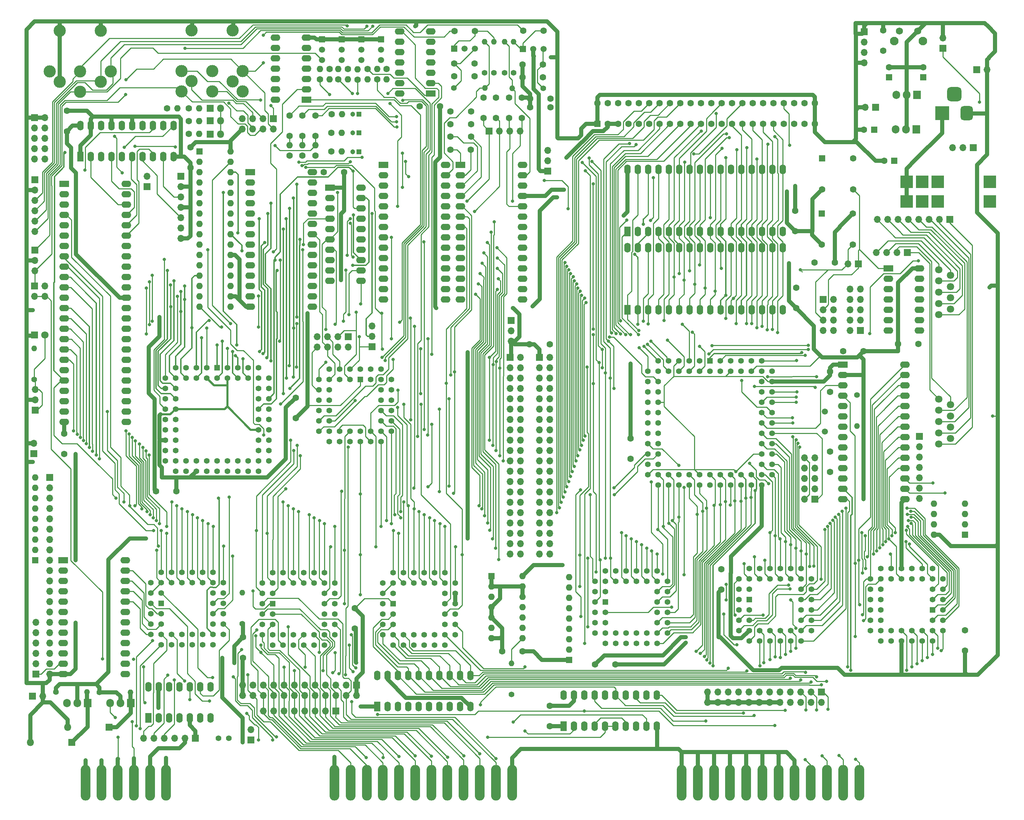
<source format=gbr>
G04 #@! TF.GenerationSoftware,KiCad,Pcbnew,(6.0.5)*
G04 #@! TF.CreationDate,2023-02-24T21:08:20-05:00*
G04 #@! TF.ProjectId,SuperColourPET,53757065-7243-46f6-9c6f-75725045542e,proto*
G04 #@! TF.SameCoordinates,Original*
G04 #@! TF.FileFunction,Copper,L2,Bot*
G04 #@! TF.FilePolarity,Positive*
%FSLAX46Y46*%
G04 Gerber Fmt 4.6, Leading zero omitted, Abs format (unit mm)*
G04 Created by KiCad (PCBNEW (6.0.5)) date 2023-02-24 21:08:20*
%MOMM*%
%LPD*%
G01*
G04 APERTURE LIST*
G04 Aperture macros list*
%AMRoundRect*
0 Rectangle with rounded corners*
0 $1 Rounding radius*
0 $2 $3 $4 $5 $6 $7 $8 $9 X,Y pos of 4 corners*
0 Add a 4 corners polygon primitive as box body*
4,1,4,$2,$3,$4,$5,$6,$7,$8,$9,$2,$3,0*
0 Add four circle primitives for the rounded corners*
1,1,$1+$1,$2,$3*
1,1,$1+$1,$4,$5*
1,1,$1+$1,$6,$7*
1,1,$1+$1,$8,$9*
0 Add four rect primitives between the rounded corners*
20,1,$1+$1,$2,$3,$4,$5,0*
20,1,$1+$1,$4,$5,$6,$7,0*
20,1,$1+$1,$6,$7,$8,$9,0*
20,1,$1+$1,$8,$9,$2,$3,0*%
G04 Aperture macros list end*
G04 #@! TA.AperFunction,ComponentPad*
%ADD10C,1.600000*%
G04 #@! TD*
G04 #@! TA.AperFunction,ComponentPad*
%ADD11R,1.500000X1.500000*%
G04 #@! TD*
G04 #@! TA.AperFunction,ComponentPad*
%ADD12C,1.500000*%
G04 #@! TD*
G04 #@! TA.AperFunction,ComponentPad*
%ADD13R,1.600000X1.600000*%
G04 #@! TD*
G04 #@! TA.AperFunction,ComponentPad*
%ADD14O,1.600000X1.600000*%
G04 #@! TD*
G04 #@! TA.AperFunction,ComponentPad*
%ADD15R,1.700000X1.700000*%
G04 #@! TD*
G04 #@! TA.AperFunction,ComponentPad*
%ADD16O,1.700000X1.700000*%
G04 #@! TD*
G04 #@! TA.AperFunction,ComponentPad*
%ADD17R,1.422400X1.422400*%
G04 #@! TD*
G04 #@! TA.AperFunction,ComponentPad*
%ADD18C,1.422400*%
G04 #@! TD*
G04 #@! TA.AperFunction,ComponentPad*
%ADD19R,1.905000X2.000000*%
G04 #@! TD*
G04 #@! TA.AperFunction,ComponentPad*
%ADD20O,1.905000X2.000000*%
G04 #@! TD*
G04 #@! TA.AperFunction,ComponentPad*
%ADD21R,1.800000X1.800000*%
G04 #@! TD*
G04 #@! TA.AperFunction,ComponentPad*
%ADD22C,1.800000*%
G04 #@! TD*
G04 #@! TA.AperFunction,ComponentPad*
%ADD23C,3.000000*%
G04 #@! TD*
G04 #@! TA.AperFunction,ComponentPad*
%ADD24R,3.500000X3.500000*%
G04 #@! TD*
G04 #@! TA.AperFunction,ComponentPad*
%ADD25RoundRect,0.750000X0.750000X1.000000X-0.750000X1.000000X-0.750000X-1.000000X0.750000X-1.000000X0*%
G04 #@! TD*
G04 #@! TA.AperFunction,ComponentPad*
%ADD26RoundRect,0.875000X0.875000X0.875000X-0.875000X0.875000X-0.875000X-0.875000X0.875000X-0.875000X0*%
G04 #@! TD*
G04 #@! TA.AperFunction,SMDPad,CuDef*
%ADD27O,2.410000X8.760000*%
G04 #@! TD*
G04 #@! TA.AperFunction,ComponentPad*
%ADD28C,1.400000*%
G04 #@! TD*
G04 #@! TA.AperFunction,ComponentPad*
%ADD29O,1.400000X1.400000*%
G04 #@! TD*
G04 #@! TA.AperFunction,ComponentPad*
%ADD30R,2.400000X1.600000*%
G04 #@! TD*
G04 #@! TA.AperFunction,ComponentPad*
%ADD31O,2.400000X1.600000*%
G04 #@! TD*
G04 #@! TA.AperFunction,ComponentPad*
%ADD32C,2.100000*%
G04 #@! TD*
G04 #@! TA.AperFunction,ComponentPad*
%ADD33C,1.750000*%
G04 #@! TD*
G04 #@! TA.AperFunction,ComponentPad*
%ADD34O,1.800000X1.800000*%
G04 #@! TD*
G04 #@! TA.AperFunction,ComponentPad*
%ADD35R,1.600000X2.400000*%
G04 #@! TD*
G04 #@! TA.AperFunction,ComponentPad*
%ADD36O,1.600000X2.400000*%
G04 #@! TD*
G04 #@! TA.AperFunction,ComponentPad*
%ADD37R,1.200000X1.200000*%
G04 #@! TD*
G04 #@! TA.AperFunction,ComponentPad*
%ADD38C,1.200000*%
G04 #@! TD*
G04 #@! TA.AperFunction,ComponentPad*
%ADD39R,3.100000X3.100000*%
G04 #@! TD*
G04 #@! TA.AperFunction,ViaPad*
%ADD40C,0.800000*%
G04 #@! TD*
G04 #@! TA.AperFunction,Conductor*
%ADD41C,0.250000*%
G04 #@! TD*
G04 #@! TA.AperFunction,Conductor*
%ADD42C,1.000000*%
G04 #@! TD*
G04 #@! TA.AperFunction,Conductor*
%ADD43C,0.500000*%
G04 #@! TD*
G04 #@! TA.AperFunction,Conductor*
%ADD44C,0.300000*%
G04 #@! TD*
G04 APERTURE END LIST*
D10*
X283483200Y-148678900D03*
X283483200Y-143678900D03*
X123200000Y-173088300D03*
X118200000Y-173088300D03*
D11*
X168523200Y-62174600D03*
D12*
X168523200Y-64714600D03*
X168523200Y-67254600D03*
D13*
X128819200Y-89623900D03*
D14*
X128819200Y-92163900D03*
X128819200Y-94703900D03*
X128819200Y-97243900D03*
X128819200Y-99783900D03*
X128819200Y-102323900D03*
X128819200Y-104863900D03*
X128819200Y-107403900D03*
X128819200Y-109943900D03*
X128819200Y-112483900D03*
X128819200Y-115023900D03*
X128819200Y-117563900D03*
X128819200Y-120103900D03*
X128819200Y-122643900D03*
X128819200Y-125183900D03*
X128819200Y-127723900D03*
X136439200Y-127723900D03*
X136439200Y-125183900D03*
X136439200Y-122643900D03*
X136439200Y-120103900D03*
X136439200Y-117563900D03*
X136439200Y-115023900D03*
X136439200Y-112483900D03*
X136439200Y-109943900D03*
X136439200Y-107403900D03*
X136439200Y-104863900D03*
X136439200Y-102323900D03*
X136439200Y-99783900D03*
X136439200Y-97243900D03*
X136439200Y-94703900D03*
X136439200Y-92163900D03*
X136439200Y-89623900D03*
D15*
X171200000Y-137600000D03*
D16*
X171200000Y-135060000D03*
X171200000Y-132520000D03*
D15*
X116000000Y-98275000D03*
D16*
X116000000Y-95735000D03*
D15*
X127838200Y-233654600D03*
D16*
X125298200Y-233654600D03*
X122758200Y-233654600D03*
X120218200Y-233654600D03*
X117678200Y-233654600D03*
X115138200Y-233654600D03*
D11*
X158927200Y-62174600D03*
D12*
X158927200Y-64714600D03*
X158927200Y-67254600D03*
D10*
X166948000Y-206768700D03*
X166948000Y-201768700D03*
D17*
X308681211Y-202183400D03*
D18*
X311221211Y-199643400D03*
X308681211Y-199643400D03*
X311221211Y-197103400D03*
X308681211Y-197103400D03*
X311221211Y-194563400D03*
X308681211Y-192023400D03*
X308681211Y-194563400D03*
X306141211Y-192023400D03*
X306141211Y-194563400D03*
X303601211Y-192023400D03*
X303601211Y-194563400D03*
X301061211Y-192023400D03*
X301061211Y-194563400D03*
X298521211Y-192023400D03*
X298521211Y-194563400D03*
X295981211Y-192023400D03*
X293441211Y-194563400D03*
X295981211Y-194563400D03*
X293441211Y-197103400D03*
X295981211Y-197103400D03*
X293441211Y-199643400D03*
X295981211Y-199643400D03*
X293441211Y-202183400D03*
X295981211Y-202183400D03*
X293441211Y-204723400D03*
X295981211Y-204723400D03*
X293441211Y-207263400D03*
X295981211Y-209803400D03*
X295981211Y-207263400D03*
X298521211Y-209803400D03*
X298521211Y-207263400D03*
X301061211Y-209803400D03*
X301061211Y-207263400D03*
X303601211Y-209803400D03*
X303601211Y-207263400D03*
X306141211Y-209803400D03*
X306141211Y-207263400D03*
X308681211Y-209803400D03*
X311221211Y-207263400D03*
X308681211Y-207263400D03*
X311221211Y-204723400D03*
X308681211Y-204723400D03*
X311221211Y-202183400D03*
D10*
X126205000Y-85325000D03*
D14*
X128745000Y-85325000D03*
D19*
X101371400Y-225069400D03*
D20*
X98831400Y-225069400D03*
X96291400Y-225069400D03*
D21*
X88375000Y-134675000D03*
D22*
X90915000Y-134675000D03*
D23*
X124425200Y-69905900D03*
X126925200Y-59905900D03*
X131925200Y-69905900D03*
X136925200Y-59905900D03*
X139425200Y-69905900D03*
X126925200Y-72405900D03*
X136925200Y-72445900D03*
X131925200Y-74905900D03*
X124425200Y-74905900D03*
X139425200Y-74905900D03*
D15*
X165300000Y-135160000D03*
D16*
X165300000Y-137700000D03*
X162760000Y-135160000D03*
X162760000Y-137700000D03*
X160220000Y-135160000D03*
X160220000Y-137700000D03*
X157680000Y-135160000D03*
X157680000Y-137700000D03*
D13*
X297961200Y-71462900D03*
D10*
X297961200Y-68962900D03*
D24*
X311011200Y-80276700D03*
D25*
X317011200Y-80276700D03*
D26*
X314011200Y-75576700D03*
D10*
X208045200Y-212356700D03*
X203045200Y-212356700D03*
D13*
X281508200Y-104851200D03*
D10*
X281508200Y-112471200D03*
X289128200Y-112471200D03*
X289128200Y-104851200D03*
X154100000Y-90645000D03*
D14*
X154100000Y-88105000D03*
D27*
X290675200Y-244563900D03*
X286715200Y-244563900D03*
X282755200Y-244563900D03*
X278795200Y-244563900D03*
X274835200Y-244563900D03*
X270875200Y-244563900D03*
X266915200Y-244563900D03*
X262955200Y-244563900D03*
X258995200Y-244563900D03*
X255035200Y-244563900D03*
X251075200Y-244563900D03*
X247115200Y-244563900D03*
D15*
X88325000Y-122650000D03*
D16*
X90865000Y-122650000D03*
X88325000Y-125190000D03*
X90865000Y-125190000D03*
D13*
X226460200Y-82892900D03*
D10*
X229000200Y-82892900D03*
X231540200Y-82892900D03*
X234080200Y-82892900D03*
X236620200Y-82892900D03*
X239160200Y-82892900D03*
X241700200Y-82892900D03*
X244240200Y-82892900D03*
X246780200Y-82892900D03*
X249320200Y-82892900D03*
X251860200Y-82892900D03*
X254400200Y-82892900D03*
X256940200Y-82892900D03*
X259480200Y-82892900D03*
X262020200Y-82892900D03*
X264560200Y-82892900D03*
X267100200Y-82892900D03*
X269640200Y-82892900D03*
X272180200Y-82892900D03*
X274720200Y-82892900D03*
X277260200Y-82892900D03*
X279800200Y-82892900D03*
X226460200Y-77812900D03*
X229000200Y-77812900D03*
X231540200Y-77812900D03*
X234080200Y-77812900D03*
X236620200Y-77812900D03*
X239160200Y-77812900D03*
X241700200Y-77812900D03*
X244240200Y-77812900D03*
X246780200Y-77812900D03*
X249320200Y-77812900D03*
X251860200Y-77812900D03*
X254400200Y-77812900D03*
X256940200Y-77812900D03*
X259480200Y-77812900D03*
X262020200Y-77812900D03*
X264560200Y-77812900D03*
X267100200Y-77812900D03*
X269640200Y-77812900D03*
X272180200Y-77812900D03*
X274720200Y-77812900D03*
X277260200Y-77812900D03*
X279800200Y-77812900D03*
D17*
X168294200Y-145630900D03*
D18*
X165754200Y-143090900D03*
X165754200Y-145630900D03*
X163214200Y-143090900D03*
X163214200Y-145630900D03*
X160674200Y-143090900D03*
X158134200Y-145630900D03*
X160674200Y-145630900D03*
X158134200Y-148170900D03*
X160674200Y-148170900D03*
X158134200Y-150710900D03*
X160674200Y-150710900D03*
X158134200Y-153250900D03*
X160674200Y-153250900D03*
X158134200Y-155790900D03*
X160674200Y-155790900D03*
X158134200Y-158330900D03*
X160674200Y-160870900D03*
X160674200Y-158330900D03*
X163214200Y-160870900D03*
X163214200Y-158330900D03*
X165754200Y-160870900D03*
X165754200Y-158330900D03*
X168294200Y-160870900D03*
X168294200Y-158330900D03*
X170834200Y-160870900D03*
X170834200Y-158330900D03*
X173374200Y-160870900D03*
X175914200Y-158330900D03*
X173374200Y-158330900D03*
X175914200Y-155790900D03*
X173374200Y-155790900D03*
X175914200Y-153250900D03*
X173374200Y-153250900D03*
X175914200Y-150710900D03*
X173374200Y-150710900D03*
X175914200Y-148170900D03*
X173374200Y-148170900D03*
X175914200Y-145630900D03*
X173374200Y-143090900D03*
X173374200Y-145630900D03*
X170834200Y-143090900D03*
X170834200Y-145630900D03*
X168294200Y-143090900D03*
D28*
X198755000Y-70332600D03*
D29*
X198755000Y-62712600D03*
D15*
X212197200Y-140169900D03*
D16*
X214737200Y-140169900D03*
X212197200Y-142709900D03*
X214737200Y-142709900D03*
X212197200Y-145249900D03*
X214737200Y-145249900D03*
X212197200Y-147789900D03*
X214737200Y-147789900D03*
X212197200Y-150329900D03*
X214737200Y-150329900D03*
X212197200Y-152869900D03*
X214737200Y-152869900D03*
X212197200Y-155409900D03*
X214737200Y-155409900D03*
X212197200Y-157949900D03*
X214737200Y-157949900D03*
X212197200Y-160489900D03*
X214737200Y-160489900D03*
X212197200Y-163029900D03*
X214737200Y-163029900D03*
X212197200Y-165569900D03*
X214737200Y-165569900D03*
X212197200Y-168109900D03*
X214737200Y-168109900D03*
X212197200Y-170649900D03*
X214737200Y-170649900D03*
X212197200Y-173189900D03*
X214737200Y-173189900D03*
X212197200Y-175729900D03*
X214737200Y-175729900D03*
X212197200Y-178269900D03*
X214737200Y-178269900D03*
X212197200Y-180809900D03*
X214737200Y-180809900D03*
X212197200Y-183349900D03*
X214737200Y-183349900D03*
X212197200Y-185889900D03*
X214737200Y-185889900D03*
X212197200Y-188429900D03*
X214737200Y-188429900D03*
D13*
X306343200Y-71462900D03*
D10*
X306343200Y-68962900D03*
X213080600Y-71424800D03*
X208080600Y-71424800D03*
D17*
X263671200Y-199605900D03*
D18*
X261131200Y-202145900D03*
X263671200Y-202145900D03*
X261131200Y-204685900D03*
X263671200Y-204685900D03*
X261131200Y-207225900D03*
X263671200Y-209765900D03*
X263671200Y-207225900D03*
X266211200Y-209765900D03*
X266211200Y-207225900D03*
X268751200Y-209765900D03*
X268751200Y-207225900D03*
X271291200Y-209765900D03*
X271291200Y-207225900D03*
X273831200Y-209765900D03*
X273831200Y-207225900D03*
X276371200Y-209765900D03*
X278911200Y-207225900D03*
X276371200Y-207225900D03*
X278911200Y-204685900D03*
X276371200Y-204685900D03*
X278911200Y-202145900D03*
X276371200Y-202145900D03*
X278911200Y-199605900D03*
X276371200Y-199605900D03*
X278911200Y-197065900D03*
X276371200Y-197065900D03*
X278911200Y-194525900D03*
X276371200Y-191985900D03*
X276371200Y-194525900D03*
X273831200Y-191985900D03*
X273831200Y-194525900D03*
X271291200Y-191985900D03*
X271291200Y-194525900D03*
X268751200Y-191985900D03*
X268751200Y-194525900D03*
X266211200Y-191985900D03*
X266211200Y-194525900D03*
X263671200Y-191985900D03*
X261131200Y-194525900D03*
X263671200Y-194525900D03*
X261131200Y-197065900D03*
X263671200Y-197065900D03*
X261131200Y-199605900D03*
D15*
X319546200Y-69557900D03*
D16*
X322086200Y-69557900D03*
D30*
X185575000Y-75465000D03*
D31*
X185575000Y-72925000D03*
X185575000Y-70385000D03*
X185575000Y-67845000D03*
X185575000Y-65305000D03*
X185575000Y-62765000D03*
X185575000Y-60225000D03*
X177955000Y-60225000D03*
X177955000Y-62765000D03*
X177955000Y-65305000D03*
X177955000Y-67845000D03*
X177955000Y-70385000D03*
X177955000Y-72925000D03*
X177955000Y-75465000D03*
D15*
X294710000Y-78803500D03*
D16*
X292170000Y-78803500D03*
D28*
X104317800Y-222377000D03*
D29*
X111937800Y-222377000D03*
D10*
X154100000Y-85830000D03*
X154100000Y-80830000D03*
D15*
X281827200Y-125955900D03*
D16*
X284367200Y-125955900D03*
X281827200Y-128495900D03*
X284367200Y-128495900D03*
X281827200Y-131035900D03*
X284367200Y-131035900D03*
X281827200Y-133575900D03*
X284367200Y-133575900D03*
D32*
X306272200Y-62600400D03*
X299262200Y-62600400D03*
D33*
X300512200Y-60110400D03*
X305012200Y-60110400D03*
D10*
X201601200Y-81471200D03*
X201601200Y-76471200D03*
D19*
X111963200Y-225069400D03*
D20*
X109423200Y-225069400D03*
X106883200Y-225069400D03*
D10*
X214800000Y-230700000D03*
X214800000Y-225700000D03*
D21*
X106680000Y-230936800D03*
D34*
X96520000Y-230936800D03*
D13*
X299274994Y-91960700D03*
D10*
X296774994Y-91960700D03*
D12*
X282213200Y-153504900D03*
X282213200Y-158384900D03*
D11*
X191338200Y-64414400D03*
D12*
X193878200Y-64414400D03*
X196418200Y-64414400D03*
D28*
X205892400Y-70332600D03*
D29*
X205892400Y-62712600D03*
D15*
X290976200Y-133565900D03*
D16*
X288436200Y-133565900D03*
X290976200Y-131025900D03*
X288436200Y-131025900D03*
X290976200Y-128485900D03*
X288436200Y-128485900D03*
X290976200Y-125945900D03*
X288436200Y-125945900D03*
X290976200Y-123405900D03*
X288436200Y-123405900D03*
D27*
X205505200Y-244563900D03*
X201545200Y-244563900D03*
X197585200Y-244563900D03*
X193625200Y-244563900D03*
X189665200Y-244563900D03*
X185705200Y-244563900D03*
X181745200Y-244563900D03*
X177785200Y-244563900D03*
X173825200Y-244563900D03*
X169865200Y-244563900D03*
X165905200Y-244563900D03*
X161945200Y-244563900D03*
D30*
X173937000Y-92980000D03*
D31*
X173937000Y-95520000D03*
X173937000Y-98060000D03*
X173937000Y-100600000D03*
X173937000Y-103140000D03*
X173937000Y-105680000D03*
X173937000Y-108220000D03*
X173937000Y-110760000D03*
X173937000Y-113300000D03*
X173937000Y-115840000D03*
X173937000Y-118380000D03*
X173937000Y-120920000D03*
X173937000Y-123460000D03*
X173937000Y-126000000D03*
X189177000Y-126000000D03*
X189177000Y-123460000D03*
X189177000Y-120920000D03*
X189177000Y-118380000D03*
X189177000Y-115840000D03*
X189177000Y-113300000D03*
X189177000Y-110760000D03*
X189177000Y-108220000D03*
X189177000Y-105680000D03*
X189177000Y-103140000D03*
X189177000Y-100600000D03*
X189177000Y-98060000D03*
X189177000Y-95520000D03*
X189177000Y-92980000D03*
D28*
X93649800Y-222326200D03*
D29*
X101269800Y-222326200D03*
D10*
X291760200Y-138645900D03*
X286760200Y-138645900D03*
D21*
X131460000Y-79050000D03*
D34*
X134000000Y-79050000D03*
D10*
X230876000Y-215557100D03*
X225876000Y-215557100D03*
X165199200Y-69413600D03*
D14*
X165199200Y-71953600D03*
D15*
X279825600Y-174967900D03*
D16*
X277285600Y-174967900D03*
X279825600Y-172427900D03*
X277285600Y-172427900D03*
X279825600Y-169887900D03*
X277285600Y-169887900D03*
X279825600Y-167347900D03*
X277285600Y-167347900D03*
X279825600Y-164807900D03*
X277285600Y-164807900D03*
D15*
X305454200Y-159595900D03*
D16*
X305454200Y-162135900D03*
X305454200Y-164675900D03*
X305454200Y-167215900D03*
X305454200Y-169755900D03*
X305454200Y-172295900D03*
X305454200Y-174835900D03*
D10*
X160732200Y-69388200D03*
D14*
X160732200Y-71928200D03*
D10*
X150900000Y-85810000D03*
X150900000Y-80810000D03*
X190425000Y-86050000D03*
X195425000Y-86050000D03*
D30*
X297834200Y-118325900D03*
D31*
X297834200Y-120865900D03*
X297834200Y-123405900D03*
X297834200Y-125945900D03*
X297834200Y-128485900D03*
X297834200Y-131025900D03*
X297834200Y-133565900D03*
X305454200Y-133565900D03*
X305454200Y-131025900D03*
X305454200Y-128485900D03*
X305454200Y-125945900D03*
X305454200Y-123405900D03*
X305454200Y-120865900D03*
X305454200Y-118325900D03*
D10*
X198527800Y-81449600D03*
X198527800Y-76449600D03*
D15*
X291865200Y-60261500D03*
D16*
X291865200Y-62801500D03*
X291865200Y-65341500D03*
X291865200Y-67881500D03*
D15*
X141425000Y-234125000D03*
D16*
X141425000Y-231585000D03*
D10*
X204750800Y-81471200D03*
X204750800Y-76471200D03*
D35*
X218140000Y-230720000D03*
D36*
X220680000Y-230720000D03*
X223220000Y-230720000D03*
X225760000Y-230720000D03*
X228300000Y-230720000D03*
X230840000Y-230720000D03*
X233380000Y-230720000D03*
X235920000Y-230720000D03*
X238460000Y-230720000D03*
X241000000Y-230720000D03*
X241000000Y-223100000D03*
X238460000Y-223100000D03*
X235920000Y-223100000D03*
X233380000Y-223100000D03*
X230840000Y-223100000D03*
X228300000Y-223100000D03*
X225760000Y-223100000D03*
X223220000Y-223100000D03*
X220680000Y-223100000D03*
X218140000Y-223100000D03*
D10*
X157300000Y-90645000D03*
D14*
X157300000Y-88105000D03*
D10*
X234562800Y-160083500D03*
X234562800Y-165083500D03*
X191338200Y-68072000D03*
X196338200Y-68072000D03*
D30*
X286658200Y-141947900D03*
D31*
X286658200Y-144487900D03*
X286658200Y-147027900D03*
X286658200Y-149567900D03*
X286658200Y-152107900D03*
X286658200Y-154647900D03*
X286658200Y-157187900D03*
X286658200Y-159727900D03*
X286658200Y-162267900D03*
X286658200Y-164807900D03*
X286658200Y-167347900D03*
X286658200Y-169887900D03*
X286658200Y-172427900D03*
X286658200Y-174967900D03*
X301898200Y-174967900D03*
X301898200Y-172427900D03*
X301898200Y-169887900D03*
X301898200Y-167347900D03*
X301898200Y-164807900D03*
X301898200Y-162267900D03*
X301898200Y-159727900D03*
X301898200Y-157187900D03*
X301898200Y-154647900D03*
X301898200Y-152107900D03*
X301898200Y-149567900D03*
X301898200Y-147027900D03*
X301898200Y-144487900D03*
X301898200Y-141947900D03*
D15*
X87879000Y-223316800D03*
D16*
X90419000Y-223316800D03*
D10*
X256813200Y-192189100D03*
X256813200Y-197189100D03*
X300228000Y-136880600D03*
X305228000Y-136880600D03*
D15*
X88208000Y-163842700D03*
D16*
X88208000Y-161302700D03*
D15*
X311200800Y-64312800D03*
D16*
X311200800Y-61772800D03*
D10*
X274999600Y-104218100D03*
X274999600Y-109218100D03*
D28*
X191211200Y-74091800D03*
D29*
X198831200Y-74091800D03*
D10*
X161260000Y-80500000D03*
D14*
X163800000Y-80500000D03*
D19*
X304819200Y-75755500D03*
D20*
X302279200Y-75755500D03*
X299739200Y-75755500D03*
D30*
X95624800Y-97624900D03*
D31*
X95624800Y-100164900D03*
X95624800Y-102704900D03*
X95624800Y-105244900D03*
X95624800Y-107784900D03*
X95624800Y-110324900D03*
X95624800Y-112864900D03*
X95624800Y-115404900D03*
X95624800Y-117944900D03*
X95624800Y-120484900D03*
X95624800Y-123024900D03*
X95624800Y-125564900D03*
X95624800Y-128104900D03*
X95624800Y-130644900D03*
X95624800Y-133184900D03*
X95624800Y-135724900D03*
X95624800Y-138264900D03*
X95624800Y-140804900D03*
X95624800Y-143344900D03*
X95624800Y-145884900D03*
X95624800Y-148424900D03*
X95624800Y-150964900D03*
X95624800Y-153504900D03*
X95624800Y-156044900D03*
X110864800Y-156044900D03*
X110864800Y-153504900D03*
X110864800Y-150964900D03*
X110864800Y-148424900D03*
X110864800Y-145884900D03*
X110864800Y-143344900D03*
X110864800Y-140804900D03*
X110864800Y-138264900D03*
X110864800Y-135724900D03*
X110864800Y-133184900D03*
X110864800Y-130644900D03*
X110864800Y-128104900D03*
X110864800Y-125564900D03*
X110864800Y-123024900D03*
X110864800Y-120484900D03*
X110864800Y-117944900D03*
X110864800Y-115404900D03*
X110864800Y-112864900D03*
X110864800Y-110324900D03*
X110864800Y-107784900D03*
X110864800Y-105244900D03*
X110864800Y-102704900D03*
X110864800Y-100164900D03*
X110864800Y-97624900D03*
D15*
X88411200Y-113906300D03*
D16*
X88411200Y-116446300D03*
X88411200Y-118986300D03*
D15*
X162255200Y-226999800D03*
D16*
X159715200Y-226999800D03*
X157175200Y-226999800D03*
X154635200Y-226999800D03*
X152095200Y-226999800D03*
X149555200Y-226999800D03*
X147015200Y-226999800D03*
X144475200Y-226999800D03*
D15*
X205300000Y-131100000D03*
D16*
X205300000Y-133640000D03*
X205300000Y-136180000D03*
D10*
X316604800Y-207175100D03*
X316604800Y-212175100D03*
X190425000Y-82925000D03*
X195425000Y-82925000D03*
D11*
X163718200Y-62174600D03*
D12*
X163718200Y-64714600D03*
X163718200Y-67254600D03*
D15*
X214300000Y-94450000D03*
D16*
X214300000Y-91910000D03*
X214300000Y-89370000D03*
D15*
X290428600Y-117221000D03*
D16*
X287888600Y-117221000D03*
D13*
X294347394Y-84289900D03*
D10*
X291847394Y-84289900D03*
D15*
X204997200Y-140169900D03*
D16*
X207537200Y-140169900D03*
X204997200Y-142709900D03*
X207537200Y-142709900D03*
X204997200Y-145249900D03*
X207537200Y-145249900D03*
X204997200Y-147789900D03*
X207537200Y-147789900D03*
X204997200Y-150329900D03*
X207537200Y-150329900D03*
X204997200Y-152869900D03*
X207537200Y-152869900D03*
X204997200Y-155409900D03*
X207537200Y-155409900D03*
X204997200Y-157949900D03*
X207537200Y-157949900D03*
X204997200Y-160489900D03*
X207537200Y-160489900D03*
X204997200Y-163029900D03*
X207537200Y-163029900D03*
X204997200Y-165569900D03*
X207537200Y-165569900D03*
X204997200Y-168109900D03*
X207537200Y-168109900D03*
X204997200Y-170649900D03*
X207537200Y-170649900D03*
X204997200Y-173189900D03*
X207537200Y-173189900D03*
X204997200Y-175729900D03*
X207537200Y-175729900D03*
X204997200Y-178269900D03*
X207537200Y-178269900D03*
X204997200Y-180809900D03*
X207537200Y-180809900D03*
X204997200Y-183349900D03*
X207537200Y-183349900D03*
X204997200Y-185889900D03*
X207537200Y-185889900D03*
X204997200Y-188429900D03*
X207537200Y-188429900D03*
D10*
X159317200Y-94703900D03*
X164317200Y-94703900D03*
X96300000Y-84700000D03*
X96300000Y-79700000D03*
D21*
X97485200Y-234721400D03*
D34*
X87325200Y-234721400D03*
D17*
X254019200Y-141033500D03*
D18*
X254019200Y-143573500D03*
X251479200Y-141033500D03*
X251479200Y-143573500D03*
X248939200Y-141033500D03*
X248939200Y-143573500D03*
X246399200Y-141033500D03*
X246399200Y-143573500D03*
X243859200Y-141033500D03*
X243859200Y-143573500D03*
X241319200Y-141033500D03*
X238779200Y-143573500D03*
X241319200Y-143573500D03*
X238779200Y-146113500D03*
X241319200Y-146113500D03*
X238779200Y-148653500D03*
X241319200Y-148653500D03*
X238779200Y-151193500D03*
X241319200Y-151193500D03*
X238779200Y-153733500D03*
X241319200Y-153733500D03*
X238779200Y-156273500D03*
X241319200Y-156273500D03*
X238779200Y-158813500D03*
X241319200Y-158813500D03*
X238779200Y-161353500D03*
X241319200Y-161353500D03*
X238779200Y-163893500D03*
X241319200Y-163893500D03*
X238779200Y-166433500D03*
X241319200Y-166433500D03*
X238779200Y-168973500D03*
X241319200Y-171513500D03*
X241319200Y-168973500D03*
X243859200Y-171513500D03*
X243859200Y-168973500D03*
X246399200Y-171513500D03*
X246399200Y-168973500D03*
X248939200Y-171513500D03*
X248939200Y-168973500D03*
X251479200Y-171513500D03*
X251479200Y-168973500D03*
X254019200Y-171513500D03*
X254019200Y-168973500D03*
X256559200Y-171513500D03*
X256559200Y-168973500D03*
X259099200Y-171513500D03*
X259099200Y-168973500D03*
X261639200Y-171513500D03*
X261639200Y-168973500D03*
X264179200Y-171513500D03*
X264179200Y-168973500D03*
X266719200Y-171513500D03*
X269259200Y-168973500D03*
X266719200Y-168973500D03*
X269259200Y-166433500D03*
X266719200Y-166433500D03*
X269259200Y-163893500D03*
X266719200Y-163893500D03*
X269259200Y-161353500D03*
X266719200Y-161353500D03*
X269259200Y-158813500D03*
X266719200Y-158813500D03*
X269259200Y-156273500D03*
X266719200Y-156273500D03*
X269259200Y-153733500D03*
X266719200Y-153733500D03*
X269259200Y-151193500D03*
X266719200Y-151193500D03*
X269259200Y-148653500D03*
X266719200Y-148653500D03*
X269259200Y-146113500D03*
X266719200Y-146113500D03*
X269259200Y-143573500D03*
X266719200Y-141033500D03*
X266719200Y-143573500D03*
X264179200Y-141033500D03*
X264179200Y-143573500D03*
X261639200Y-141033500D03*
X261639200Y-143573500D03*
X259099200Y-141033500D03*
X259099200Y-143573500D03*
X256559200Y-141033500D03*
X256559200Y-143573500D03*
D10*
X283483200Y-163283900D03*
X283483200Y-168283900D03*
D17*
X146780400Y-200609200D03*
D18*
X144240400Y-203149200D03*
X146780400Y-203149200D03*
X144240400Y-205689200D03*
X146780400Y-205689200D03*
X144240400Y-208229200D03*
X146780400Y-210769200D03*
X146780400Y-208229200D03*
X149320400Y-210769200D03*
X149320400Y-208229200D03*
X151860400Y-210769200D03*
X151860400Y-208229200D03*
X154400400Y-210769200D03*
X154400400Y-208229200D03*
X156940400Y-210769200D03*
X156940400Y-208229200D03*
X159480400Y-210769200D03*
X162020400Y-208229200D03*
X159480400Y-208229200D03*
X162020400Y-205689200D03*
X159480400Y-205689200D03*
X162020400Y-203149200D03*
X159480400Y-203149200D03*
X162020400Y-200609200D03*
X159480400Y-200609200D03*
X162020400Y-198069200D03*
X159480400Y-198069200D03*
X162020400Y-195529200D03*
X159480400Y-192989200D03*
X159480400Y-195529200D03*
X156940400Y-192989200D03*
X156940400Y-195529200D03*
X154400400Y-192989200D03*
X154400400Y-195529200D03*
X151860400Y-192989200D03*
X151860400Y-195529200D03*
X149320400Y-192989200D03*
X149320400Y-195529200D03*
X146780400Y-192989200D03*
X144240400Y-195529200D03*
X146780400Y-195529200D03*
X144240400Y-198069200D03*
X146780400Y-198069200D03*
X144240400Y-200609200D03*
D10*
X157300000Y-85870000D03*
X157300000Y-80870000D03*
D15*
X88512800Y-153174700D03*
D16*
X88512800Y-150634700D03*
X88512800Y-148094700D03*
D37*
X167925000Y-89725000D03*
D38*
X166425000Y-89725000D03*
D10*
X207875000Y-81475000D03*
X207875000Y-76475000D03*
D35*
X99600000Y-90908900D03*
D36*
X102140000Y-90908900D03*
X104680000Y-90908900D03*
X107220000Y-90908900D03*
X109760000Y-90908900D03*
X112300000Y-90908900D03*
X114840000Y-90908900D03*
X117380000Y-90908900D03*
X119920000Y-90908900D03*
X122460000Y-90908900D03*
X122460000Y-83288900D03*
X119920000Y-83288900D03*
X117380000Y-83288900D03*
X114840000Y-83288900D03*
X112300000Y-83288900D03*
X109760000Y-83288900D03*
X107220000Y-83288900D03*
X104680000Y-83288900D03*
X102140000Y-83288900D03*
X99600000Y-83288900D03*
D15*
X281440000Y-222300000D03*
D16*
X281440000Y-224840000D03*
X278900000Y-222300000D03*
X278900000Y-224840000D03*
X276360000Y-222300000D03*
X276360000Y-224840000D03*
X273820000Y-222300000D03*
X273820000Y-224840000D03*
X271280000Y-222300000D03*
X271280000Y-224840000D03*
X268740000Y-222300000D03*
X268740000Y-224840000D03*
X266200000Y-222300000D03*
X266200000Y-224840000D03*
X263660000Y-222300000D03*
X263660000Y-224840000D03*
X261120000Y-222300000D03*
X261120000Y-224840000D03*
X258580000Y-222300000D03*
X258580000Y-224840000D03*
X256040000Y-222300000D03*
X256040000Y-224840000D03*
X253500000Y-222300000D03*
X253500000Y-224840000D03*
D10*
X214736200Y-136994900D03*
X209736200Y-136994900D03*
X182875000Y-78525000D03*
X187875000Y-78525000D03*
X126210000Y-82175000D03*
D14*
X128750000Y-82175000D03*
D10*
X126600000Y-88625000D03*
X126600000Y-93625000D03*
D15*
X167335200Y-220649800D03*
D16*
X167335200Y-223189800D03*
X164795200Y-220649800D03*
X164795200Y-223189800D03*
X162255200Y-220649800D03*
X162255200Y-223189800D03*
X159715200Y-220649800D03*
X159715200Y-223189800D03*
X157175200Y-220649800D03*
X157175200Y-223189800D03*
X154635200Y-220649800D03*
X154635200Y-223189800D03*
X152095200Y-220649800D03*
X152095200Y-223189800D03*
X149555200Y-220649800D03*
X149555200Y-223189800D03*
X147015200Y-220649800D03*
X147015200Y-223189800D03*
X144475200Y-220649800D03*
X144475200Y-223189800D03*
X141935200Y-220649800D03*
X141935200Y-223189800D03*
X139395200Y-220649800D03*
X139395200Y-223189800D03*
D28*
X203682600Y-70332600D03*
D29*
X203682600Y-62712600D03*
D35*
X172434400Y-225920300D03*
D36*
X174974400Y-225920300D03*
X177514400Y-225920300D03*
X180054400Y-225920300D03*
X182594400Y-225920300D03*
X185134400Y-225920300D03*
X187674400Y-225920300D03*
X190214400Y-225920300D03*
X192754400Y-225920300D03*
X195294400Y-225920300D03*
X195294400Y-218300300D03*
X192754400Y-218300300D03*
X190214400Y-218300300D03*
X187674400Y-218300300D03*
X185134400Y-218300300D03*
X182594400Y-218300300D03*
X180054400Y-218300300D03*
X177514400Y-218300300D03*
X174974400Y-218300300D03*
X172434400Y-218300300D03*
D10*
X190400000Y-89200000D03*
X195400000Y-89200000D03*
D30*
X141243200Y-94703900D03*
D31*
X141243200Y-97243900D03*
X141243200Y-99783900D03*
X141243200Y-102323900D03*
X141243200Y-104863900D03*
X141243200Y-107403900D03*
X141243200Y-109943900D03*
X141243200Y-112483900D03*
X141243200Y-115023900D03*
X141243200Y-117563900D03*
X141243200Y-120103900D03*
X141243200Y-122643900D03*
X141243200Y-125183900D03*
X141243200Y-127723900D03*
X156483200Y-127723900D03*
X156483200Y-125183900D03*
X156483200Y-122643900D03*
X156483200Y-120103900D03*
X156483200Y-117563900D03*
X156483200Y-115023900D03*
X156483200Y-112483900D03*
X156483200Y-109943900D03*
X156483200Y-107403900D03*
X156483200Y-104863900D03*
X156483200Y-102323900D03*
X156483200Y-99783900D03*
X156483200Y-97243900D03*
X156483200Y-94703900D03*
D10*
X172400000Y-71940000D03*
D14*
X172400000Y-69400000D03*
D10*
X213051400Y-68326000D03*
X208051400Y-68326000D03*
X284683200Y-116941600D03*
X279683200Y-116941600D03*
D17*
X133115200Y-142709900D03*
D18*
X133115200Y-145249900D03*
X130575200Y-142709900D03*
X130575200Y-145249900D03*
X128035200Y-142709900D03*
X128035200Y-145249900D03*
X125495200Y-142709900D03*
X125495200Y-145249900D03*
X122955200Y-142709900D03*
X120415200Y-145249900D03*
X122955200Y-145249900D03*
X120415200Y-147789900D03*
X122955200Y-147789900D03*
X120415200Y-150329900D03*
X122955200Y-150329900D03*
X120415200Y-152869900D03*
X122955200Y-152869900D03*
X120415200Y-155409900D03*
X122955200Y-155409900D03*
X120415200Y-157949900D03*
X122955200Y-157949900D03*
X120415200Y-160489900D03*
X122955200Y-160489900D03*
X120415200Y-163029900D03*
X122955200Y-163029900D03*
X120415200Y-165569900D03*
X122955200Y-168109900D03*
X122955200Y-165569900D03*
X125495200Y-168109900D03*
X125495200Y-165569900D03*
X128035200Y-168109900D03*
X128035200Y-165569900D03*
X130575200Y-168109900D03*
X130575200Y-165569900D03*
X133115200Y-168109900D03*
X133115200Y-165569900D03*
X135655200Y-168109900D03*
X135655200Y-165569900D03*
X138195200Y-168109900D03*
X138195200Y-165569900D03*
X140735200Y-168109900D03*
X140735200Y-165569900D03*
X143275200Y-168109900D03*
X145815200Y-165569900D03*
X143275200Y-165569900D03*
X145815200Y-163029900D03*
X143275200Y-163029900D03*
X145815200Y-160489900D03*
X143275200Y-160489900D03*
X145815200Y-157949900D03*
X143275200Y-157949900D03*
X145815200Y-155409900D03*
X143275200Y-155409900D03*
X145815200Y-152869900D03*
X143275200Y-152869900D03*
X145815200Y-150329900D03*
X143275200Y-150329900D03*
X145815200Y-147789900D03*
X143275200Y-147789900D03*
X145815200Y-145249900D03*
X143275200Y-142709900D03*
X143275200Y-145249900D03*
X140735200Y-142709900D03*
X140735200Y-145249900D03*
X138195200Y-142709900D03*
X138195200Y-145249900D03*
X135655200Y-142709900D03*
X135655200Y-145249900D03*
D30*
X160801200Y-98513900D03*
D31*
X160801200Y-101053900D03*
X160801200Y-103593900D03*
X160801200Y-106133900D03*
X160801200Y-108673900D03*
X160801200Y-111213900D03*
X160801200Y-113753900D03*
X160801200Y-116293900D03*
X160801200Y-118833900D03*
X160801200Y-121373900D03*
X168421200Y-121373900D03*
X168421200Y-118833900D03*
X168421200Y-116293900D03*
X168421200Y-113753900D03*
X168421200Y-111213900D03*
X168421200Y-108673900D03*
X168421200Y-106133900D03*
X168421200Y-103593900D03*
X168421200Y-101053900D03*
X168421200Y-98513900D03*
D28*
X201015600Y-70358000D03*
D29*
X201015600Y-62738000D03*
D35*
X233851600Y-109258100D03*
D36*
X236391600Y-109258100D03*
X238931600Y-109258100D03*
X241471600Y-109258100D03*
X244011600Y-109258100D03*
X246551600Y-109258100D03*
X249091600Y-109258100D03*
X251631600Y-109258100D03*
X254171600Y-109258100D03*
X256711600Y-109258100D03*
X259251600Y-109258100D03*
X261791600Y-109258100D03*
X264331600Y-109258100D03*
X266871600Y-109258100D03*
X269411600Y-109258100D03*
X271951600Y-109258100D03*
X271951600Y-94018100D03*
X269411600Y-94018100D03*
X266871600Y-94018100D03*
X264331600Y-94018100D03*
X261791600Y-94018100D03*
X259251600Y-94018100D03*
X256711600Y-94018100D03*
X254171600Y-94018100D03*
X251631600Y-94018100D03*
X249091600Y-94018100D03*
X246551600Y-94018100D03*
X244011600Y-94018100D03*
X241471600Y-94018100D03*
X238931600Y-94018100D03*
X236391600Y-94018100D03*
X233851600Y-94018100D03*
D23*
X92081200Y-70007500D03*
X94581200Y-72507500D03*
X104581200Y-60007500D03*
X94581200Y-60007500D03*
X99581200Y-70007500D03*
X104581200Y-72547500D03*
X107081200Y-70007500D03*
X99581200Y-75007500D03*
D15*
X146970000Y-81610000D03*
D16*
X146970000Y-84150000D03*
X144430000Y-81610000D03*
X144430000Y-84150000D03*
X141890000Y-81610000D03*
X141890000Y-84150000D03*
X139350000Y-81610000D03*
X139350000Y-84150000D03*
D10*
X120885000Y-79050000D03*
D14*
X123425000Y-79050000D03*
D28*
X136017000Y-233654600D03*
X133477000Y-233654600D03*
D15*
X88411200Y-96583500D03*
D16*
X88411200Y-99123500D03*
X88411200Y-101663500D03*
X88411200Y-104203500D03*
X88411200Y-106743500D03*
X88411200Y-109283500D03*
D10*
X174749600Y-69413600D03*
D14*
X174749600Y-71953600D03*
D10*
X208210000Y-60000000D03*
X213210000Y-60000000D03*
D27*
X120663200Y-244563900D03*
X116703200Y-244563900D03*
X112743200Y-244563900D03*
X108783200Y-244563900D03*
X104823200Y-244563900D03*
X100863200Y-244563900D03*
D10*
X126250000Y-79075000D03*
D14*
X128790000Y-79075000D03*
D10*
X214905600Y-76733400D03*
X209905600Y-76733400D03*
X195425000Y-79800000D03*
X190425000Y-79800000D03*
D21*
X131485000Y-82125000D03*
D34*
X134025000Y-82125000D03*
D10*
X161135000Y-89675000D03*
D14*
X163675000Y-89675000D03*
D30*
X155074600Y-76940400D03*
D31*
X155074600Y-74400400D03*
X155074600Y-71860400D03*
X155074600Y-69320400D03*
X155074600Y-66780400D03*
X155074600Y-64240400D03*
X155074600Y-61700400D03*
X147454600Y-61700400D03*
X147454600Y-64240400D03*
X147454600Y-66780400D03*
X147454600Y-69320400D03*
X147454600Y-71860400D03*
X147454600Y-74400400D03*
X147454600Y-76940400D03*
D30*
X95402400Y-189966600D03*
D31*
X95402400Y-192506600D03*
X95402400Y-195046600D03*
X95402400Y-197586600D03*
X95402400Y-200126600D03*
X95402400Y-202666600D03*
X95402400Y-205206600D03*
X95402400Y-207746600D03*
X95402400Y-210286600D03*
X95402400Y-212826600D03*
X95402400Y-215366600D03*
X95402400Y-217906600D03*
X110642400Y-217906600D03*
X110642400Y-215366600D03*
X110642400Y-212826600D03*
X110642400Y-210286600D03*
X110642400Y-207746600D03*
X110642400Y-205206600D03*
X110642400Y-202666600D03*
X110642400Y-200126600D03*
X110642400Y-197586600D03*
X110642400Y-195046600D03*
X110642400Y-192506600D03*
X110642400Y-189966600D03*
D10*
X150900000Y-90645000D03*
D14*
X150900000Y-88105000D03*
D10*
X191380000Y-60130000D03*
X196380000Y-60130000D03*
X158400000Y-71940000D03*
D14*
X158400000Y-69400000D03*
D11*
X208153000Y-64465200D03*
D12*
X210693000Y-64465200D03*
X213233000Y-64465200D03*
D10*
X139516000Y-208902300D03*
X139516000Y-213902300D03*
D13*
X281584400Y-91338400D03*
D10*
X281584400Y-98958400D03*
X289204400Y-98958400D03*
X289204400Y-91338400D03*
D21*
X131485000Y-85450000D03*
D34*
X134025000Y-85450000D03*
D10*
X152470000Y-150075900D03*
X152470000Y-155075900D03*
X95624800Y-163918900D03*
X95624800Y-158918900D03*
X296589600Y-59935100D03*
X296589600Y-64935100D03*
X214960200Y-78841600D03*
X209960200Y-78841600D03*
D13*
X219500000Y-214420000D03*
D14*
X219500000Y-211880000D03*
X219500000Y-209340000D03*
X219500000Y-206800000D03*
X219500000Y-204260000D03*
X219500000Y-201720000D03*
X219500000Y-199180000D03*
X219500000Y-196640000D03*
X219500000Y-194100000D03*
D15*
X88696800Y-217906600D03*
D16*
X88696800Y-215366600D03*
X88696800Y-212826600D03*
X88696800Y-210286600D03*
X88696800Y-207746600D03*
X88696800Y-205206600D03*
D37*
X167925000Y-85100000D03*
D38*
X166425000Y-85100000D03*
D13*
X88569800Y-189966600D03*
D14*
X88569800Y-187426600D03*
X88569800Y-184886600D03*
X88569800Y-182346600D03*
X88569800Y-179806600D03*
X88569800Y-177266600D03*
X88569800Y-174726600D03*
X88569800Y-172186600D03*
X88569800Y-169646600D03*
D10*
X191316600Y-71221600D03*
X196316600Y-71221600D03*
D28*
X139312800Y-205549500D03*
D29*
X139312800Y-197929500D03*
D19*
X304717600Y-84239100D03*
D20*
X302177600Y-84239100D03*
X299637600Y-84239100D03*
D28*
X205400000Y-222945000D03*
D29*
X205400000Y-215325000D03*
D28*
X213182200Y-74142600D03*
D29*
X205562200Y-74142600D03*
D13*
X316661800Y-183743600D03*
D14*
X316661800Y-181203600D03*
X316661800Y-178663600D03*
X316661800Y-176123600D03*
X309041800Y-176123600D03*
X309041800Y-178663600D03*
X309041800Y-181203600D03*
X309041800Y-183743600D03*
D22*
X310203200Y-161490400D03*
X310203200Y-158720400D03*
X310203200Y-155950400D03*
X310203200Y-153180400D03*
X310203200Y-150410400D03*
X313043200Y-160105400D03*
X313043200Y-157335400D03*
X313043200Y-154565400D03*
X313043200Y-151795400D03*
D15*
X312887600Y-106349800D03*
D16*
X310347600Y-106349800D03*
X307807600Y-106349800D03*
X305267600Y-106349800D03*
X302727600Y-106349800D03*
X300187600Y-106349800D03*
X297647600Y-106349800D03*
X295107600Y-106349800D03*
D22*
X310203200Y-129740400D03*
X310203200Y-126970400D03*
X310203200Y-124200400D03*
X310203200Y-121430400D03*
X310203200Y-118660400D03*
X313043200Y-128355400D03*
X313043200Y-125585400D03*
X313043200Y-122815400D03*
X313043200Y-120045400D03*
D28*
X88309600Y-145585000D03*
D29*
X88309600Y-137965000D03*
D10*
X167600000Y-72040000D03*
D14*
X167600000Y-69500000D03*
D30*
X192860000Y-92980000D03*
D31*
X192860000Y-95520000D03*
X192860000Y-98060000D03*
X192860000Y-100600000D03*
X192860000Y-103140000D03*
X192860000Y-105680000D03*
X192860000Y-108220000D03*
X192860000Y-110760000D03*
X192860000Y-113300000D03*
X192860000Y-115840000D03*
X192860000Y-118380000D03*
X192860000Y-120920000D03*
X192860000Y-123460000D03*
X192860000Y-126000000D03*
X208100000Y-126000000D03*
X208100000Y-123460000D03*
X208100000Y-120920000D03*
X208100000Y-118380000D03*
X208100000Y-115840000D03*
X208100000Y-113300000D03*
X208100000Y-110760000D03*
X208100000Y-108220000D03*
X208100000Y-105680000D03*
X208100000Y-103140000D03*
X208100000Y-100600000D03*
X208100000Y-98060000D03*
X208100000Y-95520000D03*
X208100000Y-92980000D03*
D15*
X199899400Y-84624600D03*
D16*
X202439400Y-84624600D03*
X204979400Y-84624600D03*
X207519400Y-84624600D03*
D15*
X318662200Y-88734900D03*
D16*
X316122200Y-88734900D03*
X313582200Y-88734900D03*
D10*
X162900000Y-71940000D03*
D14*
X162900000Y-69400000D03*
D10*
X161210000Y-85100000D03*
D14*
X163750000Y-85100000D03*
D15*
X88360400Y-81394300D03*
D16*
X90900400Y-81394300D03*
X88360400Y-83934300D03*
X90900400Y-83934300D03*
X88360400Y-86474300D03*
X90900400Y-86474300D03*
X88360400Y-89014300D03*
X90900400Y-89014300D03*
X88360400Y-91554300D03*
X90900400Y-91554300D03*
D17*
X119475400Y-200545700D03*
D18*
X116935400Y-203085700D03*
X119475400Y-203085700D03*
X116935400Y-205625700D03*
X119475400Y-205625700D03*
X116935400Y-208165700D03*
X119475400Y-210705700D03*
X119475400Y-208165700D03*
X122015400Y-210705700D03*
X122015400Y-208165700D03*
X124555400Y-210705700D03*
X124555400Y-208165700D03*
X127095400Y-210705700D03*
X127095400Y-208165700D03*
X129635400Y-210705700D03*
X129635400Y-208165700D03*
X132175400Y-210705700D03*
X134715400Y-208165700D03*
X132175400Y-208165700D03*
X134715400Y-205625700D03*
X132175400Y-205625700D03*
X134715400Y-203085700D03*
X132175400Y-203085700D03*
X134715400Y-200545700D03*
X132175400Y-200545700D03*
X134715400Y-198005700D03*
X132175400Y-198005700D03*
X134715400Y-195465700D03*
X132175400Y-192925700D03*
X132175400Y-195465700D03*
X129635400Y-192925700D03*
X129635400Y-195465700D03*
X127095400Y-192925700D03*
X127095400Y-195465700D03*
X124555400Y-192925700D03*
X124555400Y-195465700D03*
X122015400Y-192925700D03*
X122015400Y-195465700D03*
X119475400Y-192925700D03*
X116935400Y-195465700D03*
X119475400Y-195465700D03*
X116935400Y-198005700D03*
X119475400Y-198005700D03*
X116935400Y-200545700D03*
D15*
X92075000Y-169672000D03*
D16*
X92075000Y-172212000D03*
X92075000Y-174752000D03*
X92075000Y-177292000D03*
X92075000Y-179832000D03*
X92075000Y-182372000D03*
X92075000Y-184912000D03*
X92075000Y-187452000D03*
X92075000Y-189992000D03*
X92075000Y-192532000D03*
X92075000Y-195072000D03*
X92075000Y-197612000D03*
X92075000Y-200152000D03*
X92075000Y-202692000D03*
X92075000Y-205232000D03*
X92075000Y-207772000D03*
X92075000Y-210312000D03*
X92075000Y-212852000D03*
X92075000Y-215392000D03*
X92075000Y-217932000D03*
D11*
X173327200Y-62174600D03*
D12*
X173327200Y-64714600D03*
X173327200Y-67254600D03*
D39*
X306100800Y-101968300D03*
X309910800Y-101968300D03*
X302290800Y-101968300D03*
X306100800Y-97138300D03*
X309910800Y-97138300D03*
X302290800Y-97138300D03*
X322700800Y-101968300D03*
X322700800Y-97138300D03*
D15*
X124250000Y-95750000D03*
D16*
X124250000Y-98290000D03*
X124250000Y-100830000D03*
X124250000Y-103370000D03*
X124250000Y-105910000D03*
X124250000Y-108450000D03*
X124250000Y-110990000D03*
D13*
X200435200Y-193911300D03*
D14*
X200435200Y-196451300D03*
X200435200Y-198991300D03*
X200435200Y-201531300D03*
X200435200Y-204071300D03*
X200435200Y-206611300D03*
X200435200Y-209151300D03*
X208055200Y-209151300D03*
X208055200Y-206611300D03*
X208055200Y-204071300D03*
X208055200Y-201531300D03*
X208055200Y-198991300D03*
X208055200Y-196451300D03*
X208055200Y-193911300D03*
D37*
X167950000Y-80500000D03*
D38*
X166450000Y-80500000D03*
D35*
X116281200Y-228701600D03*
D36*
X118821200Y-228701600D03*
X121361200Y-228701600D03*
X123901200Y-228701600D03*
X126441200Y-228701600D03*
X128981200Y-228701600D03*
X131521200Y-228701600D03*
X131521200Y-221081600D03*
X128981200Y-221081600D03*
X126441200Y-221081600D03*
X123901200Y-221081600D03*
X121361200Y-221081600D03*
X118821200Y-221081600D03*
X116281200Y-221081600D03*
D10*
X275202800Y-128130300D03*
X275202800Y-123130300D03*
X170025200Y-69413600D03*
D14*
X170025200Y-71953600D03*
D15*
X302488600Y-114477800D03*
D16*
X299948600Y-114477800D03*
X297408600Y-114477800D03*
X294868600Y-114477800D03*
D35*
X233851600Y-128485900D03*
D36*
X236391600Y-128485900D03*
X238931600Y-128485900D03*
X241471600Y-128485900D03*
X244011600Y-128485900D03*
X246551600Y-128485900D03*
X249091600Y-128485900D03*
X251631600Y-128485900D03*
X254171600Y-128485900D03*
X256711600Y-128485900D03*
X259251600Y-128485900D03*
X261791600Y-128485900D03*
X264331600Y-128485900D03*
X266871600Y-128485900D03*
X269411600Y-128485900D03*
X271951600Y-128485900D03*
X271951600Y-113245900D03*
X269411600Y-113245900D03*
X266871600Y-113245900D03*
X264331600Y-113245900D03*
X261791600Y-113245900D03*
X259251600Y-113245900D03*
X256711600Y-113245900D03*
X254171600Y-113245900D03*
X251631600Y-113245900D03*
X249091600Y-113245900D03*
X246551600Y-113245900D03*
X244011600Y-113245900D03*
X241471600Y-113245900D03*
X238931600Y-113245900D03*
X236391600Y-113245900D03*
X233851600Y-113245900D03*
D28*
X290160000Y-149440000D03*
D29*
X290160000Y-157060000D03*
D17*
X176371400Y-200634000D03*
D18*
X173831400Y-203174000D03*
X176371400Y-203174000D03*
X173831400Y-205714000D03*
X176371400Y-205714000D03*
X173831400Y-208254000D03*
X176371400Y-210794000D03*
X176371400Y-208254000D03*
X178911400Y-210794000D03*
X178911400Y-208254000D03*
X181451400Y-210794000D03*
X181451400Y-208254000D03*
X183991400Y-210794000D03*
X183991400Y-208254000D03*
X186531400Y-210794000D03*
X186531400Y-208254000D03*
X189071400Y-210794000D03*
X191611400Y-208254000D03*
X189071400Y-208254000D03*
X191611400Y-205714000D03*
X189071400Y-205714000D03*
X191611400Y-203174000D03*
X189071400Y-203174000D03*
X191611400Y-200634000D03*
X189071400Y-200634000D03*
X191611400Y-198094000D03*
X189071400Y-198094000D03*
X191611400Y-195554000D03*
X189071400Y-193014000D03*
X189071400Y-195554000D03*
X186531400Y-193014000D03*
X186531400Y-195554000D03*
X183991400Y-193014000D03*
X183991400Y-195554000D03*
X181451400Y-193014000D03*
X181451400Y-195554000D03*
X178911400Y-193014000D03*
X178911400Y-195554000D03*
X176371400Y-193014000D03*
X173831400Y-195554000D03*
X176371400Y-195554000D03*
X173831400Y-198094000D03*
X176371400Y-198094000D03*
X173831400Y-200634000D03*
D17*
X228365200Y-200240900D03*
D18*
X225825200Y-202780900D03*
X228365200Y-202780900D03*
X225825200Y-205320900D03*
X228365200Y-205320900D03*
X225825200Y-207860900D03*
X228365200Y-210400900D03*
X228365200Y-207860900D03*
X230905200Y-210400900D03*
X230905200Y-207860900D03*
X233445200Y-210400900D03*
X233445200Y-207860900D03*
X235985200Y-210400900D03*
X235985200Y-207860900D03*
X238525200Y-210400900D03*
X238525200Y-207860900D03*
X241065200Y-210400900D03*
X243605200Y-207860900D03*
X241065200Y-207860900D03*
X243605200Y-205320900D03*
X241065200Y-205320900D03*
X243605200Y-202780900D03*
X241065200Y-202780900D03*
X243605200Y-200240900D03*
X241065200Y-200240900D03*
X243605200Y-197700900D03*
X241065200Y-197700900D03*
X243605200Y-195160900D03*
X241065200Y-192620900D03*
X241065200Y-195160900D03*
X238525200Y-192620900D03*
X238525200Y-195160900D03*
X235985200Y-192620900D03*
X235985200Y-195160900D03*
X233445200Y-192620900D03*
X233445200Y-195160900D03*
X230905200Y-192620900D03*
X230905200Y-195160900D03*
X228365200Y-192620900D03*
X225825200Y-195160900D03*
X228365200Y-195160900D03*
X225825200Y-197700900D03*
X228365200Y-197700900D03*
X225825200Y-200240900D03*
D40*
X165100000Y-58871800D03*
X169900000Y-58900000D03*
X171300000Y-58900000D03*
X186624520Y-95849520D03*
X272967600Y-99479100D03*
X117804969Y-155542869D03*
X260420000Y-168211500D03*
X118750000Y-226225000D03*
X120663200Y-238473900D03*
X117824400Y-171157900D03*
X322650000Y-122999500D03*
X259048400Y-176441100D03*
X87903200Y-165823900D03*
X181775000Y-58950000D03*
X256203600Y-208902300D03*
X323430100Y-154559000D03*
X205750000Y-128100000D03*
X247115200Y-239387100D03*
X215061800Y-66497200D03*
X186950000Y-128100000D03*
X117849800Y-150456900D03*
X141960600Y-197485000D03*
X87954000Y-128638300D03*
X205505200Y-238467900D03*
X179375000Y-92125000D03*
X118992800Y-130263900D03*
X212034300Y-236334300D03*
X161969600Y-238213900D03*
X155299700Y-129400300D03*
X163532680Y-121267320D03*
X180125000Y-95875000D03*
X98399600Y-205282800D03*
X248126400Y-208902300D03*
X168856820Y-213859120D03*
X256178200Y-200240900D03*
X139420600Y-234721400D03*
X134453920Y-213902300D03*
X223299100Y-210400900D03*
X291700000Y-204800000D03*
X223509501Y-94377999D03*
X164382600Y-200647300D03*
X224047200Y-189472500D03*
X291487006Y-203377800D03*
X225114000Y-92113100D03*
X267074800Y-203415900D03*
X224067200Y-206356900D03*
X118332400Y-187515500D03*
X164408000Y-187515500D03*
X228365200Y-143979900D03*
X228365200Y-189472500D03*
X217900000Y-191200000D03*
X218225000Y-99050000D03*
X285870800Y-108108600D03*
X137382400Y-215252300D03*
X98399600Y-189992000D03*
X259099200Y-208495900D03*
X248126400Y-210223100D03*
X246399200Y-166738300D03*
X168376600Y-225907600D03*
X167295180Y-215101820D03*
X119568400Y-169667900D03*
X274999600Y-98082100D03*
X98418900Y-163918900D03*
X234562800Y-141693900D03*
X116703200Y-238369900D03*
X150031600Y-158508700D03*
X281561311Y-140178411D03*
X259226200Y-193128900D03*
X97301200Y-93687900D03*
X291738200Y-174967900D03*
X273424800Y-117106700D03*
X218846400Y-91186000D03*
X232900000Y-105400000D03*
X261842400Y-145910300D03*
X108000000Y-85900000D03*
X109900000Y-94900000D03*
X134385200Y-136232900D03*
X148482200Y-136232900D03*
X148626700Y-116293900D03*
X171151900Y-104863900D03*
X222142200Y-196430900D03*
X265005311Y-189154411D03*
X190441900Y-144487900D03*
X227603200Y-142760700D03*
X191650311Y-186649738D03*
X222116800Y-188748000D03*
X161002238Y-186649738D03*
X177495200Y-148234400D03*
X134740800Y-186550300D03*
X227603200Y-138290300D03*
X118750900Y-186550300D03*
X111763250Y-176577550D03*
X224402800Y-91249500D03*
X223894500Y-142582900D03*
X172127438Y-186649738D03*
X292702189Y-189154400D03*
X277438000Y-139712700D03*
X280232000Y-144945100D03*
X268200000Y-144900000D03*
X226079200Y-192874900D03*
X278162500Y-138239500D03*
X253765200Y-139357100D03*
X225424420Y-134632700D03*
X225424420Y-146646900D03*
X242792400Y-131140800D03*
X238931600Y-132017700D03*
X233640300Y-106540300D03*
X232145501Y-131207999D03*
X235629600Y-114871500D03*
X236391600Y-132041900D03*
X237712400Y-107480100D03*
X237712400Y-131293200D03*
X247250000Y-132039840D03*
X249750000Y-134000000D03*
X236594800Y-133616700D03*
X236544000Y-134632700D03*
X251500000Y-137500000D03*
X117265600Y-120015600D03*
X168400000Y-127100000D03*
X117265600Y-131330700D03*
X241065200Y-188429900D03*
X120819200Y-181726700D03*
X294151200Y-188429900D03*
X277641200Y-188429900D03*
X173351200Y-181726700D03*
X189043600Y-181726700D03*
X298342200Y-188429900D03*
X132198400Y-181726700D03*
X260521600Y-131871400D03*
X202203200Y-189852300D03*
X116478200Y-164172900D03*
X162022800Y-181726700D03*
X103536300Y-164189391D03*
X201125000Y-106960000D03*
X159469500Y-181002200D03*
X119003700Y-181002200D03*
X187815900Y-181002200D03*
X200363000Y-109500000D03*
X276371200Y-187667900D03*
X263061600Y-131871400D03*
X115741600Y-163131500D03*
X102553775Y-163223001D03*
X239705700Y-187705400D03*
X175928700Y-181002200D03*
X294913200Y-187667900D03*
X130919900Y-181002200D03*
X201478700Y-187026100D03*
X275101200Y-186980900D03*
X118257400Y-180277700D03*
X114954200Y-162293300D03*
X199454000Y-112040000D03*
X200754200Y-184740400D03*
X129636600Y-180277700D03*
X238525200Y-187032900D03*
X101829275Y-162278978D03*
X186530200Y-180277700D03*
X174696200Y-180277700D03*
X295712689Y-186943389D03*
X158274500Y-180277700D03*
X265601600Y-132956300D03*
X128353300Y-179553200D03*
X302966263Y-186011084D03*
X114141400Y-161429700D03*
X268141600Y-133464300D03*
X185273500Y-179553200D03*
X237255200Y-186143900D03*
X198585000Y-114580000D03*
X178186900Y-179553200D03*
X296437200Y-186143900D03*
X117468800Y-179553200D03*
X200056300Y-182645200D03*
X273831200Y-186143900D03*
X156927100Y-179553200D03*
X101098300Y-161404300D03*
X155721200Y-178828700D03*
X176752400Y-178828700D03*
X199497500Y-180879600D03*
X272561200Y-185419400D03*
X270681600Y-134113800D03*
X302160711Y-185419400D03*
X113083618Y-160705200D03*
X235985200Y-185419400D03*
X198152940Y-117120000D03*
X116744300Y-178828700D03*
X100361300Y-160586583D03*
X127120800Y-178828700D03*
X297161700Y-185419400D03*
X183966000Y-178828700D03*
X115982300Y-178080000D03*
X99599300Y-159841125D03*
X269411600Y-133320400D03*
X297923700Y-184694900D03*
X234715200Y-184694900D03*
X270000000Y-86000000D03*
X182709300Y-178080000D03*
X271267000Y-184694900D03*
X178186900Y-178080000D03*
X125888300Y-178080000D03*
X153143700Y-178080000D03*
X198786300Y-179050800D03*
X112325900Y-159841600D03*
X197703420Y-119660000D03*
X268239600Y-87839600D03*
X111576000Y-159016700D03*
X98837300Y-159042607D03*
X270021200Y-183970400D03*
X198075100Y-177381775D03*
X181476789Y-177355489D03*
X197253900Y-122200000D03*
X298708700Y-183970400D03*
X266871600Y-132595900D03*
X292277200Y-192023400D03*
X151860389Y-177355489D03*
X292156700Y-183970400D03*
X178917600Y-151739600D03*
X124555400Y-177355500D03*
X114661741Y-177355489D03*
X233445200Y-183970400D03*
X197415311Y-176630989D03*
X232409489Y-183245900D03*
X291515800Y-193090800D03*
X180067711Y-176630989D03*
X177447650Y-152498350D03*
X123209200Y-176630989D03*
X268751200Y-183222900D03*
X150627889Y-176630989D03*
X112960911Y-176630989D03*
X291325300Y-183222900D03*
X265601600Y-91554300D03*
X97948300Y-158198862D03*
X264331600Y-131871400D03*
X110819038Y-158198862D03*
X299485200Y-183222900D03*
X196543000Y-124730000D03*
X113032400Y-88367600D03*
X122912299Y-88512299D03*
X153939914Y-93154880D03*
X165800000Y-92150000D03*
X153249500Y-92275000D03*
X168675000Y-91075000D03*
X223285200Y-125641100D03*
X222995460Y-160489900D03*
X267246911Y-215149517D03*
X177653500Y-183414000D03*
X260700000Y-89200000D03*
X200843700Y-141947900D03*
X259772300Y-125679000D03*
X303600000Y-216115900D03*
X202120000Y-120920000D03*
X152759900Y-161759900D03*
X200806200Y-161759900D03*
X145446300Y-183414000D03*
X254019200Y-215180800D03*
X264128400Y-174561500D03*
X287858000Y-216115900D03*
X120770800Y-183414000D03*
X221646900Y-123178565D03*
X203346200Y-165569900D03*
X271291200Y-213829900D03*
X260134911Y-175444811D03*
X221646900Y-164299900D03*
X258773746Y-86273746D03*
X201800000Y-113300000D03*
X252901600Y-123177300D03*
X307410000Y-213829900D03*
X251723550Y-212823550D03*
X258100000Y-85300000D03*
X221410809Y-122191909D03*
X250700000Y-212324500D03*
X308681211Y-213066689D03*
X257829200Y-175577500D03*
X221197380Y-165569900D03*
X250361600Y-122212100D03*
X272561200Y-213067900D03*
X151210100Y-160489900D03*
X119450000Y-182689500D03*
X117589300Y-182689500D03*
X223444980Y-159537086D03*
X302304600Y-217004900D03*
X201921029Y-123478971D03*
X176396800Y-182689500D03*
X223640800Y-126707900D03*
X199917200Y-160489900D03*
X142767200Y-182689500D03*
X199917200Y-140169900D03*
X254781200Y-215918800D03*
X288607500Y-217004900D03*
X266338200Y-215905300D03*
X265144400Y-172885100D03*
X263100000Y-88700000D03*
X247872400Y-92265500D03*
X220747860Y-121420444D03*
X250056800Y-90233500D03*
X256559200Y-176339500D03*
X247694600Y-121272300D03*
X220747860Y-166941500D03*
X273831200Y-212305900D03*
X310762800Y-212204300D03*
X253294700Y-214425017D03*
X151934600Y-163029900D03*
X222545940Y-124959976D03*
X222545940Y-161759900D03*
X304870000Y-215353900D03*
X262858400Y-174764700D03*
X201568200Y-163029900D03*
X257981600Y-91218400D03*
X201920000Y-118380000D03*
X268751200Y-214337050D03*
X201657700Y-141185900D03*
X273628000Y-88099900D03*
X257981600Y-124929900D03*
X255054911Y-176514900D03*
X245281600Y-120434100D03*
X275101200Y-211543900D03*
X220298340Y-168262300D03*
X251954500Y-84645500D03*
X220491200Y-120408700D03*
X309950000Y-211543900D03*
X222260249Y-123967747D03*
X306140000Y-214591900D03*
X261690000Y-175475900D03*
X270021200Y-213721200D03*
X202457200Y-164299900D03*
X257016400Y-88912700D03*
X222096420Y-162921736D03*
X153536800Y-164299900D03*
X255314600Y-123913900D03*
X201940000Y-115840000D03*
X202457200Y-142836900D03*
X252712550Y-213612550D03*
X218050740Y-174530389D03*
X284192708Y-180188709D03*
X244785700Y-180212400D03*
X302742223Y-180204345D03*
X283558394Y-180961141D03*
X243986200Y-180936900D03*
X217601220Y-175729900D03*
X303422200Y-180936900D03*
X217157689Y-177095389D03*
X282888701Y-181703109D03*
X302564969Y-181661400D03*
X242665400Y-181698900D03*
X241268400Y-182486300D03*
X302203686Y-182593323D03*
X216427200Y-178269900D03*
X282236007Y-182460074D03*
X219848820Y-169379900D03*
X253242700Y-177239400D03*
X246551600Y-119621300D03*
X219848820Y-119595900D03*
X287424600Y-177239400D03*
X302406200Y-177239400D03*
X286520330Y-177963900D03*
X255543200Y-80327500D03*
X249091600Y-118935500D03*
X219399300Y-170649900D03*
X252242400Y-177963900D03*
X219399289Y-118703194D03*
X303347200Y-177963900D03*
X256813200Y-118325900D03*
X218949780Y-117810475D03*
X285611419Y-178688400D03*
X302448070Y-178688400D03*
X218949780Y-171919900D03*
X250959100Y-178688400D03*
X246400507Y-179412900D03*
X218500260Y-173189900D03*
X218500260Y-116917763D03*
X284822900Y-179412911D03*
X303422200Y-179412900D03*
X251530000Y-117486489D03*
X146323200Y-102323900D03*
X146360689Y-141058900D03*
X139500000Y-140548314D03*
X145307200Y-140296900D03*
X145561200Y-104863900D03*
X137674700Y-139763500D03*
X144418200Y-139280900D03*
X154324200Y-112483900D03*
X144799200Y-111975900D03*
X143466100Y-106133900D03*
X136925200Y-138785400D03*
X143529200Y-138772900D03*
X162686513Y-99764213D03*
X135655200Y-138010900D03*
X159801720Y-133373260D03*
X133115200Y-137121900D03*
X137941200Y-137121900D03*
X162100000Y-132049000D03*
X134639200Y-99733100D03*
X146913100Y-114261900D03*
X139211200Y-114007900D03*
X151903700Y-144988400D03*
X151906200Y-101048900D03*
X165500200Y-129724500D03*
X151911200Y-132968400D03*
X166592400Y-105192400D03*
X150900200Y-103588900D03*
X150887700Y-142194400D03*
X150128200Y-106128900D03*
X166500000Y-115600000D03*
X150133200Y-145249900D03*
X165842900Y-107242900D03*
X149376200Y-108668900D03*
X149371200Y-149059900D03*
X151022200Y-147789900D03*
X153435200Y-111213900D03*
X165842900Y-106133900D03*
X154192200Y-113748900D03*
X165100000Y-115100000D03*
X148736200Y-151599900D03*
X147344200Y-116288900D03*
X166500000Y-94500000D03*
X166389200Y-117563900D03*
X147859700Y-118828900D03*
X158218080Y-212603020D03*
X143936780Y-212603020D03*
X173856800Y-238417100D03*
X133521600Y-174713900D03*
X142671800Y-208559400D03*
X95800000Y-89900000D03*
X110370800Y-88595200D03*
X108375600Y-174764700D03*
X100725750Y-94225750D03*
X126968400Y-132956300D03*
X125190400Y-125945900D03*
X125190400Y-122643900D03*
X123412400Y-125183900D03*
X124225200Y-124015500D03*
X124276000Y-128943100D03*
X134283600Y-132753100D03*
X143320200Y-125123900D03*
X143320211Y-132753100D03*
X121685200Y-122389900D03*
X121799300Y-127723900D03*
X122599600Y-121373900D03*
X120923200Y-118833900D03*
X120230880Y-116173420D03*
X152673200Y-97726800D03*
X131216901Y-131146199D03*
X152673200Y-130263900D03*
X130575200Y-132968400D03*
X116554400Y-132143500D03*
X116541100Y-121665400D03*
X311683400Y-173507400D03*
X308711600Y-170992800D03*
X279876400Y-147535900D03*
X265000000Y-147332700D03*
X263823600Y-166230300D03*
X268446400Y-171157900D03*
X213450000Y-96750000D03*
X178625000Y-98475000D03*
X178650000Y-90090000D03*
X219300000Y-103700000D03*
X276200000Y-118700000D03*
X112306100Y-229603300D03*
X112744400Y-238620300D03*
X108153200Y-228625400D03*
X278485600Y-191465200D03*
X275228170Y-151193500D03*
X274400000Y-159700000D03*
X273353679Y-196084809D03*
X275228170Y-149910800D03*
X275208420Y-160406755D03*
X279552400Y-191440400D03*
X273685000Y-197027800D03*
X275657940Y-161303004D03*
X275353500Y-148653500D03*
X283000000Y-226600000D03*
X281440000Y-220540000D03*
X282700000Y-219700000D03*
X289800000Y-238800000D03*
X280200000Y-226700000D03*
X278900000Y-219861218D03*
X280212299Y-218587701D03*
X285700000Y-237900000D03*
X276358852Y-219397131D03*
X277600000Y-226700000D03*
X281600000Y-238000000D03*
X277534511Y-217498600D03*
X273820000Y-218947611D03*
X277400000Y-238900000D03*
X263100000Y-217149531D03*
X272500000Y-226800000D03*
X167182800Y-216433400D03*
X172500000Y-227823240D03*
X270000000Y-230500000D03*
X166104400Y-208254600D03*
X223233150Y-226966850D03*
X262300000Y-227524500D03*
X253000000Y-229400000D03*
X165300000Y-162203800D03*
X144545200Y-159270700D03*
X164658750Y-218049550D03*
X201597899Y-238666801D03*
X130829200Y-113804700D03*
X166166800Y-224713800D03*
X197580400Y-237451900D03*
X193647699Y-237981001D03*
X189706400Y-238366300D03*
X125171200Y-219608400D03*
X117322600Y-209727800D03*
X185693200Y-238112300D03*
X131314300Y-224514300D03*
X108813600Y-233375200D03*
X108832800Y-238721900D03*
X113360200Y-230606600D03*
X122656600Y-219329000D03*
X152119389Y-217092589D03*
X181781600Y-237959900D03*
X159169700Y-217092589D03*
X169691200Y-238417100D03*
X150590400Y-206311500D03*
X143903100Y-210769200D03*
X142919600Y-207073500D03*
X140665200Y-218121900D03*
X163030500Y-217817100D03*
X181575000Y-132575000D03*
X149980800Y-172427900D03*
X181402700Y-172326300D03*
X129305200Y-135343900D03*
X164103200Y-131324500D03*
X177950000Y-131525000D03*
X164700000Y-118800000D03*
X320160800Y-77533500D03*
X149320400Y-175679100D03*
X122040800Y-175679100D03*
X227095200Y-189922020D03*
X177415000Y-103140000D03*
X226841200Y-141439900D03*
X293268400Y-134315200D03*
X160750000Y-75675000D03*
X191399100Y-143725900D03*
X289738400Y-208660400D03*
X178936800Y-175679100D03*
X175600000Y-77925000D03*
X106191200Y-153530300D03*
X289712400Y-190728600D03*
X262401200Y-190842900D03*
X110306000Y-175679100D03*
X222743041Y-92332941D03*
X305175000Y-116475000D03*
X191150000Y-173550000D03*
X276587700Y-138988200D03*
X189357000Y-146532600D03*
X234360650Y-87717050D03*
X290804000Y-200913400D03*
X240201600Y-96100900D03*
X104260800Y-165061900D03*
X229584400Y-145249900D03*
X168294200Y-173723300D03*
X168294200Y-188607700D03*
X290576000Y-189941200D03*
X137001400Y-189001400D03*
X193255900Y-188607700D03*
X168268800Y-198437500D03*
X239490400Y-106565700D03*
X267481200Y-189953900D03*
X229635200Y-189472500D03*
X274329130Y-155016200D03*
X257981600Y-130670300D03*
X254171600Y-105879900D03*
X274373500Y-156273500D03*
X229908350Y-134229045D03*
X236696400Y-137833100D03*
X237864800Y-137477500D03*
X231019302Y-134315398D03*
X232166602Y-134438098D03*
X238728400Y-136969500D03*
X233383451Y-134630349D03*
X239541200Y-136258300D03*
X243656000Y-136004300D03*
X234613600Y-134581900D03*
X225430900Y-133261100D03*
X229432000Y-135242300D03*
X225430900Y-97650300D03*
X275300000Y-141000000D03*
X281300000Y-194600000D03*
X276107460Y-162200000D03*
X174400000Y-141000000D03*
X166375000Y-75425000D03*
X178675000Y-77100000D03*
X167600000Y-75424500D03*
X175050500Y-75424500D03*
X167049600Y-150778502D03*
X173600000Y-140200000D03*
X185800000Y-139400000D03*
X176295811Y-140704189D03*
X182384700Y-159575500D03*
X163700000Y-173023300D03*
X190081500Y-150325000D03*
X190081500Y-171800000D03*
X183196900Y-151739600D03*
X187655200Y-173101000D03*
X136112400Y-174523600D03*
X187680600Y-152857200D03*
X180575000Y-130575000D03*
X115767000Y-134454900D03*
X115816600Y-123183400D03*
X180619400Y-155498800D03*
X185801000Y-156641800D03*
X184886600Y-171958000D03*
X183900000Y-111800000D03*
X183921400Y-157911800D03*
X175900000Y-135600000D03*
X184900000Y-135600000D03*
X175890000Y-110760000D03*
X184792800Y-159207200D03*
X125250000Y-64325000D03*
X144499040Y-61099040D03*
X110825000Y-72000000D03*
X110726650Y-75673350D03*
X144500000Y-67875000D03*
X146325000Y-78425000D03*
X143825000Y-77025000D03*
X136050000Y-77775000D03*
X168060000Y-135160000D03*
X136417200Y-131902800D03*
X167300000Y-129100000D03*
X152660700Y-142600000D03*
X152673211Y-131902800D03*
X159800000Y-141400000D03*
X138246000Y-109639100D03*
X205591600Y-101882700D03*
X194479100Y-101870000D03*
X196302300Y-104362429D03*
X100908000Y-239128300D03*
X114274600Y-231317800D03*
X224707600Y-173901100D03*
X230573900Y-173901100D03*
X257999700Y-199707500D03*
X239693600Y-170751500D03*
X242487600Y-193357500D03*
X257999700Y-195948300D03*
X275100000Y-206680400D03*
X273900000Y-199700000D03*
X247669200Y-172134440D03*
X247669200Y-193560700D03*
X205810000Y-229679500D03*
X132033400Y-218799800D03*
X146800900Y-234099100D03*
X137150000Y-218630480D03*
X278162500Y-137239997D03*
X229147172Y-136200359D03*
X154900000Y-93550000D03*
X183101989Y-138117600D03*
X173575000Y-129325000D03*
X183102000Y-149098000D03*
X173700000Y-138125000D03*
X235900000Y-88000000D03*
X230549600Y-147789900D03*
X254572265Y-137280035D03*
X244675000Y-201525000D03*
X257473600Y-203161900D03*
X222269200Y-172732700D03*
X260198700Y-203415900D03*
X260629400Y-210743800D03*
X222383100Y-203816900D03*
X230540846Y-172233454D03*
X115671600Y-184607200D03*
X194614800Y-184683400D03*
X194608600Y-138941400D03*
X216585800Y-100914200D03*
X210515200Y-127684800D03*
X126441200Y-224158800D03*
X162128200Y-212648800D03*
X161544000Y-217551000D03*
X121081800Y-218211400D03*
X149559470Y-216251330D03*
X104768800Y-239077500D03*
X177768400Y-238163100D03*
X154702999Y-216213201D03*
X147751800Y-233349800D03*
X139205300Y-211898900D03*
X199517600Y-233374600D03*
X165620100Y-210769200D03*
X166547800Y-217297000D03*
X197750000Y-225425000D03*
X264900000Y-228100000D03*
X208700000Y-216125000D03*
X208700000Y-231900000D03*
X258580000Y-216475500D03*
X147350000Y-88225000D03*
X177250000Y-83640000D03*
X177200000Y-82375000D03*
X177200000Y-81090000D03*
X105050000Y-214200000D03*
X143325000Y-234125000D03*
X140400000Y-227600000D03*
X115077849Y-216127849D03*
X115450000Y-224950000D03*
X112635700Y-214250000D03*
D41*
X106510750Y-62155850D02*
X106601700Y-62064900D01*
X92780000Y-92265500D02*
X92780000Y-77481265D01*
X88411200Y-101663500D02*
X90290800Y-99783900D01*
X159824717Y-58600000D02*
X162900000Y-58600000D01*
X164828200Y-58600000D02*
X165100000Y-58871800D01*
X138591600Y-61908400D02*
X141749520Y-58750480D01*
X97757683Y-72503582D02*
X97757683Y-71831017D01*
X106510750Y-62155850D02*
X106758200Y-61908400D01*
X97757683Y-71831017D02*
X99581200Y-70007500D01*
X99581200Y-69085400D02*
X106510750Y-62155850D01*
X159821537Y-58596820D02*
X159824717Y-58600000D01*
X106758200Y-61908400D02*
X138591600Y-61908400D01*
X90290800Y-99783900D02*
X90290800Y-94754700D01*
X141903180Y-58596820D02*
X159821537Y-58596820D01*
X106601700Y-62064900D02*
X106601700Y-62035400D01*
X92780000Y-77481265D02*
X97757683Y-72503582D01*
X162900000Y-58600000D02*
X164828200Y-58600000D01*
X141749520Y-58750480D02*
X141903180Y-58596820D01*
X90290800Y-94754700D02*
X92780000Y-92265500D01*
X90740320Y-94940898D02*
X93229520Y-92451697D01*
X104291680Y-72257980D02*
X104581200Y-72547500D01*
X171311600Y-70700000D02*
X170025200Y-69413600D01*
X93229520Y-77667463D02*
X98639003Y-72257980D01*
X138954250Y-62645750D02*
X142553660Y-59046340D01*
X142903180Y-59049520D02*
X163749520Y-59049520D01*
X164296311Y-59596311D02*
X169203689Y-59596311D01*
X93229520Y-92451697D02*
X93229520Y-77667463D01*
X98639003Y-72257980D02*
X104291680Y-72257980D01*
X175600000Y-70700000D02*
X171311600Y-70700000D01*
X104581200Y-67510300D02*
X109445750Y-62645750D01*
X184040000Y-75840000D02*
X179800000Y-71600000D01*
X176500000Y-71600000D02*
X175600000Y-70700000D01*
X109445750Y-62645750D02*
X138954250Y-62645750D01*
X169203689Y-59596311D02*
X169900000Y-58900000D01*
X163749520Y-59049520D02*
X164296311Y-59596311D01*
X88411200Y-104203500D02*
X90740320Y-101874380D01*
X142553660Y-59046340D02*
X142900000Y-59046340D01*
X185600000Y-75840000D02*
X184040000Y-75840000D01*
X104581200Y-71625400D02*
X104581200Y-67510300D01*
X142900000Y-59046340D02*
X142903180Y-59049520D01*
X179800000Y-71600000D02*
X176500000Y-71600000D01*
X90740320Y-101874380D02*
X90740320Y-94940898D01*
X107081200Y-66686700D02*
X110367900Y-63400000D01*
X163499040Y-59499040D02*
X164050000Y-60050000D01*
X170150000Y-60050000D02*
X171300000Y-58900000D01*
X88411200Y-106743500D02*
X91205200Y-103949500D01*
X138999040Y-63400000D02*
X142900000Y-59499040D01*
X93679040Y-92637894D02*
X93679040Y-77853660D01*
X110367900Y-63400000D02*
X138999040Y-63400000D01*
X169750000Y-60050000D02*
X170150000Y-60050000D01*
X102606080Y-74557980D02*
X105991002Y-74557980D01*
X91205200Y-95111736D02*
X93679040Y-92637894D01*
X107081200Y-70007500D02*
X107081200Y-66686700D01*
X105991002Y-74557980D02*
X107613600Y-72935382D01*
X164050000Y-60050000D02*
X169750000Y-60050000D01*
X142900000Y-59499040D02*
X163499040Y-59499040D01*
X107613600Y-72935382D02*
X107613600Y-70539900D01*
X91205200Y-103949500D02*
X91205200Y-95111736D01*
X107613600Y-70539900D02*
X107081200Y-70007500D01*
X98825200Y-72707500D02*
X100755600Y-72707500D01*
X93679040Y-77853660D02*
X98825200Y-72707500D01*
X100755600Y-72707500D02*
X102606080Y-74557980D01*
X91654720Y-106039980D02*
X91654720Y-95297934D01*
X109450000Y-71734700D02*
X109450000Y-66775000D01*
X157172600Y-65500000D02*
X158927200Y-67254600D01*
X109450000Y-66775000D02*
X112000000Y-64225000D01*
X94128560Y-92824091D02*
X94128560Y-78039858D01*
X88411200Y-109283500D02*
X91654720Y-106039980D01*
X118675000Y-65500000D02*
X157172600Y-65500000D01*
X94128560Y-78039858D02*
X97160918Y-75007500D01*
X117400000Y-64225000D02*
X118675000Y-65500000D01*
X97160918Y-75007500D02*
X99581200Y-75007500D01*
X91654720Y-95297934D02*
X94128560Y-92824091D01*
X99581200Y-75007500D02*
X106177200Y-75007500D01*
X112000000Y-64225000D02*
X117400000Y-64225000D01*
X106177200Y-75007500D02*
X109450000Y-71734700D01*
D42*
X167335200Y-219049600D02*
X168856820Y-217527980D01*
X139420600Y-228645600D02*
X134453920Y-223678920D01*
X302279200Y-68922900D02*
X302319200Y-68962900D01*
D41*
X278460111Y-165982411D02*
X278377800Y-165900100D01*
D42*
X90419000Y-224871200D02*
X87325200Y-227965000D01*
X112371200Y-81140300D02*
X123740300Y-81140300D01*
X134453920Y-223678920D02*
X134453920Y-213902300D01*
X203045200Y-206681300D02*
X203045200Y-208720700D01*
X210966200Y-136994900D02*
X212197200Y-138225900D01*
D41*
X241319200Y-151193500D02*
X242756500Y-151193500D01*
D42*
X227019000Y-75780900D02*
X279292200Y-75780900D01*
X324631200Y-109689900D02*
X324631200Y-122593100D01*
X125083900Y-90908900D02*
X126600000Y-92425000D01*
X263660000Y-224840000D02*
X261120000Y-224840000D01*
X123740300Y-81140300D02*
X124300000Y-81700000D01*
X279800200Y-82892900D02*
X279800200Y-77812900D01*
X241434300Y-236334300D02*
X246391700Y-236334300D01*
X207300000Y-129625000D02*
X205775000Y-128100000D01*
X322345200Y-59016900D02*
X323996200Y-60667900D01*
X268795189Y-217004811D02*
X271020189Y-217004811D01*
X212197200Y-138225900D02*
X212197200Y-140169900D01*
X279165200Y-101377600D02*
X279165200Y-109232700D01*
X324167800Y-186512200D02*
X324631200Y-186048800D01*
X86379200Y-125945900D02*
X86379200Y-116497100D01*
X289071200Y-87337900D02*
X289833200Y-86575900D01*
X289833200Y-79463900D02*
X289833200Y-84289900D01*
X289833200Y-79463900D02*
X290493600Y-78803500D01*
X200435200Y-196451300D02*
X200435200Y-193911300D01*
X208080600Y-73689200D02*
X209905600Y-75514200D01*
X311238900Y-58127900D02*
X314090200Y-58127900D01*
X226460200Y-76339700D02*
X227019000Y-75780900D01*
X311200800Y-58166000D02*
X311200800Y-61772800D01*
X91270900Y-220129100D02*
X90716100Y-220129100D01*
X226460200Y-77812900D02*
X226460200Y-82892900D01*
X92075000Y-217932000D02*
X95377000Y-217932000D01*
X152470000Y-155075900D02*
X155300000Y-152245900D01*
D41*
X259099200Y-171513500D02*
X259099200Y-176390300D01*
D42*
X289833200Y-68033900D02*
X289833200Y-73621900D01*
D41*
X242756500Y-151193500D02*
X242792400Y-151157600D01*
D42*
X262655200Y-237096300D02*
X266403700Y-237096300D01*
X186624520Y-110050480D02*
X186624520Y-97449520D01*
X281978100Y-146113500D02*
X283483200Y-144608400D01*
X141243200Y-127723900D02*
X140249200Y-127723900D01*
X261120000Y-224840000D02*
X258580000Y-224840000D01*
X102140000Y-85681900D02*
X99600000Y-88221900D01*
X126600000Y-103225000D02*
X126600000Y-110380000D01*
X296589600Y-58178700D02*
X296589600Y-59935100D01*
X163718200Y-62174600D02*
X158927200Y-62174600D01*
X324631200Y-122593100D02*
X324631200Y-154139900D01*
X86379200Y-220129100D02*
X90716100Y-220129100D01*
X254832000Y-237096300D02*
X255035200Y-237299500D01*
X92075000Y-217932000D02*
X92075000Y-219325000D01*
X88360400Y-81394300D02*
X90900400Y-81394300D01*
X155300000Y-129400600D02*
X155299700Y-129400300D01*
X120663200Y-244563900D02*
X120663200Y-238473900D01*
D41*
X179375000Y-95125000D02*
X180125000Y-95875000D01*
D42*
X256203600Y-208902300D02*
X256203600Y-202196700D01*
X272846300Y-237096300D02*
X270376800Y-237096300D01*
X323996200Y-65112900D02*
X322472200Y-66636900D01*
X301061211Y-217861211D02*
X301304411Y-218104411D01*
X166948000Y-201768700D02*
X168856820Y-203677520D01*
X291865200Y-58839100D02*
X292576400Y-58127900D01*
X195294400Y-225920300D02*
X193110000Y-223735900D01*
X90716100Y-220129100D02*
X90419000Y-220426200D01*
X301061211Y-214489089D02*
X301061211Y-217861211D01*
X274999600Y-109218100D02*
X279150600Y-109218100D01*
X259404000Y-237096300D02*
X258995200Y-237505100D01*
X251075200Y-237144700D02*
X251075200Y-244563900D01*
X202503000Y-196451300D02*
X208055200Y-196451300D01*
X96520000Y-229133400D02*
X92257800Y-224871200D01*
X254832000Y-237096300D02*
X257676800Y-237096300D01*
X127019200Y-57772300D02*
X127019200Y-59811900D01*
X86379200Y-132143500D02*
X86379200Y-134845800D01*
X241434300Y-236334300D02*
X241100000Y-236000000D01*
X205775000Y-128100000D02*
X205750000Y-128100000D01*
X107220000Y-81221500D02*
X107220000Y-83288900D01*
X216636600Y-66548000D02*
X216600000Y-66511400D01*
D41*
X179375000Y-92125000D02*
X179375000Y-95125000D01*
D42*
X268740000Y-224840000D02*
X266200000Y-224840000D01*
X164317200Y-98317200D02*
X164120500Y-98513900D01*
X92257800Y-224871200D02*
X90419000Y-224871200D01*
X311238900Y-58127900D02*
X311200800Y-58166000D01*
X136439200Y-115023900D02*
X137534800Y-115023900D01*
X94608800Y-57772300D02*
X94581200Y-57799900D01*
D41*
X257829200Y-144843500D02*
X259099200Y-143573500D01*
D42*
X95624800Y-156044900D02*
X95624800Y-158918900D01*
D41*
X278377800Y-165900100D02*
X278504800Y-166027100D01*
D42*
X306994700Y-58127900D02*
X296640400Y-58127900D01*
X319551200Y-92925900D02*
X319551200Y-104609900D01*
X281584400Y-98958400D02*
X279165200Y-101377600D01*
D41*
X141960600Y-201295000D02*
X142570200Y-201904600D01*
D42*
X291364800Y-60761900D02*
X291865200Y-60261500D01*
D41*
X277285600Y-164807900D02*
X278377800Y-165900100D01*
D42*
X283483200Y-142779600D02*
X284314900Y-141947900D01*
X203045200Y-208720700D02*
X203045200Y-212356700D01*
X86379200Y-116497100D02*
X86430000Y-116446300D01*
X246391700Y-236334300D02*
X247153700Y-237096300D01*
X167335200Y-223189800D02*
X167335200Y-220649800D01*
X215061800Y-66497200D02*
X216585800Y-66497200D01*
X310388000Y-183743600D02*
X313156600Y-186512200D01*
X256203600Y-208902300D02*
X256610000Y-208902300D01*
X167627700Y-57772300D02*
X170504000Y-57772300D01*
X94581200Y-60007500D02*
X94581200Y-72507500D01*
X294659200Y-91960700D02*
X296774994Y-91960700D01*
X247153700Y-239348600D02*
X247153700Y-237096300D01*
X102140000Y-83288900D02*
X102140000Y-85681900D01*
X86379200Y-99174300D02*
X86430000Y-99123500D01*
X112371200Y-81140300D02*
X107138800Y-81140300D01*
X247115200Y-239387100D02*
X247115200Y-244563900D01*
D41*
X169314000Y-199402700D02*
X166948000Y-201768700D01*
D42*
X296640400Y-58127900D02*
X296589600Y-58178700D01*
X302279200Y-68922900D02*
X302279200Y-75755500D01*
D41*
X163400000Y-152000000D02*
X155545900Y-152000000D01*
D42*
X319797889Y-218104411D02*
X324631200Y-213271100D01*
X292576400Y-58127900D02*
X289833200Y-58127900D01*
D41*
X259912000Y-167703500D02*
X260420000Y-168211500D01*
D42*
X86379200Y-165823900D02*
X87903200Y-165823900D01*
X124300000Y-87625000D02*
X124300000Y-90700000D01*
D41*
X144754600Y-201904600D02*
X146050000Y-200609200D01*
D42*
X86379200Y-59753500D02*
X88360400Y-57772300D01*
X104667200Y-57772300D02*
X111271200Y-57772300D01*
X282213200Y-87337900D02*
X289071200Y-87337900D01*
X296640400Y-58127900D02*
X292576400Y-58127900D01*
X157050400Y-61700400D02*
X155074600Y-61700400D01*
X274999600Y-109218100D02*
X272967600Y-107186100D01*
X322086200Y-78706900D02*
X322086200Y-80373300D01*
X262655200Y-237096300D02*
X262955200Y-237396300D01*
X203045200Y-208720700D02*
X202614600Y-209151300D01*
X153740000Y-57772300D02*
X155568800Y-57772300D01*
X102668400Y-81140300D02*
X101228100Y-79700000D01*
X187875000Y-78525000D02*
X187875000Y-91050000D01*
D41*
X324212100Y-154559000D02*
X324631200Y-154139900D01*
D42*
X324631200Y-154139900D02*
X324631200Y-180606700D01*
D41*
X146050000Y-200609200D02*
X146780400Y-200609200D01*
D42*
X118750000Y-226225000D02*
X118750000Y-221152800D01*
X86379200Y-99174300D02*
X86379200Y-81445100D01*
X228116550Y-213316550D02*
X242543750Y-213316550D01*
D41*
X175126800Y-199402700D02*
X169314000Y-199402700D01*
D42*
X116376600Y-147764500D02*
X116376600Y-137655300D01*
X317120111Y-218104411D02*
X319239089Y-218104411D01*
X126455000Y-103370000D02*
X124250000Y-103370000D01*
X289833200Y-65189100D02*
X289833200Y-68033900D01*
X168856820Y-217527980D02*
X168856820Y-213859120D01*
X90419000Y-223316800D02*
X90419000Y-224871200D01*
X266719200Y-237096300D02*
X266915200Y-237292300D01*
X104667200Y-57772300D02*
X104581200Y-57858300D01*
X205300000Y-136180000D02*
X205300000Y-139867100D01*
X187875000Y-91050000D02*
X186624520Y-92300480D01*
X126600000Y-98225000D02*
X126600000Y-103225000D01*
X316604800Y-217589100D02*
X316604800Y-212175100D01*
X289833200Y-58127900D02*
X289782400Y-58178700D01*
X139395200Y-214023100D02*
X139516000Y-213902300D01*
X256610000Y-208902300D02*
X264712511Y-217004811D01*
X322086200Y-80373300D02*
X317107800Y-80373300D01*
X205300000Y-139867100D02*
X204997200Y-140169900D01*
X155568800Y-57772300D02*
X157753200Y-57772300D01*
D41*
X141960600Y-197485000D02*
X141960600Y-201295000D01*
D42*
X87325200Y-227965000D02*
X87325200Y-234721400D01*
X86379200Y-81445100D02*
X86379200Y-59753500D01*
X164120500Y-98513900D02*
X160801200Y-98513900D01*
X186624520Y-97449520D02*
X186624520Y-95849520D01*
X111271200Y-57772300D02*
X127019200Y-57772300D01*
X271280000Y-224840000D02*
X268740000Y-224840000D01*
X222504000Y-85674200D02*
X222504000Y-84074000D01*
X266403700Y-237096300D02*
X266719200Y-237096300D01*
X126600000Y-110380000D02*
X125990000Y-110990000D01*
X305012200Y-60110400D02*
X306994700Y-58127900D01*
X139395200Y-220649800D02*
X139395200Y-223189800D01*
X155300000Y-152245900D02*
X155300000Y-146900000D01*
X124300000Y-81700000D02*
X124300000Y-87625000D01*
X223685100Y-82892900D02*
X226460200Y-82892900D01*
X181972300Y-57772300D02*
X182797600Y-57772300D01*
X101228100Y-79700000D02*
X96300000Y-79700000D01*
X266915200Y-237292300D02*
X266915200Y-244563900D01*
X167335200Y-220649800D02*
X167335200Y-219049600D01*
X279165200Y-109232700D02*
X279150600Y-109218100D01*
X290493600Y-78803500D02*
X292170000Y-78803500D01*
X289782400Y-58178700D02*
X289782400Y-60761900D01*
X289071200Y-87337900D02*
X290036400Y-87337900D01*
X220680000Y-223100000D02*
X220680000Y-224520000D01*
D41*
X238779200Y-168973500D02*
X240049200Y-167703500D01*
D42*
X94608800Y-57772300D02*
X104667200Y-57772300D01*
D41*
X269259200Y-146113500D02*
X268313500Y-146113500D01*
D42*
X264712511Y-217004811D02*
X268795189Y-217004811D01*
X212034300Y-236334300D02*
X209965700Y-236334300D01*
X289782400Y-60761900D02*
X289862400Y-60841900D01*
X158927200Y-62174600D02*
X157524600Y-62174600D01*
X86379200Y-134845800D02*
X86379200Y-150964900D01*
X222504000Y-84074000D02*
X223685100Y-82892900D01*
X86379200Y-81445100D02*
X86430000Y-81394300D01*
X186624520Y-95849520D02*
X186624520Y-92300480D01*
X161945200Y-244563900D02*
X161945200Y-238238300D01*
X256178200Y-197824100D02*
X256813200Y-197189100D01*
D41*
X245129200Y-144843500D02*
X245129200Y-142303500D01*
D42*
X257676800Y-237096300D02*
X259404000Y-237096300D01*
X314090200Y-58127900D02*
X316884200Y-58127900D01*
X285375911Y-216399089D02*
X287081233Y-218104411D01*
X289833200Y-68033900D02*
X289985600Y-67881500D01*
X324631200Y-186048800D02*
X324631200Y-213271100D01*
X170504000Y-57772300D02*
X179546400Y-57772300D01*
D41*
X176371400Y-200634000D02*
X176358100Y-200634000D01*
D42*
X186624520Y-127774520D02*
X186624520Y-110050480D01*
X289833200Y-84289900D02*
X291847394Y-84289900D01*
X107138800Y-81140300D02*
X102668400Y-81140300D01*
X164317200Y-104182800D02*
X163532680Y-104967320D01*
X117824400Y-172712700D02*
X118200000Y-173088300D01*
X322086200Y-67149900D02*
X322086200Y-69557900D01*
X301061211Y-214489089D02*
X301061211Y-209803400D01*
X164317200Y-94703900D02*
X164317200Y-98317200D01*
D41*
X176358100Y-200634000D02*
X175126800Y-199402700D01*
X245391450Y-154808550D02*
X242792400Y-152209500D01*
D42*
X256203600Y-202196700D02*
X256203600Y-200266300D01*
X220680000Y-224520000D02*
X219500000Y-225700000D01*
X206114900Y-136994900D02*
X205300000Y-136180000D01*
X271625911Y-216399089D02*
X285375911Y-216399089D01*
X324631200Y-180606700D02*
X324631200Y-186048800D01*
X272967600Y-106540300D02*
X272967600Y-99479100D01*
X202614600Y-209151300D02*
X200435200Y-209151300D01*
X86379200Y-150964900D02*
X86379200Y-156425900D01*
X317107800Y-80373300D02*
X317011200Y-80276700D01*
X322472200Y-66763900D02*
X322086200Y-67149900D01*
X289985600Y-67881500D02*
X291865200Y-67881500D01*
X206220000Y-136180000D02*
X207300000Y-135100000D01*
X302279200Y-84137500D02*
X302177600Y-84239100D01*
X209965700Y-236334300D02*
X207638800Y-236334300D01*
X98399600Y-205282800D02*
X98399600Y-216662000D01*
X262955200Y-237396300D02*
X262955200Y-244563900D01*
X258995200Y-237505100D02*
X258995200Y-244563900D01*
X289833200Y-86575900D02*
X289833200Y-84289900D01*
X258580000Y-224840000D02*
X256040000Y-224840000D01*
X316604800Y-217589100D02*
X317120111Y-218104411D01*
X255035200Y-237299500D02*
X255035200Y-244563900D01*
D41*
X242792400Y-151157600D02*
X242792400Y-147180300D01*
D42*
X216585800Y-66497200D02*
X216636600Y-66548000D01*
X279292200Y-75780900D02*
X279800200Y-76288900D01*
X163718200Y-62174600D02*
X168523200Y-62174600D01*
X138688800Y-126163500D02*
X137709200Y-125183900D01*
X112371200Y-81140300D02*
X112300000Y-81211500D01*
X90419000Y-220426200D02*
X90419000Y-223316800D01*
X209736200Y-136994900D02*
X206114900Y-136994900D01*
X137709200Y-125183900D02*
X136439200Y-125183900D01*
X112300000Y-81211500D02*
X112300000Y-83288900D01*
X306994700Y-58127900D02*
X311238900Y-58127900D01*
X200435200Y-196451300D02*
X202503000Y-196451300D01*
X289782400Y-60761900D02*
X291364800Y-60761900D01*
X179546400Y-57772300D02*
X181102700Y-57772300D01*
X302239200Y-68962900D02*
X297961200Y-68962900D01*
X137128400Y-57772300D02*
X137128400Y-59702700D01*
X208051400Y-68326000D02*
X208051400Y-71395600D01*
X161945200Y-238238300D02*
X161969600Y-238213900D01*
X168856820Y-203677520D02*
X168856820Y-213859120D01*
X86379200Y-156425900D02*
X86379200Y-161302700D01*
X270376800Y-237096300D02*
X270875200Y-237594700D01*
D41*
X278460111Y-173793389D02*
X278460111Y-165982411D01*
D42*
X88360400Y-57772300D02*
X94608800Y-57772300D01*
X221716600Y-86461600D02*
X222504000Y-85674200D01*
X316604800Y-217589100D02*
X316728000Y-217712300D01*
X324631200Y-122593100D02*
X323056400Y-122593100D01*
X137128400Y-59702700D02*
X136925200Y-59905900D01*
X215365700Y-236334300D02*
X212034300Y-236334300D01*
X181972300Y-57772300D02*
X181972300Y-58752700D01*
D41*
X168294200Y-147105800D02*
X163400000Y-152000000D01*
D42*
X242543750Y-213316550D02*
X246958000Y-208902300D01*
X95377000Y-217932000D02*
X95402400Y-217906600D01*
X216636600Y-66548000D02*
X216636600Y-86258400D01*
X86430000Y-99123500D02*
X88411200Y-99123500D01*
X207638800Y-236334300D02*
X205505200Y-238467900D01*
X202609600Y-199356900D02*
X202609600Y-196557900D01*
X181972300Y-58752700D02*
X181775000Y-58950000D01*
X200435200Y-204071300D02*
X200435200Y-201531300D01*
D41*
X245129200Y-144843500D02*
X257829200Y-144843500D01*
D42*
X259404000Y-237096300D02*
X262655200Y-237096300D01*
X240404800Y-236334300D02*
X241434300Y-236334300D01*
X208055200Y-196451300D02*
X208055200Y-198991300D01*
X322086200Y-80373300D02*
X322086200Y-90390900D01*
D41*
X323430100Y-154559000D02*
X324212100Y-154559000D01*
D42*
X117824400Y-171157900D02*
X117804969Y-171138469D01*
X207875000Y-76475000D02*
X209647200Y-76475000D01*
X117804969Y-171138469D02*
X117804969Y-150501731D01*
X205300000Y-136180000D02*
X206220000Y-136180000D01*
X193110000Y-223735900D02*
X179495600Y-223735900D01*
X181102700Y-57772300D02*
X181972300Y-57772300D01*
X253500000Y-224840000D02*
X253500000Y-222300000D01*
X86379200Y-134845800D02*
X88204200Y-134845800D01*
X287081233Y-218104411D02*
X301304411Y-218104411D01*
X215365700Y-236334300D02*
X240404800Y-236334300D01*
X247115200Y-239387100D02*
X247153700Y-239348600D01*
X124300000Y-90700000D02*
X124091100Y-90908900D01*
X301304411Y-218104411D02*
X303632711Y-218104411D01*
X313156600Y-186512200D02*
X324167800Y-186512200D01*
X279150600Y-109218100D02*
X279150600Y-110113600D01*
X302279200Y-75755500D02*
X302279200Y-84137500D01*
X124091100Y-90908900D02*
X122460000Y-90908900D01*
X183172100Y-57772300D02*
X214115800Y-57772300D01*
X302319200Y-68962900D02*
X306343200Y-68962900D01*
D41*
X240049200Y-167703500D02*
X242792400Y-167703500D01*
X242792400Y-151742400D02*
X242792400Y-151157600D01*
X245129200Y-142303500D02*
X246399200Y-141033500D01*
D42*
X279800200Y-76288900D02*
X279800200Y-77812900D01*
X186950000Y-128100000D02*
X186624520Y-127774520D01*
X86379200Y-165823900D02*
X86379200Y-220129100D01*
X118750000Y-221152800D02*
X118821200Y-221081600D01*
X302279200Y-68922900D02*
X302279200Y-62843400D01*
X126600000Y-103225000D02*
X126455000Y-103370000D01*
X209905600Y-76733400D02*
X209905600Y-78787000D01*
D41*
X250209200Y-167703500D02*
X259912000Y-167703500D01*
X168294200Y-145630900D02*
X168294200Y-147105800D01*
D42*
X302279200Y-68922900D02*
X302239200Y-68962900D01*
X208080600Y-71424800D02*
X208080600Y-73689200D01*
X97155000Y-217906600D02*
X95402400Y-217906600D01*
X157524600Y-62174600D02*
X157050400Y-61700400D01*
X96520000Y-230936800D02*
X96520000Y-229133400D01*
X174974400Y-219214700D02*
X174974400Y-218300300D01*
X247153700Y-237096300D02*
X253296300Y-237096300D01*
X274835200Y-244563900D02*
X274835200Y-239085200D01*
X269259200Y-146113500D02*
X281978100Y-146113500D01*
X279150600Y-110113600D02*
X281508200Y-112471200D01*
X322086200Y-90390900D02*
X319551200Y-92925900D01*
X200435200Y-204071300D02*
X203045200Y-206681300D01*
X274835200Y-239085200D02*
X272846300Y-237096300D01*
X216600000Y-60256500D02*
X214115800Y-57772300D01*
X139420600Y-234721400D02*
X139420600Y-228645600D01*
X283483200Y-143678900D02*
X283483200Y-142779600D01*
X323056400Y-122593100D02*
X322650000Y-122999500D01*
X309041800Y-183743600D02*
X310388000Y-183743600D01*
D41*
X259099200Y-176390300D02*
X259048400Y-176441100D01*
D42*
X117804969Y-150501731D02*
X117849800Y-150456900D01*
X86379200Y-150964900D02*
X86709400Y-150634700D01*
X303632711Y-218104411D02*
X317120111Y-218104411D01*
X104581200Y-57858300D02*
X104581200Y-60007500D01*
X127019200Y-59811900D02*
X126925200Y-59905900D01*
D41*
X142570200Y-201904600D02*
X144754600Y-201904600D01*
D42*
X86709400Y-150634700D02*
X88512800Y-150634700D01*
X92075000Y-219325000D02*
X91270900Y-220129100D01*
X266200000Y-224840000D02*
X263660000Y-224840000D01*
D41*
X267043500Y-144843500D02*
X257829200Y-144843500D01*
D42*
X279800200Y-84924900D02*
X282213200Y-87337900D01*
X86430000Y-81394300D02*
X88360400Y-81394300D01*
X117849800Y-150456900D02*
X116376600Y-148983700D01*
X200435200Y-201531300D02*
X202609600Y-199356900D01*
X205505200Y-244563900D02*
X205505200Y-238467900D01*
X216600000Y-66511400D02*
X216600000Y-60256500D01*
X179495600Y-223735900D02*
X174974400Y-219214700D01*
X99600000Y-88221900D02*
X99600000Y-90908900D01*
X279800200Y-82892900D02*
X279800200Y-84924900D01*
X102140000Y-83288900D02*
X102140000Y-81668700D01*
D41*
X242792400Y-167703500D02*
X250209200Y-167703500D01*
D42*
X256040000Y-224840000D02*
X253500000Y-224840000D01*
X86379200Y-125945900D02*
X86379200Y-128638300D01*
X155300000Y-146900000D02*
X155300000Y-129400600D01*
X219500000Y-225700000D02*
X214800000Y-225700000D01*
X164317200Y-98317200D02*
X164317200Y-104182800D01*
X208051400Y-71395600D02*
X208080600Y-71424800D01*
D41*
X155545900Y-152000000D02*
X155300000Y-152245900D01*
D42*
X209905600Y-75514200D02*
X209905600Y-76733400D01*
X291865200Y-60261500D02*
X291865200Y-58839100D01*
X226460200Y-77812900D02*
X226460200Y-76339700D01*
X256178200Y-200240900D02*
X256178200Y-197824100D01*
X98399600Y-216662000D02*
X97155000Y-217906600D01*
X86379200Y-161302700D02*
X86379200Y-165823900D01*
X207300000Y-135100000D02*
X207300000Y-129625000D01*
X126600000Y-92425000D02*
X126600000Y-93625000D01*
X253296300Y-237096300D02*
X254832000Y-237096300D01*
X157753200Y-57772300D02*
X167627700Y-57772300D01*
X202609600Y-196557900D02*
X202503000Y-196451300D01*
X272967600Y-107186100D02*
X272967600Y-106540300D01*
X168523200Y-62174600D02*
X173327200Y-62174600D01*
D41*
X245391450Y-154808550D02*
X250209200Y-159626300D01*
D42*
X88204200Y-134845800D02*
X88375000Y-134675000D01*
X126535000Y-98290000D02*
X124250000Y-98290000D01*
X270875200Y-237594700D02*
X270875200Y-244563900D01*
X322086200Y-71584900D02*
X322086200Y-78706900D01*
X289833200Y-73621900D02*
X289833200Y-79463900D01*
X163532680Y-104967320D02*
X163532680Y-121267320D01*
X102668400Y-81140300D02*
X102140000Y-81668700D01*
D41*
X242792400Y-152209500D02*
X242792400Y-151742400D01*
D42*
X139395200Y-220649800D02*
X139395200Y-214023100D01*
X118992800Y-135039100D02*
X118992800Y-130263900D01*
X116376600Y-137655300D02*
X118992800Y-135039100D01*
X86430000Y-116446300D02*
X88411200Y-116446300D01*
X86379200Y-128638300D02*
X86379200Y-132143500D01*
X225876000Y-215557100D02*
X228116550Y-213316550D01*
X290036400Y-87337900D02*
X294659200Y-91960700D01*
D41*
X260420000Y-168211500D02*
X264738000Y-163893500D01*
D42*
X86379200Y-116497100D02*
X86379200Y-99174300D01*
X321456200Y-58127900D02*
X322345200Y-59016900D01*
X127019200Y-57772300D02*
X137128400Y-57772300D01*
X323996200Y-60667900D02*
X323996200Y-65112900D01*
X124091100Y-90908900D02*
X125083900Y-90908900D01*
D41*
X250209200Y-167703500D02*
X251479200Y-168973500D01*
D42*
X209736200Y-136994900D02*
X210966200Y-136994900D01*
X271020189Y-217004811D02*
X271625911Y-216399089D01*
X283483200Y-144608400D02*
X283483200Y-143678900D01*
X182797600Y-57772300D02*
X183172100Y-57772300D01*
X126600000Y-93625000D02*
X126600000Y-98225000D01*
X319239089Y-218104411D02*
X319797889Y-218104411D01*
X246958000Y-208902300D02*
X248126400Y-208902300D01*
X319551200Y-104609900D02*
X324631200Y-109689900D01*
X322086200Y-69557900D02*
X322086200Y-71584900D01*
D41*
X242792400Y-147180300D02*
X245129200Y-144843500D01*
X250209200Y-159626300D02*
X250209200Y-167703500D01*
D42*
X137534800Y-115023900D02*
X138688800Y-116177900D01*
X209647200Y-76475000D02*
X209905600Y-76733400D01*
D41*
X268313500Y-146113500D02*
X267043500Y-144843500D01*
D42*
X126441200Y-230466200D02*
X126441200Y-228701600D01*
X125990000Y-110990000D02*
X124250000Y-110990000D01*
X284314900Y-141947900D02*
X286658200Y-141947900D01*
X302279200Y-62843400D02*
X305012200Y-60110400D01*
X86379200Y-161302700D02*
X88208000Y-161302700D01*
X316884200Y-58127900D02*
X321456200Y-58127900D01*
D41*
X264738000Y-163893500D02*
X266719200Y-163893500D01*
D42*
X216839800Y-86461600D02*
X221716600Y-86461600D01*
X137128400Y-57772300D02*
X147644000Y-57772300D01*
X241100000Y-236000000D02*
X241100000Y-231600000D01*
X138688800Y-116177900D02*
X138688800Y-126163500D01*
X86379200Y-128638300D02*
X87954000Y-128638300D01*
X94581200Y-57799900D02*
X94581200Y-60007500D01*
X116376600Y-148983700D02*
X116376600Y-147764500D01*
X147644000Y-57772300D02*
X153740000Y-57772300D01*
X289862400Y-60841900D02*
X289862400Y-65159900D01*
X126600000Y-98225000D02*
X126535000Y-98290000D01*
X140249200Y-127723900D02*
X138688800Y-126163500D01*
X127838200Y-233654600D02*
X127838200Y-231863200D01*
X216636600Y-86258400D02*
X216839800Y-86461600D01*
X117824400Y-171157900D02*
X117824400Y-172712700D01*
D41*
X277285600Y-174967900D02*
X278460111Y-173793389D01*
D42*
X107138800Y-81140300D02*
X107220000Y-81221500D01*
X127838200Y-231863200D02*
X126441200Y-230466200D01*
X256203600Y-200266300D02*
X256178200Y-200240900D01*
X322472200Y-66636900D02*
X322472200Y-66763900D01*
X266719200Y-237096300D02*
X270376800Y-237096300D01*
X210820000Y-66344800D02*
X210820000Y-74320400D01*
X210820000Y-74320400D02*
X212080100Y-75580500D01*
X210693000Y-64465200D02*
X210693000Y-66167000D01*
X212080100Y-75580500D02*
X212080100Y-94005100D01*
X210845400Y-66319400D02*
X210820000Y-66344800D01*
X212525000Y-94450000D02*
X214300000Y-94450000D01*
X212080100Y-94005100D02*
X212525000Y-94450000D01*
X210693000Y-66167000D02*
X210845400Y-66319400D01*
D41*
X223305200Y-210394800D02*
X223299100Y-210400900D01*
X223305200Y-208896900D02*
X223305200Y-210394800D01*
X292808400Y-195866600D02*
X292211506Y-196463494D01*
X224699920Y-95568418D02*
X223509501Y-94377999D01*
X292211506Y-204288494D02*
X291700000Y-204800000D01*
X223305200Y-204959900D02*
X223285200Y-204939900D01*
X292211506Y-196463494D02*
X292211506Y-204288494D01*
X223285200Y-204939900D02*
X223285200Y-173748700D01*
X295981211Y-194563400D02*
X294711211Y-195833400D01*
X294711211Y-195833400D02*
X292808400Y-195833400D01*
X223305200Y-208896900D02*
X223305200Y-204959900D01*
X292808400Y-195833400D02*
X292808400Y-195866600D01*
X223285200Y-173748700D02*
X224699920Y-172333980D01*
X224699920Y-172333980D02*
X224699920Y-95568418D01*
X164408000Y-187515500D02*
X164408000Y-200621900D01*
X224047200Y-206336900D02*
X224067200Y-206356900D01*
X262401200Y-203415900D02*
X263518800Y-203415900D01*
X224047200Y-189472500D02*
X224047200Y-206336900D01*
X293426689Y-194548878D02*
X293426689Y-187503411D01*
X293426689Y-187503411D02*
X293516200Y-187413900D01*
X228365200Y-143979900D02*
X228365200Y-189039500D01*
X164500000Y-174800000D02*
X164500000Y-159585100D01*
X293441211Y-194563400D02*
X293426689Y-194548878D01*
X228365200Y-140196018D02*
X228365200Y-140220700D01*
X164408000Y-200621900D02*
X164382600Y-200647300D01*
X292386500Y-194563400D02*
X293441211Y-194563400D01*
X119475400Y-195465700D02*
X118332400Y-194322700D01*
X291487006Y-203377800D02*
X291744400Y-203120406D01*
X261131200Y-204685900D02*
X262401200Y-203415900D01*
X294383384Y-181845562D02*
X294383384Y-152891716D01*
X164500000Y-159585100D02*
X165754200Y-158330900D01*
X228365200Y-140220700D02*
X228365200Y-143979900D01*
X164408000Y-187515500D02*
X164408000Y-174892000D01*
X293516200Y-182712746D02*
X294383384Y-181845562D01*
X228365200Y-137934700D02*
X228365200Y-143979900D01*
X227273000Y-136842500D02*
X228365200Y-137934700D01*
X118332400Y-194322700D02*
X118332400Y-187515500D01*
X116935400Y-198005700D02*
X119475400Y-195465700D01*
X227273000Y-94272100D02*
X227273000Y-136842500D01*
X293516200Y-187413900D02*
X293516200Y-182712746D01*
X291744400Y-195205500D02*
X292386500Y-194563400D01*
X296372623Y-150902477D02*
X300247200Y-147027900D01*
X265398400Y-203415900D02*
X267074800Y-203415900D01*
X294383384Y-152891716D02*
X296372623Y-150902477D01*
X300247200Y-147027900D02*
X301898200Y-147027900D01*
X263518800Y-203415900D02*
X265398400Y-203415900D01*
X228365200Y-189039500D02*
X228365200Y-189472500D01*
X291744400Y-203120406D02*
X291744400Y-195205500D01*
X173831400Y-198094000D02*
X176371400Y-195554000D01*
X164408000Y-174892000D02*
X164500000Y-174800000D01*
X227273000Y-94272100D02*
X225114000Y-92113100D01*
X265550800Y-152412700D02*
X261842400Y-148704300D01*
D42*
X127864200Y-87360800D02*
X126600000Y-88625000D01*
X139516000Y-208902300D02*
X139516000Y-205752700D01*
X98399600Y-163938200D02*
X98418900Y-163918900D01*
X116703200Y-244563900D02*
X116703200Y-238369900D01*
X230876000Y-215557100D02*
X242792400Y-215557100D01*
X119004489Y-154433011D02*
X119263600Y-154173900D01*
X281561311Y-140178411D02*
X290227689Y-140178411D01*
X109239200Y-125564900D02*
X110864800Y-125564900D01*
X214820000Y-230720000D02*
X214800000Y-230700000D01*
D43*
X122955200Y-152869900D02*
X135042200Y-152869900D01*
D42*
X259226200Y-189073800D02*
X259226200Y-193128900D01*
X233851600Y-104448400D02*
X233851600Y-94018100D01*
X98545800Y-94932500D02*
X97301200Y-93687900D01*
X122377200Y-236118400D02*
X123952000Y-236118400D01*
X210756700Y-212356700D02*
X208045200Y-212356700D01*
X291760200Y-138645900D02*
X300240700Y-138645900D01*
X225353095Y-84696300D02*
X227908000Y-84696300D01*
X98399600Y-189992000D02*
X98399600Y-163938200D01*
X290227689Y-140178411D02*
X290718050Y-139688050D01*
X145425600Y-169667900D02*
X150031600Y-165061900D01*
X166948000Y-206768700D02*
X167203900Y-207024600D01*
D41*
X278606400Y-142303500D02*
X280731489Y-140178411D01*
X170834200Y-160870900D02*
X169589600Y-159626300D01*
D42*
X303720500Y-118325900D02*
X305454200Y-118325900D01*
D43*
X135655200Y-152256900D02*
X135655200Y-147027900D01*
D42*
X118770400Y-236118400D02*
X122377200Y-236118400D01*
X227908000Y-84696300D02*
X229000200Y-83604100D01*
X301061211Y-187920689D02*
X301061211Y-192023400D01*
D43*
X143275200Y-157949900D02*
X141348200Y-157949900D01*
D42*
X96300000Y-84700000D02*
X97700000Y-83300000D01*
X136439200Y-89623900D02*
X136439200Y-87360800D01*
D43*
X121651200Y-154173900D02*
X119263600Y-154173900D01*
D42*
X123200000Y-169800000D02*
X123200000Y-173088300D01*
X232900000Y-105400000D02*
X233851600Y-104448400D01*
X167203900Y-207024600D02*
X167203900Y-215010540D01*
X123332100Y-169667900D02*
X126477200Y-169667900D01*
D41*
X168980000Y-156781500D02*
X163900000Y-156781500D01*
D42*
X218140000Y-230720000D02*
X214820000Y-230720000D01*
D41*
X238779200Y-161353500D02*
X240049200Y-162623500D01*
X242284400Y-162623500D02*
X246399200Y-166738300D01*
D42*
X222698795Y-87350600D02*
X222681800Y-87350600D01*
X150031600Y-158508700D02*
X150031600Y-157289500D01*
X152470000Y-150075900D02*
X150031600Y-152514300D01*
X150031600Y-157289500D02*
X150031600Y-152565100D01*
X290718050Y-139688050D02*
X291760200Y-138645900D01*
X261748550Y-209148550D02*
X263671200Y-207225900D01*
X301061211Y-187920689D02*
X301061211Y-175804889D01*
X120415200Y-160489900D02*
X119196000Y-160489900D01*
X218225000Y-99050000D02*
X215200000Y-99050000D01*
X242792400Y-215557100D02*
X248126400Y-210223100D01*
X210766500Y-191200000D02*
X217900000Y-191200000D01*
X123332100Y-169667900D02*
X123200000Y-169800000D01*
X273424800Y-126352300D02*
X273424800Y-118376700D01*
X300240700Y-121805700D02*
X303720500Y-118325900D01*
X168389300Y-225920300D02*
X168376600Y-225907600D01*
X119568400Y-169667900D02*
X123332100Y-169667900D01*
X284683200Y-109448600D02*
X285870800Y-108261000D01*
D41*
X163214200Y-157467300D02*
X163214200Y-158330900D01*
D43*
X135655200Y-147027900D02*
X132353200Y-147027900D01*
D41*
X264179200Y-143573500D02*
X265449200Y-142303500D01*
D42*
X172434400Y-225920300D02*
X168389300Y-225920300D01*
X96300000Y-87700000D02*
X96300000Y-84700000D01*
X119568400Y-169667900D02*
X119568400Y-167212300D01*
X259138280Y-202921376D02*
X259099200Y-202960456D01*
X123952000Y-236118400D02*
X125298200Y-234772200D01*
X139516000Y-205752700D02*
X139312800Y-205549500D01*
D41*
X265449200Y-142303500D02*
X278606400Y-142303500D01*
D42*
X136439200Y-87360800D02*
X127864200Y-87360800D01*
X266719200Y-181580800D02*
X259226200Y-189073800D01*
X116703200Y-238185600D02*
X118770400Y-236118400D01*
X136439200Y-87060800D02*
X139350000Y-84150000D01*
D43*
X119263600Y-154173900D02*
X118891200Y-154173900D01*
D42*
X97301200Y-88701200D02*
X96300000Y-87700000D01*
X208100000Y-100600000D02*
X213650000Y-100600000D01*
D41*
X163900000Y-156781500D02*
X163214200Y-157467300D01*
X241370000Y-162623500D02*
X242284400Y-162623500D01*
D42*
X119568400Y-167212300D02*
X119004489Y-166648389D01*
D41*
X280731489Y-140178411D02*
X281561311Y-140178411D01*
X169589600Y-159626300D02*
X169589600Y-157391100D01*
D42*
X137382400Y-211035900D02*
X139516000Y-208902300D01*
X215200000Y-99050000D02*
X214850000Y-99400000D01*
X291738200Y-144521800D02*
X291738200Y-140708200D01*
X150031600Y-152514300D02*
X150031600Y-152565100D01*
D43*
X135042200Y-152869900D02*
X135655200Y-152256900D01*
D42*
X275202800Y-128130300D02*
X279571600Y-132499100D01*
X273424800Y-118376700D02*
X273424800Y-117106700D01*
X291704300Y-144487900D02*
X286658200Y-144487900D01*
X137382400Y-215252300D02*
X137382400Y-211035900D01*
X285870800Y-108108600D02*
X285870800Y-108261000D01*
X259226200Y-193128900D02*
X259138280Y-193216820D01*
X229000200Y-83604100D02*
X229000200Y-82892900D01*
X98545800Y-114871500D02*
X109239200Y-125564900D01*
X212820000Y-214420000D02*
X210756700Y-212356700D01*
X222681800Y-87350600D02*
X218846400Y-91186000D01*
X291738200Y-174967900D02*
X291738200Y-144521800D01*
X208055200Y-193911300D02*
X210766500Y-191200000D01*
X291738200Y-144521800D02*
X291704300Y-144487900D01*
D41*
X240049200Y-162623500D02*
X241370000Y-162623500D01*
D42*
X150031600Y-165061900D02*
X150031600Y-158508700D01*
X126477200Y-169667900D02*
X145425600Y-169667900D01*
X301061211Y-175804889D02*
X301898200Y-174967900D01*
X167203900Y-215010540D02*
X167295180Y-215101820D01*
D41*
X261842400Y-148704300D02*
X261842400Y-145910300D01*
D42*
X274999600Y-104218100D02*
X274999600Y-98082100D01*
X125298200Y-234772200D02*
X125298200Y-233654600D01*
X97700000Y-83300000D02*
X99588900Y-83300000D01*
X119004489Y-160681411D02*
X119196000Y-160489900D01*
X279571600Y-138188700D02*
X281561311Y-140178411D01*
X119004489Y-160298389D02*
X119004489Y-154433011D01*
X284683200Y-116941600D02*
X284683200Y-109448600D01*
X259099200Y-202960456D02*
X259099200Y-208495900D01*
X291738200Y-140708200D02*
X290718050Y-139688050D01*
X259138280Y-193216820D02*
X259138280Y-202921376D01*
X98545800Y-95973900D02*
X98545800Y-94932500D01*
X279571600Y-132499100D02*
X279571600Y-138188700D01*
D43*
X132353200Y-147027900D02*
X130575200Y-145249900D01*
D42*
X229000200Y-82892900D02*
X231540200Y-82892900D01*
X285870800Y-108108600D02*
X289128200Y-104851200D01*
X213650000Y-100600000D02*
X214850000Y-99400000D01*
X119004489Y-166648389D02*
X119004489Y-160681411D01*
X98545800Y-95973900D02*
X98545800Y-113398300D01*
X275202800Y-128130300D02*
X273424800Y-126352300D01*
D41*
X269259200Y-153733500D02*
X267938400Y-152412700D01*
D42*
X99588900Y-83300000D02*
X99600000Y-83288900D01*
X136439200Y-87360800D02*
X136439200Y-87060800D01*
X259751850Y-209148550D02*
X259099200Y-208495900D01*
D43*
X135655200Y-147027900D02*
X135655200Y-145249900D01*
D42*
X261748550Y-209148550D02*
X259751850Y-209148550D01*
X126477200Y-169667900D02*
X128035200Y-168109900D01*
X219500000Y-214420000D02*
X212820000Y-214420000D01*
D41*
X169589600Y-157391100D02*
X168980000Y-156781500D01*
D43*
X141348200Y-157949900D02*
X135655200Y-152256900D01*
D42*
X300240700Y-138645900D02*
X300240700Y-121805700D01*
X97301200Y-93687900D02*
X97301200Y-88701200D01*
X234562800Y-160083500D02*
X234562800Y-141693900D01*
X119196000Y-160489900D02*
X119004489Y-160298389D01*
X222698795Y-87350600D02*
X225353095Y-84696300D01*
X98545800Y-113398300D02*
X98545800Y-114871500D01*
X116703200Y-238369900D02*
X116703200Y-238185600D01*
D41*
X267938400Y-152412700D02*
X265550800Y-152412700D01*
D42*
X266719200Y-171513500D02*
X266719200Y-181580800D01*
D43*
X122955200Y-152869900D02*
X121651200Y-154173900D01*
D41*
X108500000Y-86400000D02*
X108000000Y-85900000D01*
X108500000Y-93500000D02*
X108500000Y-86400000D01*
X109900000Y-94900000D02*
X108500000Y-93500000D01*
D44*
X134385200Y-143979900D02*
X134385200Y-136232900D01*
D41*
X148626700Y-116293900D02*
X148626700Y-132786400D01*
X148626700Y-132786400D02*
X148609200Y-132803900D01*
D44*
X133115200Y-145249900D02*
X134385200Y-143979900D01*
D41*
X148609200Y-136105900D02*
X148482200Y-136232900D01*
X148609200Y-132803900D02*
X148609200Y-136105900D01*
D44*
X171151900Y-129248100D02*
X169700000Y-130700000D01*
X169700000Y-134700000D02*
X170060000Y-135060000D01*
X169700000Y-130700000D02*
X169700000Y-134700000D01*
X171151900Y-104863900D02*
X171151900Y-129248100D01*
X170060000Y-135060000D02*
X171200000Y-135060000D01*
D41*
X194511000Y-105680000D02*
X192860000Y-105680000D01*
X222116800Y-174104300D02*
X224250400Y-171970700D01*
X160750400Y-186901576D02*
X161002238Y-186649738D01*
X195019000Y-106188000D02*
X194511000Y-105680000D01*
X223894500Y-158559200D02*
X223894500Y-142582900D01*
X224389489Y-91262811D02*
X224389489Y-92912589D01*
X222142200Y-196430900D02*
X222142200Y-189166500D01*
X177495200Y-148234400D02*
X177495200Y-151130000D01*
X301898200Y-144487900D02*
X301263200Y-144487900D01*
X96234400Y-105244900D02*
X97450000Y-106460500D01*
X222116800Y-189141100D02*
X222116800Y-174104300D01*
X266211200Y-194525900D02*
X264992000Y-193306700D01*
X106978600Y-162228600D02*
X109500000Y-164750000D01*
X97450000Y-106460500D02*
X97450000Y-115604500D01*
X134740800Y-186550300D02*
X134715400Y-186575700D01*
X224250400Y-158915100D02*
X223894500Y-158559200D01*
X117652800Y-181203600D02*
X118541800Y-182092600D01*
X195019000Y-128216718D02*
X195019000Y-106188000D01*
X111626800Y-173951900D02*
X111626800Y-176441100D01*
X170834200Y-158330900D02*
X172129600Y-159626300D01*
X176669700Y-151955500D02*
X172744500Y-151955500D01*
X292881200Y-188975389D02*
X292702189Y-189154400D01*
X109500000Y-164750000D02*
X109500000Y-164986400D01*
X292881200Y-182712029D02*
X292881200Y-188975389D01*
X264992000Y-193306700D02*
X264992000Y-189167722D01*
X172129600Y-186647576D02*
X172127438Y-186649738D01*
X109500000Y-164986400D02*
X109493200Y-164993200D01*
X293838720Y-181754508D02*
X292881200Y-182712029D01*
X172129600Y-175475900D02*
X172129600Y-186647576D01*
X222142200Y-189166500D02*
X222116800Y-189141100D01*
X190441900Y-132793818D02*
X195019000Y-128216718D01*
X172744500Y-151955500D02*
X170834200Y-153865800D01*
X191650311Y-186649738D02*
X191611400Y-186688649D01*
X134715400Y-186575700D02*
X134715400Y-195465700D01*
X226604920Y-95128020D02*
X226604920Y-137292020D01*
X224389489Y-92912589D02*
X226604920Y-95128020D01*
X118541800Y-186341200D02*
X118750900Y-186550300D01*
X301263200Y-144487900D02*
X293838720Y-151912380D01*
X118541800Y-182092600D02*
X118541800Y-186341200D01*
X190441900Y-144487900D02*
X190441900Y-132793818D01*
X106978600Y-125133100D02*
X106978600Y-162228600D01*
X293838720Y-151912380D02*
X293838720Y-181754508D01*
X95624800Y-105244900D02*
X96234400Y-105244900D01*
X191611400Y-186688649D02*
X191611400Y-195554000D01*
X111763250Y-176812650D02*
X116154200Y-181203600D01*
X160750400Y-196799200D02*
X160750400Y-186901576D01*
X177495200Y-151130000D02*
X176669700Y-151955500D01*
X109493200Y-171818300D02*
X111626800Y-173951900D01*
X227603200Y-140038480D02*
X227603200Y-142760700D01*
X170834200Y-153865800D02*
X170834200Y-158330900D01*
X116154200Y-181203600D02*
X117652800Y-181203600D01*
X111626800Y-176441100D02*
X111763250Y-176577550D01*
X264992000Y-189167722D02*
X265005311Y-189154411D01*
X109493200Y-164993200D02*
X109493200Y-171818300D01*
X224250400Y-171970700D02*
X224250400Y-158915100D01*
X227603200Y-138290300D02*
X227603200Y-140038480D01*
X224402800Y-91249500D02*
X224389489Y-91262811D01*
X159480400Y-198069200D02*
X160750400Y-196799200D01*
X172129600Y-159626300D02*
X172129600Y-175475900D01*
X111763250Y-176577550D02*
X111763250Y-176812650D01*
X226604920Y-137292020D02*
X227603200Y-138290300D01*
X97450000Y-115604500D02*
X106978600Y-125133100D01*
X295351500Y-118325900D02*
X297834200Y-118325900D01*
X283133800Y-121183400D02*
X284403800Y-119913400D01*
X290696800Y-113671200D02*
X290428600Y-113939400D01*
X288748690Y-119913400D02*
X290428600Y-118233490D01*
X290696800Y-104950100D02*
X290696800Y-113671200D01*
X281827200Y-128495900D02*
X283133800Y-127189300D01*
X290428600Y-113939400D02*
X290428600Y-117221000D01*
X283133800Y-127189300D02*
X283133800Y-121183400D01*
X290696800Y-100450800D02*
X289204400Y-98958400D01*
X281827200Y-128495900D02*
X283015800Y-127307300D01*
X284403800Y-119913400D02*
X288748690Y-119913400D01*
X256559200Y-141033500D02*
X257880000Y-139712700D01*
X290428600Y-118233490D02*
X290428600Y-117221000D01*
X290696800Y-113671200D02*
X295351500Y-118325900D01*
X277438000Y-139712700D02*
X257880000Y-139712700D01*
X290696800Y-104950100D02*
X290696800Y-100450800D01*
X280181200Y-144894300D02*
X280232000Y-144945100D01*
X268200000Y-144900000D02*
X280181200Y-144894300D01*
X277996800Y-138239500D02*
X278162500Y-138239500D01*
X253765200Y-139357100D02*
X254882800Y-138239500D01*
X225424420Y-134632700D02*
X225424420Y-146646900D01*
X225424420Y-173124420D02*
X226079200Y-173779200D01*
X225424420Y-146646900D02*
X225424420Y-173124420D01*
X226079200Y-173779200D02*
X226079200Y-192874900D01*
X254882800Y-138239500D02*
X277996800Y-138239500D01*
X244011600Y-111874300D02*
X244011600Y-113245900D01*
X244011600Y-106337100D02*
X244011600Y-94018100D01*
X242741600Y-110604300D02*
X244011600Y-111874300D01*
X244011600Y-124701300D02*
X242792400Y-125920500D01*
X242741600Y-107607100D02*
X242741600Y-110604300D01*
X242792400Y-125920500D02*
X242792400Y-131140800D01*
X244011600Y-106337100D02*
X242741600Y-107607100D01*
X244011600Y-113245900D02*
X244011600Y-124701300D01*
X238931600Y-125945900D02*
X240201600Y-124675900D01*
X241471600Y-94018100D02*
X241471600Y-106083100D01*
X241471600Y-106083100D02*
X240201600Y-107353100D01*
X240201600Y-110553500D02*
X240201600Y-107353100D01*
X240201600Y-124675900D02*
X240201600Y-110553500D01*
X238931600Y-128485900D02*
X238931600Y-131787900D01*
X238929851Y-131789649D02*
X238931600Y-131787900D01*
X238931600Y-128485900D02*
X238931600Y-125945900D01*
X242741600Y-124675900D02*
X242741600Y-112229900D01*
X241471600Y-125945900D02*
X242741600Y-124675900D01*
X241471600Y-110959900D02*
X241471600Y-109258100D01*
X242741600Y-112229900D02*
X241471600Y-110959900D01*
X241471600Y-128485900D02*
X241471600Y-125945900D01*
X231870400Y-108310200D02*
X233640300Y-106540300D01*
X236391600Y-113245900D02*
X236391600Y-112280700D01*
X231870400Y-111264700D02*
X231870400Y-130932898D01*
X231870400Y-130932898D02*
X232145501Y-131207999D01*
X231870400Y-108629600D02*
X231870400Y-111264700D01*
X236391600Y-112280700D02*
X238931600Y-109740700D01*
X231870400Y-108629600D02*
X231870400Y-108310200D01*
X238931600Y-109740700D02*
X238931600Y-109258100D01*
X236391600Y-116293900D02*
X236391600Y-116065300D01*
D44*
X236391600Y-115633500D02*
X236391600Y-116065300D01*
D41*
X236391600Y-115633500D02*
X236391600Y-128485900D01*
X236391600Y-132041900D02*
X236391600Y-128485900D01*
X235629600Y-114871500D02*
X236391600Y-115633500D01*
X236391600Y-128485900D02*
X236391600Y-116293900D01*
X238931600Y-124498100D02*
X237750500Y-125679200D01*
X238931600Y-113245900D02*
X238931600Y-124498100D01*
D44*
X237712400Y-107480100D02*
X237712400Y-106286300D01*
D41*
X237712400Y-131293200D02*
X237712400Y-125717300D01*
X237712400Y-125717300D02*
X237750500Y-125679200D01*
X238931600Y-105067100D02*
X237712400Y-106286300D01*
X248939200Y-133729040D02*
X247250000Y-132039840D01*
X248939200Y-141033500D02*
X248939200Y-133729040D01*
X238931600Y-94018100D02*
X238931600Y-105067100D01*
X250209200Y-136290800D02*
X250209200Y-137790342D01*
X235121600Y-114160300D02*
X234816800Y-114465100D01*
X236391600Y-94018100D02*
X236391600Y-105194100D01*
X234816800Y-123939300D02*
X233851600Y-124904500D01*
X248939200Y-143573500D02*
X250209200Y-142303500D01*
X236391600Y-105194100D02*
X235121600Y-106464100D01*
X250209200Y-134459200D02*
X250209200Y-136290800D01*
X233851600Y-130873500D02*
X236594800Y-133616700D01*
X250209200Y-140677900D02*
X250209200Y-138595100D01*
X234816800Y-114465100D02*
X234816800Y-123939300D01*
X250209200Y-138595100D02*
X250209200Y-137790342D01*
X235121600Y-106464100D02*
X235121600Y-111290100D01*
X233851600Y-128485900D02*
X233851600Y-130873500D01*
X233851600Y-124904500D02*
X233851600Y-128485900D01*
X235121600Y-110832900D02*
X235121600Y-114160300D01*
X249750000Y-134000000D02*
X250209200Y-134459200D01*
X250209200Y-142303500D02*
X250209200Y-140677900D01*
X232480000Y-110629700D02*
X233851600Y-109258100D01*
X232480000Y-130517900D02*
X232480000Y-110629700D01*
X251479200Y-143573500D02*
X252749200Y-142303500D01*
X236544000Y-134632700D02*
X236544000Y-134590514D01*
X233800800Y-131847314D02*
X233800800Y-131838700D01*
X252749200Y-141135100D02*
X252749200Y-139000800D01*
X252749200Y-142303500D02*
X252749200Y-141135100D01*
X236544000Y-134590514D02*
X233800800Y-131847314D01*
X251500000Y-137500000D02*
X252749200Y-138749200D01*
X233800800Y-131838700D02*
X232480000Y-130517900D01*
X252749200Y-138749200D02*
X252749200Y-139000800D01*
X117265600Y-120015600D02*
X117265600Y-131330700D01*
X168400000Y-127100000D02*
X168421200Y-127078800D01*
X168421200Y-127078800D02*
X168421200Y-121373900D01*
X132175400Y-192925700D02*
X132175400Y-181749700D01*
X274034400Y-163944300D02*
X270224400Y-160134300D01*
X294832904Y-154880596D02*
X294832904Y-182031760D01*
X241065200Y-192620900D02*
X241065200Y-188429900D01*
X259480200Y-82892900D02*
X259480200Y-83400900D01*
X116503600Y-164198300D02*
X116478200Y-164172900D01*
X294188689Y-188392411D02*
X294151200Y-188429900D01*
X202203200Y-166331900D02*
X202203200Y-189852300D01*
X260521600Y-110553500D02*
X260521600Y-107607100D01*
X296856600Y-152856900D02*
X294832904Y-154880596D01*
X261791600Y-106337100D02*
X260521600Y-107607100D01*
X274034400Y-182181500D02*
X274034400Y-163944300D01*
D44*
X103536300Y-126872400D02*
X101339800Y-124675900D01*
D41*
X189071400Y-181754500D02*
X189043600Y-181726700D01*
X294188689Y-182675976D02*
X294188689Y-188392411D01*
X259480200Y-83400900D02*
X260318400Y-84239100D01*
X298342200Y-188429900D02*
X298521211Y-188608911D01*
X116503600Y-173799500D02*
X116503600Y-164198300D01*
X189071400Y-193014000D02*
X189071400Y-181754500D01*
X201000000Y-110200000D02*
X201178500Y-110021500D01*
X201178500Y-107013500D02*
X201178500Y-110021500D01*
X301898200Y-149567900D02*
X300120200Y-149567900D01*
X120819200Y-178115100D02*
X116503600Y-173799500D01*
X201000000Y-137400000D02*
X201000000Y-110200000D01*
X261791600Y-85691600D02*
X261791600Y-94018100D01*
X268040000Y-160134300D02*
X266719200Y-158813500D01*
X173374200Y-181703700D02*
X173351200Y-181726700D01*
X260521600Y-126199900D02*
X261791600Y-124929900D01*
X261791600Y-124929900D02*
X261791600Y-124091700D01*
X261791600Y-113245900D02*
X261791600Y-124091700D01*
X270224400Y-160134300D02*
X268040000Y-160134300D01*
X277641200Y-188429900D02*
X277641200Y-185788300D01*
X201125000Y-106960000D02*
X201178500Y-107013500D01*
X277641200Y-185788300D02*
X274034400Y-182181500D01*
X201000000Y-137400000D02*
X198774200Y-139625800D01*
X260318400Y-84239100D02*
X260339100Y-84239100D01*
D44*
X103536300Y-164189391D02*
X103536300Y-126872400D01*
D41*
X198774200Y-162902900D02*
X202203200Y-166331900D01*
X296856600Y-152831500D02*
X296856600Y-152856900D01*
X162020400Y-195529200D02*
X162020400Y-181729100D01*
X95624800Y-120484900D02*
X97148800Y-120484900D01*
X261791600Y-111823500D02*
X260521600Y-110553500D01*
X260339100Y-84239100D02*
X261791600Y-85691600D01*
X198774200Y-139625800D02*
X198774200Y-162902900D01*
X277641200Y-195795900D02*
X277641200Y-188429900D01*
X132175400Y-181749700D02*
X132198400Y-181726700D01*
X260521600Y-131871400D02*
X260521600Y-126199900D01*
X261791600Y-113245900D02*
X261791600Y-111823500D01*
X162020400Y-181729100D02*
X162022800Y-181726700D01*
X294832904Y-182031760D02*
X294188689Y-182675976D01*
X300120200Y-149567900D02*
X296856600Y-152831500D01*
X173374200Y-160870900D02*
X173374200Y-181703700D01*
X276371200Y-197065900D02*
X277641200Y-195795900D01*
X261791600Y-94018100D02*
X261791600Y-106337100D01*
X97148800Y-120484900D02*
X101339800Y-124675900D01*
X298521211Y-188608911D02*
X298521211Y-192023400D01*
X120819200Y-181726700D02*
X120819200Y-178115100D01*
X200363000Y-109500000D02*
X200363000Y-137286360D01*
X102540725Y-128289825D02*
X97275800Y-123024900D01*
X239795200Y-187794900D02*
X239705700Y-187705400D01*
X264331600Y-86631600D02*
X264331600Y-94018100D01*
X264331600Y-125056900D02*
X264331600Y-113245900D01*
X264331600Y-106337100D02*
X263061600Y-107607100D01*
X175914200Y-180987700D02*
X175928700Y-181002200D01*
X264331600Y-111823500D02*
X263061600Y-110553500D01*
X198324680Y-163316980D02*
X201478700Y-166471000D01*
X187801400Y-194284000D02*
X187801400Y-181016700D01*
X294950689Y-187122411D02*
X294913200Y-187159900D01*
X270224400Y-161353500D02*
X269259200Y-161353500D01*
X115741600Y-164749420D02*
X116054080Y-165061900D01*
X263061600Y-126326900D02*
X264331600Y-125056900D01*
X273526400Y-164655500D02*
X270224400Y-161353500D01*
X295282424Y-157072676D02*
X295282424Y-182217958D01*
X263061600Y-131871400D02*
X263061600Y-126326900D01*
X198324680Y-139324680D02*
X198324680Y-163316980D01*
X116054080Y-165061900D02*
X116054080Y-174365980D01*
X262020200Y-84320200D02*
X264331600Y-86631600D01*
X159480400Y-181013100D02*
X159469500Y-181002200D01*
X300247200Y-152107900D02*
X295282424Y-157072676D01*
X102540725Y-161473375D02*
X102540725Y-128289825D01*
X295282424Y-182217958D02*
X294950689Y-182549693D01*
X294913200Y-187159900D02*
X294913200Y-187667900D01*
X130905400Y-194195700D02*
X132175400Y-195465700D01*
X102540725Y-161473375D02*
X102553775Y-161486425D01*
X159480400Y-192989200D02*
X159480400Y-181013100D01*
X264331600Y-94018100D02*
X264331600Y-106337100D01*
X187801400Y-181016700D02*
X187815900Y-181002200D01*
X97275800Y-123024900D02*
X95624800Y-123024900D01*
X264331600Y-113245900D02*
X264331600Y-111823500D01*
X262020200Y-82892900D02*
X262020200Y-84320200D01*
X175914200Y-158330900D02*
X175914200Y-180987700D01*
X189071400Y-195554000D02*
X187801400Y-194284000D01*
X273526400Y-182486300D02*
X273526400Y-164655500D01*
X239795200Y-193890900D02*
X239795200Y-187794900D01*
X116054080Y-174365980D02*
X119003700Y-177315600D01*
X301898200Y-152107900D02*
X300247200Y-152107900D01*
X200363000Y-137286360D02*
X198324680Y-139324680D01*
X201478700Y-166471000D02*
X201478700Y-187026100D01*
X276371200Y-185331100D02*
X273526400Y-182486300D01*
X276371200Y-191985900D02*
X276371200Y-187667900D01*
X119003700Y-177315600D02*
X119003700Y-181002200D01*
X102553775Y-161486425D02*
X102553775Y-163223001D01*
X294950689Y-182549693D02*
X294950689Y-187122411D01*
X115741600Y-163131500D02*
X115741600Y-164749420D01*
X130905400Y-181016700D02*
X130919900Y-181002200D01*
X130905400Y-194195700D02*
X130905400Y-181016700D01*
X276371200Y-187667900D02*
X276371200Y-185331100D01*
X263061600Y-110553500D02*
X263061600Y-107607100D01*
X241065200Y-195160900D02*
X239795200Y-193890900D01*
X174696200Y-159652900D02*
X174696200Y-180277700D01*
X264560200Y-84460200D02*
X264560200Y-82892900D01*
X301898200Y-154647900D02*
X300247200Y-154647900D01*
X114954200Y-162293300D02*
X114954200Y-164919540D01*
X199913480Y-112499480D02*
X199454000Y-112040000D01*
X295731944Y-182785156D02*
X295675200Y-182841900D01*
X295675200Y-182841900D02*
X295675200Y-186905900D01*
X266871600Y-94018100D02*
X266871600Y-86771600D01*
X158210400Y-180341800D02*
X158274500Y-180277700D01*
X173374200Y-158330900D02*
X174696200Y-159652900D01*
X115604560Y-165569900D02*
X115604560Y-174780060D01*
X199913480Y-112499480D02*
X199913480Y-137086520D01*
X295675200Y-186905900D02*
X295712689Y-186943389D01*
X197875160Y-163934260D02*
X200888600Y-166947700D01*
X186531400Y-180278900D02*
X186530200Y-180277700D01*
X266871600Y-94018100D02*
X266871600Y-106464100D01*
X199913480Y-137086520D02*
X197875160Y-139124840D01*
X275101200Y-186980900D02*
X275101200Y-184823100D01*
X266871600Y-86771600D02*
X264560200Y-84460200D01*
X197875160Y-139124840D02*
X197875160Y-163934260D01*
X200888600Y-184606000D02*
X200754200Y-184740400D01*
X238525200Y-192620900D02*
X238525200Y-187032900D01*
X186531400Y-193014000D02*
X186531400Y-180278900D01*
X97275800Y-128104900D02*
X100450800Y-131279900D01*
X265601600Y-132956300D02*
X265601600Y-126326900D01*
X266871600Y-112026700D02*
X266871600Y-113245900D01*
X267989200Y-162623500D02*
X266719200Y-161353500D01*
D44*
X101847800Y-132676900D02*
X101847800Y-162260453D01*
D41*
X276371200Y-194525900D02*
X275101200Y-193255900D01*
X114954200Y-164919540D02*
X115604560Y-165569900D01*
X266871600Y-106464100D02*
X265601600Y-107734100D01*
D44*
X100450800Y-131279900D02*
X101847800Y-132676900D01*
D41*
X265601600Y-107734100D02*
X265601600Y-110756700D01*
X200888600Y-166947700D02*
X200888600Y-184606000D01*
X129635400Y-192925700D02*
X129635400Y-180278900D01*
X265601600Y-126326900D02*
X266871600Y-125056900D01*
X158210400Y-194259200D02*
X158210400Y-180341800D01*
X159480400Y-195529200D02*
X158210400Y-194259200D01*
X266871600Y-125056900D02*
X266871600Y-113245900D01*
X118257400Y-177432900D02*
X118257400Y-180277700D01*
X300247200Y-154647900D02*
X295731944Y-159163156D01*
X275101200Y-184823100D02*
X272916800Y-182638700D01*
X129635400Y-180278900D02*
X129636600Y-180277700D01*
X265601600Y-110756700D02*
X266871600Y-112026700D01*
X272916800Y-182638700D02*
X272916800Y-165620700D01*
X295731944Y-159163156D02*
X295731944Y-182785156D01*
X269919600Y-162623500D02*
X267989200Y-162623500D01*
X115604560Y-174780060D02*
X118257400Y-177432900D01*
X275101200Y-186980900D02*
X275101200Y-193255900D01*
X95624800Y-128104900D02*
X97275800Y-128104900D01*
X272916800Y-165620700D02*
X269919600Y-162623500D01*
X268141600Y-133464300D02*
X268141600Y-127342900D01*
X296181464Y-161101236D02*
X296181464Y-182078164D01*
X197425640Y-164449940D02*
X197425640Y-138900002D01*
X269411600Y-113245900D02*
X269411600Y-125183900D01*
X304362000Y-187972700D02*
X302966263Y-186576963D01*
X307359200Y-190969900D02*
X304362000Y-187972700D01*
X296437200Y-184746900D02*
X296437200Y-186143900D01*
X117468800Y-177558700D02*
X117468800Y-179553200D01*
X308681211Y-194563400D02*
X307359200Y-193241389D01*
X200222000Y-182479500D02*
X200222000Y-167246300D01*
X307359200Y-191096900D02*
X307359200Y-190969900D01*
X175914200Y-155790900D02*
X177920800Y-157797500D01*
X268268600Y-127215900D02*
X268141600Y-127342900D01*
X177462389Y-178624289D02*
X178186900Y-179348800D01*
X270376800Y-163893500D02*
X272307200Y-165823900D01*
X200056300Y-182645200D02*
X200222000Y-182479500D01*
X199463960Y-115458960D02*
X198585000Y-114580000D01*
X296474689Y-184709411D02*
X296437200Y-184746900D01*
X115155040Y-165874700D02*
X115155040Y-175244940D01*
X128365400Y-179565300D02*
X128353300Y-179553200D01*
X177462389Y-174257911D02*
X177462389Y-178624289D01*
X101085800Y-161391800D02*
X101085800Y-134454900D01*
X237255200Y-193890900D02*
X237255200Y-186143900D01*
X296474689Y-182371389D02*
X296474689Y-184709411D01*
X272307200Y-165823900D02*
X272307200Y-182791100D01*
X269411600Y-87211600D02*
X269411600Y-94018100D01*
X267100200Y-82892900D02*
X267100200Y-84900200D01*
X307359200Y-193241389D02*
X307359200Y-191096900D01*
X177920800Y-173799500D02*
X177462389Y-174257911D01*
X178186900Y-179348800D02*
X178186900Y-179553200D01*
X273831200Y-184315100D02*
X273831200Y-186143900D01*
X298189800Y-159092900D02*
X296181464Y-161101236D01*
X101085800Y-134454900D02*
X97275800Y-130644900D01*
X185261400Y-179565300D02*
X185273500Y-179553200D01*
X114141400Y-161429700D02*
X114141400Y-164861060D01*
X268268600Y-126326900D02*
X268268600Y-127215900D01*
X156940400Y-192989200D02*
X156940400Y-179566500D01*
X273831200Y-191985900D02*
X273831200Y-186143900D01*
X177920800Y-157797500D02*
X177920800Y-173799500D01*
X128365400Y-194195700D02*
X129635400Y-195465700D01*
X269411600Y-113245900D02*
X269411600Y-111874300D01*
X199463960Y-136861681D02*
X199463960Y-115458960D01*
X272307200Y-182791100D02*
X273831200Y-184315100D01*
X302966263Y-186576963D02*
X302966263Y-186011084D01*
X267100200Y-84900200D02*
X269411600Y-87211600D01*
X300120200Y-157187900D02*
X298215200Y-159092900D01*
X97275800Y-130644900D02*
X95624800Y-130644900D01*
X185261400Y-194284000D02*
X185261400Y-179565300D01*
X200222000Y-167246300D02*
X197425640Y-164449940D01*
X156940400Y-179566500D02*
X156927100Y-179553200D01*
X296181464Y-182078164D02*
X296474689Y-182371389D01*
X238525200Y-195160900D02*
X237255200Y-193890900D01*
X301898200Y-157187900D02*
X300120200Y-157187900D01*
X269259200Y-163893500D02*
X270376800Y-163893500D01*
X269411600Y-94018100D02*
X269411600Y-106464100D01*
X269411600Y-125183900D02*
X268268600Y-126326900D01*
X268141600Y-107734100D02*
X268141600Y-110604300D01*
X269411600Y-111874300D02*
X268141600Y-110604300D01*
X269411600Y-106464100D02*
X268141600Y-107734100D01*
X186531400Y-195554000D02*
X185261400Y-194284000D01*
X115155040Y-175244940D02*
X117468800Y-177558700D01*
X128365400Y-194195700D02*
X128365400Y-179565300D01*
X197425640Y-138900002D02*
X199463960Y-136861681D01*
X114141400Y-164861060D02*
X115155040Y-165874700D01*
X298215200Y-159092900D02*
X298189800Y-159092900D01*
X177006400Y-160083500D02*
X177006400Y-173596300D01*
X176396800Y-157086300D02*
X177005250Y-157694750D01*
X114705520Y-175709820D02*
X116744300Y-177748600D01*
X271951600Y-94018100D02*
X271951600Y-86751600D01*
X199567800Y-180809300D02*
X199567800Y-167811300D01*
X306141211Y-190916211D02*
X302160711Y-186935711D01*
X114705520Y-166060898D02*
X114705520Y-175709820D01*
X177006400Y-160083500D02*
X177005250Y-160082350D01*
X176549200Y-178625500D02*
X176752400Y-178828700D01*
X199567800Y-167811300D02*
X196976120Y-165219620D01*
X127095400Y-178854100D02*
X127120800Y-178828700D01*
X113083618Y-160705200D02*
X113083618Y-164438996D01*
X196976120Y-165219620D02*
X196976121Y-138476121D01*
X272561200Y-185419400D02*
X272561200Y-193255900D01*
X177005250Y-160082350D02*
X177005250Y-157694750D01*
X302160711Y-186935711D02*
X302160711Y-185419400D01*
X199014440Y-121542690D02*
X199014440Y-117981500D01*
X183991400Y-193014000D02*
X183991400Y-178854100D01*
X271494400Y-183248300D02*
X272561200Y-184315100D01*
X271494400Y-167195500D02*
X270732400Y-166433500D01*
X199000960Y-136451282D02*
X199000960Y-121556170D01*
X270681600Y-110553500D02*
X271951600Y-111823500D01*
X100323800Y-160549083D02*
X100323800Y-159169100D01*
X296630984Y-181765684D02*
X297199200Y-182333900D01*
X273831200Y-194525900D02*
X272561200Y-193255900D01*
X297199200Y-182333900D02*
X297199200Y-185381900D01*
X270732400Y-166433500D02*
X269259200Y-166433500D01*
X199497500Y-180879600D02*
X199567800Y-180809300D01*
X272561200Y-185419400D02*
X272561200Y-184315100D01*
X271951600Y-94018100D02*
X271951600Y-106591100D01*
X199000960Y-121556170D02*
X199014440Y-121542690D01*
X97148800Y-133184900D02*
X95624800Y-133184900D01*
X177006400Y-173596300D02*
X176549200Y-174053500D01*
X270681600Y-126326900D02*
X271951600Y-125056900D01*
X270681600Y-107861100D02*
X270681600Y-110553500D01*
X155727550Y-194316350D02*
X156940400Y-195529200D01*
X306141211Y-192023400D02*
X306141211Y-190916211D01*
X116744300Y-177748600D02*
X116744300Y-178828700D01*
X271951600Y-106591100D02*
X270681600Y-107861100D01*
X174669600Y-157086300D02*
X176396800Y-157086300D01*
X270681600Y-134113800D02*
X270681600Y-126326900D01*
X271951600Y-111823500D02*
X271951600Y-113245900D01*
X269640200Y-84440200D02*
X269640200Y-82892900D01*
X271494400Y-167195500D02*
X271494400Y-183248300D01*
X100323800Y-159169100D02*
X100323800Y-136359900D01*
X100323800Y-136359900D02*
X97148800Y-133184900D01*
X183991400Y-178854100D02*
X183966000Y-178828700D01*
X297199200Y-185381900D02*
X297161700Y-185419400D01*
X127095400Y-192925700D02*
X127095400Y-178854100D01*
X199014440Y-117981500D02*
X198152940Y-117120000D01*
X271951600Y-86751600D02*
X269640200Y-84440200D01*
X155727550Y-178835050D02*
X155721200Y-178828700D01*
X173374200Y-155790900D02*
X174669600Y-157086300D01*
X176549200Y-174053500D02*
X176549200Y-178625500D01*
X155727550Y-194316350D02*
X155727550Y-178835050D01*
X300247200Y-159727900D02*
X296630984Y-163344116D01*
X235985200Y-192620900D02*
X235985200Y-185419400D01*
X296630984Y-163344116D02*
X296630984Y-181765684D01*
X301898200Y-159727900D02*
X300247200Y-159727900D01*
X271951600Y-125056900D02*
X271951600Y-113245900D01*
X196976121Y-138476121D02*
X199000960Y-136451282D01*
X113083618Y-164438996D02*
X114705520Y-166060898D01*
X174644200Y-154520900D02*
X176441100Y-154520900D01*
X269411600Y-126326900D02*
X269411600Y-128485900D01*
X112325900Y-159841600D02*
X112325900Y-164316995D01*
X182721400Y-178092100D02*
X182709300Y-178080000D01*
X198799600Y-179037500D02*
X198786300Y-179050800D01*
X183991400Y-195554000D02*
X182721400Y-194284000D01*
X176441100Y-154520900D02*
X178632000Y-156711800D01*
X271291200Y-190842900D02*
X271291200Y-184719100D01*
X198564920Y-121100000D02*
X198551440Y-121113480D01*
X198034980Y-119934980D02*
X198564920Y-120464920D01*
X270681600Y-112306100D02*
X270681600Y-125056900D01*
X196526600Y-166090900D02*
X198799600Y-168363900D01*
X173374200Y-153250900D02*
X174644200Y-154520900D01*
X99561800Y-137883900D02*
X99561800Y-159803625D01*
X112325900Y-164316995D02*
X114256000Y-166247096D01*
X299918211Y-193420400D02*
X299903700Y-193420400D01*
X197703420Y-119660000D02*
X197978400Y-119934980D01*
X99561800Y-159803625D02*
X99599300Y-159841125D01*
X125888300Y-194132800D02*
X125888300Y-178080000D01*
X178632000Y-156711800D02*
X178632000Y-174104300D01*
X197978400Y-119934980D02*
X198034980Y-119934980D01*
X299903700Y-193420400D02*
X299790000Y-193306700D01*
X269411600Y-133320400D02*
X269411600Y-128485900D01*
X115982300Y-177651434D02*
X115982300Y-178080000D01*
X270783200Y-168719500D02*
X270783200Y-184211100D01*
X269411600Y-111036100D02*
X270681600Y-112306100D01*
X269411600Y-109258100D02*
X269411600Y-107861100D01*
X154400400Y-195529200D02*
X153130400Y-194259200D01*
X269411600Y-107861100D02*
X270808600Y-106464100D01*
X271291200Y-184719100D02*
X271267000Y-184694900D01*
X301898200Y-162267900D02*
X300247200Y-162267900D01*
X198551440Y-121113480D02*
X198551440Y-136265084D01*
X114256000Y-175925134D02*
X115982300Y-177651434D01*
X301061211Y-194563400D02*
X299918211Y-193420400D01*
X300247200Y-162267900D02*
X297080504Y-165434596D01*
X266719200Y-166433500D02*
X267989200Y-167703500D01*
X299790000Y-193306700D02*
X299790000Y-186561200D01*
X270681600Y-94957900D02*
X270681600Y-90615218D01*
X198799600Y-168363900D02*
X198799600Y-179037500D01*
X269767200Y-167703500D02*
X270783200Y-168719500D01*
X182721400Y-194284000D02*
X182721400Y-178092100D01*
X270783200Y-184211100D02*
X271267000Y-184694900D01*
X270681600Y-86681600D02*
X270000000Y-86000000D01*
X125825400Y-194195700D02*
X125888300Y-194132800D01*
X114256000Y-166247096D02*
X114256000Y-175925134D01*
X196526601Y-138289923D02*
X196526600Y-166090900D01*
X153130400Y-194259200D02*
X153130400Y-178093300D01*
X234715200Y-193890900D02*
X234715200Y-184694900D01*
X269411600Y-109258100D02*
X269411600Y-111036100D01*
X270681600Y-90615218D02*
X270681600Y-86681600D01*
X235985200Y-195160900D02*
X234715200Y-193890900D01*
X198564920Y-120464920D02*
X198564920Y-121100000D01*
X198551440Y-136265084D02*
X196526601Y-138289923D01*
X178212289Y-178054611D02*
X178186900Y-178080000D01*
X178632000Y-174104300D02*
X178212289Y-174524011D01*
X97402800Y-135724900D02*
X99561800Y-137883900D01*
X297923700Y-182371400D02*
X297923700Y-184694900D01*
X271291200Y-191985900D02*
X271291200Y-190842900D01*
X153130400Y-178093300D02*
X153143700Y-178080000D01*
X267989200Y-167703500D02*
X269767200Y-167703500D01*
X95624800Y-135724900D02*
X97402800Y-135724900D01*
X297080504Y-181528204D02*
X297923700Y-182371400D01*
X270808600Y-95084900D02*
X270681600Y-94957900D01*
X297080504Y-165434596D02*
X297080504Y-181528204D01*
X299790000Y-186561200D02*
X297923700Y-184694900D01*
X178212289Y-174524011D02*
X178212289Y-178054611D01*
X127095400Y-195465700D02*
X125825400Y-194195700D01*
X270681600Y-125056900D02*
X269411600Y-126326900D01*
X270808600Y-106464100D02*
X270808600Y-95084900D01*
X266871600Y-132595900D02*
X266871600Y-128485900D01*
X98837300Y-158711900D02*
X98672800Y-158547400D01*
X181451400Y-177380878D02*
X181476789Y-177355489D01*
X298723200Y-183955900D02*
X298708700Y-183970400D01*
X198272400Y-177038000D02*
X198075100Y-177235300D01*
X97148800Y-138264900D02*
X95624800Y-138264900D01*
X268141600Y-90335100D02*
X268141600Y-106337100D01*
X114661741Y-176966593D02*
X113806480Y-176111331D01*
X301898200Y-164807900D02*
X300247200Y-164807900D01*
X181451400Y-193014000D02*
X181451400Y-177380878D01*
X270021200Y-169735500D02*
X269259200Y-168973500D01*
X98672800Y-139788900D02*
X97148800Y-138264900D01*
X198075100Y-177235300D02*
X198075100Y-177381775D01*
X181527600Y-175679100D02*
X180650689Y-174802189D01*
X292176200Y-187629800D02*
X292156700Y-187610300D01*
X198101920Y-136078886D02*
X196077081Y-138103726D01*
X292156700Y-187610300D02*
X292156700Y-183970400D01*
X268141600Y-112483900D02*
X266871600Y-111213900D01*
X196077080Y-166657380D02*
X198272400Y-168852700D01*
X266871600Y-111213900D02*
X266871600Y-109258100D01*
X111576000Y-164452300D02*
X111576000Y-159016700D01*
X181527600Y-177304678D02*
X181527600Y-175679100D01*
X124555400Y-177533300D02*
X124555400Y-177355500D01*
X198101920Y-122801920D02*
X198101920Y-123100000D01*
X268141600Y-125056900D02*
X268141600Y-112483900D01*
X113806480Y-176111331D02*
X113806480Y-166682780D01*
X271291200Y-194525900D02*
X270021200Y-193255900D01*
X270021200Y-183970400D02*
X270021200Y-193255900D01*
X180650689Y-174802189D02*
X180650689Y-156647689D01*
X266871600Y-128485900D02*
X266871600Y-126326900D01*
X178917600Y-154914600D02*
X180650689Y-156647689D01*
X198272400Y-168852700D02*
X198272400Y-177038000D01*
X292277200Y-189915200D02*
X291922200Y-189560200D01*
X181476789Y-177355489D02*
X181527600Y-177304678D01*
X114661741Y-177355489D02*
X114661741Y-176966593D01*
X124555400Y-192925700D02*
X124555400Y-177533300D01*
X297530024Y-167525076D02*
X297530024Y-181267724D01*
X297530024Y-181267724D02*
X298723200Y-182460900D01*
X233445200Y-192620900D02*
X233445200Y-183970400D01*
X300247200Y-164807900D02*
X297530024Y-167525076D01*
X98672800Y-158547400D02*
X98672800Y-139788900D01*
X198101920Y-127901920D02*
X198101920Y-136078886D01*
X266871600Y-107607100D02*
X266871600Y-109258100D01*
X291922200Y-187883800D02*
X292176200Y-187629800D01*
X268141600Y-87937600D02*
X268239600Y-87839600D01*
X196077081Y-138103726D02*
X196077080Y-166657380D01*
X151860400Y-192989200D02*
X151860400Y-177355500D01*
X197253900Y-122200000D02*
X197500000Y-122200000D01*
X151860400Y-177355500D02*
X151860389Y-177355489D01*
X270021200Y-183970400D02*
X270021200Y-169735500D01*
X268141600Y-90335100D02*
X268141600Y-87937600D01*
X113806480Y-166682780D02*
X111576000Y-164452300D01*
X197500000Y-122200000D02*
X198101920Y-122801920D01*
X292277200Y-192023400D02*
X292277200Y-189915200D01*
X291922200Y-189560200D02*
X291922200Y-187883800D01*
X268141600Y-106337100D02*
X266871600Y-107607100D01*
X266871600Y-126326900D02*
X268141600Y-125056900D01*
X298723200Y-182460900D02*
X298723200Y-183955900D01*
X178917600Y-151739600D02*
X178917600Y-154914600D01*
X198101920Y-123100000D02*
X198101920Y-127901920D01*
X297979544Y-180523444D02*
X299485200Y-182029100D01*
X97910800Y-156857700D02*
X97948300Y-156895200D01*
X269411600Y-170751500D02*
X269411600Y-182562500D01*
X301898200Y-167347900D02*
X300247200Y-167347900D01*
X96894800Y-140804900D02*
X97910800Y-141820900D01*
X269411600Y-182562500D02*
X268751200Y-183222900D01*
X197580400Y-176465900D02*
X197580400Y-169125900D01*
X113356960Y-166868978D02*
X110819038Y-164331056D01*
X179705000Y-176268278D02*
X180067711Y-176630989D01*
X291287200Y-183616600D02*
X291325300Y-183578500D01*
X291287200Y-189585600D02*
X291287200Y-183616600D01*
X291541200Y-191770000D02*
X291541200Y-189839600D01*
X299485200Y-182029100D02*
X299485200Y-183222900D01*
X180054400Y-194157000D02*
X180054400Y-176644300D01*
X266719200Y-168973500D02*
X267633600Y-168973500D01*
X265601600Y-111874300D02*
X265601600Y-125056900D01*
X180054400Y-176644300D02*
X180067711Y-176630989D01*
X297979544Y-169615556D02*
X297979544Y-180523444D01*
X195627560Y-167173060D02*
X195627561Y-137917528D01*
X197652400Y-125839400D02*
X196543000Y-124730000D01*
X291541200Y-189839600D02*
X291287200Y-189585600D01*
X112960911Y-176630989D02*
X113356960Y-176234940D01*
X95624800Y-140804900D02*
X96894800Y-140804900D01*
X291515800Y-193090800D02*
X291515800Y-191795400D01*
X113356960Y-176234940D02*
X113356960Y-166868978D01*
X264331600Y-131871400D02*
X264331600Y-128485900D01*
X264331600Y-107607100D02*
X264331600Y-109258100D01*
X268751200Y-190080900D02*
X268751200Y-183222900D01*
X181451400Y-195554000D02*
X180054400Y-194157000D01*
X233445200Y-195160900D02*
X232409489Y-194125189D01*
X124555400Y-195465700D02*
X123285400Y-194195700D01*
X265601600Y-106337100D02*
X264331600Y-107607100D01*
X177447650Y-152498350D02*
X177447650Y-154435250D01*
X123285400Y-194195700D02*
X123285400Y-176707189D01*
X97948300Y-156895200D02*
X97948300Y-158198862D01*
X195627561Y-137917528D02*
X197652400Y-135892688D01*
X123285400Y-176707189D02*
X123209200Y-176630989D01*
X123209200Y-176644300D02*
X123209200Y-176630989D01*
X197652400Y-135892688D02*
X197652400Y-125839400D01*
X264331600Y-110604300D02*
X265601600Y-111874300D01*
X265601600Y-91554300D02*
X265601600Y-106337100D01*
X150596750Y-176662128D02*
X150627889Y-176630989D01*
X232409489Y-194125189D02*
X232409489Y-183245900D01*
X291515800Y-191795400D02*
X291541200Y-191770000D01*
X151860400Y-195529200D02*
X150596750Y-194265550D01*
X300247200Y-167347900D02*
X297979544Y-169615556D01*
X197580400Y-169125900D02*
X195627560Y-167173060D01*
X97910800Y-141820900D02*
X97910800Y-156857700D01*
X177447650Y-154435250D02*
X179705000Y-156692600D01*
X291325300Y-183578500D02*
X291325300Y-183222900D01*
X110819038Y-164331056D02*
X110819038Y-158198862D01*
X264331600Y-126326900D02*
X264331600Y-128485900D01*
X267633600Y-168973500D02*
X269411600Y-170751500D01*
X150596750Y-194265550D02*
X150596750Y-176662128D01*
X265601600Y-125056900D02*
X264331600Y-126326900D01*
X268751200Y-190080900D02*
X268751200Y-191985900D01*
X179705000Y-156692600D02*
X179705000Y-176268278D01*
X264331600Y-109258100D02*
X264331600Y-110604300D01*
X192760600Y-68072000D02*
X196418200Y-64414400D01*
X191211200Y-74091800D02*
X193040000Y-72263000D01*
X193040000Y-69773800D02*
X191338200Y-68072000D01*
X193040000Y-72263000D02*
X193040000Y-69773800D01*
X191338200Y-68072000D02*
X192760600Y-68072000D01*
X114840000Y-91975200D02*
X118432400Y-95567600D01*
X114840000Y-90908900D02*
X114840000Y-91975200D01*
X122767600Y-88367600D02*
X113032400Y-88367600D01*
X153939914Y-93154880D02*
X154195120Y-93154880D01*
X165349540Y-92600460D02*
X165800000Y-92150000D01*
X155350000Y-92750000D02*
X155499540Y-92600460D01*
X164400460Y-92600460D02*
X165349540Y-92600460D01*
X154195120Y-93154880D02*
X154600000Y-92750000D01*
X154600000Y-92750000D02*
X155350000Y-92750000D01*
X120770000Y-102430000D02*
X124250000Y-105910000D01*
X118432400Y-100092400D02*
X120770000Y-102430000D01*
X122912299Y-88512299D02*
X122767600Y-88367600D01*
X118432400Y-95567600D02*
X118432400Y-100092400D01*
X155499540Y-92600460D02*
X164400460Y-92600460D01*
X164975000Y-91275000D02*
X165175000Y-91075000D01*
X153249500Y-92275000D02*
X154850000Y-92275000D01*
X164275000Y-91975000D02*
X164975000Y-91275000D01*
X154850000Y-92275000D02*
X155150000Y-91975000D01*
X155150000Y-91975000D02*
X163425000Y-91975000D01*
X119920000Y-98170000D02*
X122580000Y-100830000D01*
X119920000Y-90908900D02*
X119920000Y-98170000D01*
X163425000Y-91975000D02*
X164275000Y-91975000D01*
X165175000Y-91075000D02*
X168675000Y-91075000D01*
X122580000Y-100830000D02*
X124250000Y-100830000D01*
X267246911Y-208261611D02*
X266211200Y-207225900D01*
X200843700Y-140256300D02*
X201900000Y-139200000D01*
X152759900Y-166940100D02*
X152759900Y-161759900D01*
X254019200Y-191274700D02*
X264128400Y-181165500D01*
X288302700Y-175552100D02*
X287718500Y-174967900D01*
X260521600Y-124929900D02*
X259251600Y-126199900D01*
X259251600Y-107353100D02*
X260572400Y-106032300D01*
X259251600Y-110578900D02*
X260521600Y-111848900D01*
X264179200Y-172986700D02*
X264179200Y-171513500D01*
X264128400Y-174561500D02*
X264128400Y-173037500D01*
X145463750Y-174963750D02*
X145463750Y-174236250D01*
X202700000Y-121500000D02*
X202120000Y-120920000D01*
X122015400Y-195465700D02*
X120745400Y-194195700D01*
X259251600Y-109258100D02*
X259251600Y-107353100D01*
X145463750Y-174236250D02*
X152759900Y-166940100D01*
X145446300Y-174981200D02*
X145463750Y-174963750D01*
X260521600Y-111848900D02*
X260521600Y-116166900D01*
X260521600Y-123482100D02*
X260521600Y-124929900D01*
X201900000Y-139200000D02*
X201900000Y-124800000D01*
X254019200Y-215180800D02*
X254019200Y-191274700D01*
X177641400Y-194284000D02*
X177641400Y-183426100D01*
X200806200Y-161759900D02*
X200806200Y-141985400D01*
X259251600Y-109258100D02*
X259251600Y-110578900D01*
X200843700Y-141947900D02*
X200843700Y-140256300D01*
X264128400Y-173037500D02*
X264179200Y-172986700D01*
X260572400Y-89327600D02*
X260700000Y-89200000D01*
X287718500Y-174967900D02*
X286658200Y-174967900D01*
X288302700Y-177838100D02*
X288302700Y-175552100D01*
X222720480Y-160229980D02*
X222720480Y-126205820D01*
X260572400Y-106032300D02*
X260572400Y-89327600D01*
X120745400Y-183439400D02*
X120770800Y-183414000D01*
X177641400Y-183426100D02*
X177653500Y-183414000D01*
X222720480Y-126205820D02*
X223285200Y-125641100D01*
X200806200Y-141985400D02*
X200843700Y-141947900D01*
X222995460Y-160489900D02*
X222980400Y-160489900D01*
X260521600Y-116166900D02*
X260521600Y-123482100D01*
X120745400Y-194195700D02*
X120745400Y-192544700D01*
X201900000Y-124800000D02*
X202700000Y-124000000D01*
X202700000Y-124000000D02*
X202700000Y-121500000D01*
X267246911Y-215149517D02*
X267246911Y-208261611D01*
X120745400Y-192544700D02*
X120745400Y-187554200D01*
X259251600Y-126199900D02*
X259251600Y-128485900D01*
X287858000Y-178282800D02*
X288302700Y-177838100D01*
X145472900Y-194221700D02*
X145472900Y-183440600D01*
X303601211Y-209803400D02*
X303601211Y-216114689D01*
X120745400Y-187554200D02*
X120745400Y-183439400D01*
X264128400Y-181165500D02*
X264128400Y-174561500D01*
X146780400Y-195529200D02*
X145472900Y-194221700D01*
X303601211Y-216114689D02*
X303600000Y-216115900D01*
X145472900Y-183440600D02*
X145446300Y-183414000D01*
X145446300Y-183414000D02*
X145446300Y-174981200D01*
X287858000Y-216115900D02*
X287858000Y-178282800D01*
X178911400Y-195554000D02*
X177641400Y-194284000D01*
X222980400Y-160489900D02*
X222720480Y-160229980D01*
X260134911Y-183251835D02*
X260134911Y-175444811D01*
X252901600Y-123177300D02*
X252901600Y-124675900D01*
X203346200Y-165569900D02*
X203346200Y-144853800D01*
X252901600Y-119976900D02*
X252901600Y-123177300D01*
X259099200Y-168973500D02*
X260134911Y-170009211D01*
X252901600Y-124675900D02*
X251631600Y-125945900D01*
X251631600Y-110299500D02*
X252901600Y-111569500D01*
X252901600Y-91498400D02*
X258126254Y-86273746D01*
X251723550Y-212823550D02*
X252670640Y-211876460D01*
X271291200Y-209765900D02*
X271291200Y-213829900D01*
X252901600Y-106387900D02*
X252901600Y-91498400D01*
X221371920Y-164024920D02*
X221371920Y-163283900D01*
X251631600Y-125945900D02*
X251631600Y-128485900D01*
X251631600Y-109258100D02*
X251631600Y-110299500D01*
X251631600Y-109258100D02*
X251631600Y-107657900D01*
X204200000Y-124535718D02*
X204200000Y-115700000D01*
X204200000Y-115700000D02*
X201800000Y-113300000D01*
X221371920Y-163283900D02*
X221371920Y-123453545D01*
X252670640Y-211876460D02*
X252670640Y-190716106D01*
X260134911Y-170009211D02*
X260134911Y-175444811D01*
X203400000Y-125335718D02*
X204200000Y-124535718D01*
X221371920Y-123453545D02*
X221646900Y-123178565D01*
X306141211Y-207263400D02*
X307411211Y-208533400D01*
X203346200Y-144853800D02*
X203400000Y-144800000D01*
X307411211Y-208533400D02*
X307411211Y-213828689D01*
X221646900Y-164299900D02*
X221371920Y-164024920D01*
X203400000Y-144800000D02*
X203400000Y-125335718D01*
X307411211Y-213828689D02*
X307410000Y-213829900D01*
X252670640Y-190716106D02*
X260134911Y-183251835D01*
X258126254Y-86273746D02*
X258773746Y-86273746D01*
X251631600Y-107657900D02*
X252901600Y-106387900D01*
X252901600Y-111569500D02*
X252901600Y-119976900D01*
X250361600Y-122212100D02*
X250361600Y-124421900D01*
X252221120Y-210803380D02*
X250700000Y-212324500D01*
X256559200Y-168973500D02*
X257829200Y-170243500D01*
X249091600Y-107734100D02*
X249091600Y-109258100D01*
X221197380Y-165569900D02*
X220922400Y-165294920D01*
X220922400Y-122680318D02*
X221410809Y-122191909D01*
X257829200Y-175577500D02*
X257829200Y-184873900D01*
X272561200Y-208495900D02*
X272561200Y-213067900D01*
X250361600Y-112065400D02*
X250361600Y-122212100D01*
X257829200Y-170243500D02*
X257829200Y-175577500D01*
X257829200Y-184873900D02*
X252221120Y-190481980D01*
X257400000Y-85300000D02*
X250361600Y-92338400D01*
X250361600Y-106464100D02*
X249091600Y-107734100D01*
X249091600Y-110795400D02*
X250361600Y-112065400D01*
X271291200Y-207225900D02*
X272561200Y-208495900D01*
X250361600Y-124421900D02*
X249091600Y-125691900D01*
X220922400Y-165294920D02*
X220922400Y-122680318D01*
X252221120Y-190481980D02*
X252221120Y-210803380D01*
X258100000Y-85300000D02*
X257400000Y-85300000D01*
X250361600Y-92338400D02*
X250361600Y-106464100D01*
X308681211Y-209803400D02*
X308681211Y-213066689D01*
X249091600Y-109258100D02*
X249091600Y-110795400D01*
X249091600Y-125691900D02*
X249091600Y-128485900D01*
D44*
X288607500Y-179007500D02*
X288607500Y-217004900D01*
X286785200Y-172427900D02*
X288436200Y-174078900D01*
D41*
X199917200Y-160489900D02*
X199917200Y-140169900D01*
D44*
X265449200Y-170243500D02*
X265449200Y-172580300D01*
X288436200Y-174085400D02*
X288899600Y-174548800D01*
D41*
X223170000Y-127178700D02*
X223640800Y-126707900D01*
X105022800Y-163131200D02*
X108070800Y-166179200D01*
D44*
X263061600Y-124929900D02*
X261791600Y-126199900D01*
X265144400Y-180911500D02*
X265144400Y-172885100D01*
D41*
X144240400Y-198069200D02*
X142716400Y-196545200D01*
X201449520Y-123950480D02*
X201921029Y-123478971D01*
X176371400Y-193014000D02*
X176371400Y-182714900D01*
D44*
X254781200Y-191274700D02*
X265144400Y-180911500D01*
D41*
X223444980Y-159537086D02*
X223170000Y-159262106D01*
X302330000Y-208532189D02*
X302330000Y-216979500D01*
D44*
X288899600Y-178715400D02*
X288607500Y-179007500D01*
D41*
X142767200Y-182689500D02*
X142767200Y-174232800D01*
X109137600Y-176136300D02*
X115690800Y-182689500D01*
X115690800Y-182689500D02*
X117589300Y-182689500D01*
X108070800Y-172631100D02*
X109137600Y-173697900D01*
X119475400Y-192925700D02*
X119475400Y-182714900D01*
X105022800Y-125183900D02*
X105022800Y-163131200D01*
X302330000Y-216979500D02*
X302304600Y-217004900D01*
D44*
X265449200Y-172580300D02*
X265144400Y-172885100D01*
D41*
X142716400Y-196545200D02*
X142716400Y-182740300D01*
X223170000Y-159262106D02*
X223170000Y-127178700D01*
D44*
X261791600Y-107607100D02*
X263061600Y-106337100D01*
X261791600Y-110655100D02*
X263061600Y-111925100D01*
X263061600Y-111925100D02*
X263061600Y-124929900D01*
D41*
X109137600Y-173697900D02*
X109137600Y-176136300D01*
X266338200Y-215905300D02*
X266211200Y-215778300D01*
X176371400Y-182714900D02*
X176396800Y-182689500D01*
X199917200Y-140169900D02*
X201449520Y-138637580D01*
D44*
X261791600Y-126199900D02*
X261791600Y-128485900D01*
D41*
X301061211Y-207263400D02*
X302330000Y-208532189D01*
D44*
X254781200Y-215918800D02*
X254781200Y-191274700D01*
D41*
X142767200Y-174232800D02*
X151210100Y-165789900D01*
X119475400Y-182714900D02*
X119450000Y-182689500D01*
X95624800Y-115404900D02*
X95624800Y-115785900D01*
D44*
X261791600Y-109258100D02*
X261791600Y-110655100D01*
X288436200Y-174078900D02*
X288436200Y-174085400D01*
D41*
X142716400Y-182740300D02*
X142767200Y-182689500D01*
X263061600Y-106337100D02*
X263061600Y-88738400D01*
X108070800Y-166179200D02*
X108070800Y-172631100D01*
D44*
X288899600Y-174548800D02*
X288899600Y-178715400D01*
D41*
X201449520Y-138637580D02*
X201449520Y-123950480D01*
X151210100Y-165789900D02*
X151210100Y-160489900D01*
X266211200Y-215778300D02*
X266211200Y-209765900D01*
D44*
X264179200Y-168973500D02*
X265449200Y-170243500D01*
X286658200Y-172427900D02*
X286785200Y-172427900D01*
X261791600Y-109258100D02*
X261791600Y-107607100D01*
D41*
X95624800Y-115785900D02*
X105022800Y-125183900D01*
X220472880Y-122999500D02*
X220472880Y-166666520D01*
X245196918Y-207733900D02*
X249802800Y-207733900D01*
X247694600Y-124675900D02*
X246551600Y-125818900D01*
X241065200Y-210400900D02*
X242529918Y-210400900D01*
X251771600Y-190295782D02*
X256559200Y-185508182D01*
X247694600Y-122643900D02*
X247694600Y-124675900D01*
X246551600Y-125818900D02*
X246551600Y-128485900D01*
X247694600Y-112102900D02*
X247694600Y-121272300D01*
X247821600Y-106591100D02*
X247821600Y-92316300D01*
X311221211Y-211745889D02*
X311221211Y-207263400D01*
X246551600Y-109258100D02*
X246551600Y-107861100D01*
X247694600Y-121272300D02*
X247694600Y-122643900D01*
X273831200Y-209765900D02*
X273831200Y-212305900D01*
X242529918Y-210400900D02*
X245196918Y-207733900D01*
X258235600Y-81597500D02*
X258235600Y-83375500D01*
X256559200Y-171513500D02*
X256559200Y-175526700D01*
X256559200Y-175526700D02*
X256559200Y-176339500D01*
X246551600Y-107861100D02*
X247821600Y-106591100D01*
X249802800Y-207733900D02*
X251771600Y-205765100D01*
X262020200Y-77812900D02*
X258235600Y-81597500D01*
X220472880Y-166666520D02*
X220747860Y-166941500D01*
X251377600Y-90233500D02*
X250056800Y-90233500D01*
X310762800Y-212204300D02*
X311221211Y-211745889D01*
X247821600Y-92316300D02*
X247872400Y-92265500D01*
X258235600Y-83375500D02*
X251377600Y-90233500D01*
X220747860Y-121420444D02*
X220472880Y-121695424D01*
X256559200Y-185508182D02*
X256559200Y-176339500D01*
X220472880Y-121695424D02*
X220472880Y-122999500D01*
X246551600Y-110959900D02*
X247694600Y-112102900D01*
X246551600Y-109258100D02*
X246551600Y-110959900D01*
X251771600Y-205765100D02*
X251771600Y-190295782D01*
X273475600Y-87947500D02*
X273628000Y-88099900D01*
D44*
X262858400Y-170192700D02*
X262858400Y-174764700D01*
D41*
X303601211Y-207263400D02*
X304871211Y-208533400D01*
D44*
X256711600Y-110451900D02*
X257981600Y-111721900D01*
D41*
X304871211Y-208533400D02*
X304871211Y-215352689D01*
X222270960Y-161484920D02*
X222270960Y-161251900D01*
X257981600Y-106210100D02*
X257981600Y-91218400D01*
X268751200Y-214337050D02*
X268751200Y-209765900D01*
X272180200Y-79133700D02*
X273475600Y-80429100D01*
X201657700Y-141185900D02*
X201657700Y-140742300D01*
X253294700Y-214425017D02*
X253294700Y-214244660D01*
X201657700Y-140742300D02*
X202349520Y-140050480D01*
X222545940Y-161759900D02*
X222270960Y-161484920D01*
D44*
X256711600Y-107480100D02*
X257981600Y-106210100D01*
X257981600Y-124929900D02*
X256711600Y-126199900D01*
X261639200Y-168973500D02*
X262858400Y-170192700D01*
D41*
X144240400Y-175551382D02*
X144240400Y-173959600D01*
D44*
X256711600Y-109258100D02*
X256711600Y-110451900D01*
D41*
X203200000Y-119660000D02*
X201920000Y-118380000D01*
X144240400Y-175551382D02*
X144240400Y-195529200D01*
X202349520Y-140050480D02*
X202349520Y-125050480D01*
X253569680Y-213969680D02*
X253569680Y-191088502D01*
X222270960Y-125234956D02*
X222545940Y-124959976D01*
X273475600Y-80429100D02*
X273475600Y-87947500D01*
X222270960Y-161251900D02*
X222270960Y-125234956D01*
X304871211Y-215352689D02*
X304870000Y-215353900D01*
D44*
X257981600Y-111721900D02*
X257981600Y-117436900D01*
D41*
X151934600Y-166265400D02*
X151934600Y-163029900D01*
X201568200Y-141275400D02*
X201657700Y-141185900D01*
X253569680Y-191088502D02*
X262858400Y-181799782D01*
D44*
X256711600Y-109258100D02*
X256711600Y-107480100D01*
D41*
X201568200Y-163029900D02*
X201568200Y-141275400D01*
D44*
X256711600Y-126199900D02*
X256711600Y-128485900D01*
X257981600Y-117436900D02*
X257981600Y-124929900D01*
D41*
X272180200Y-77812900D02*
X272180200Y-79133700D01*
X202349520Y-125050480D02*
X203200000Y-124200000D01*
X253294700Y-214244660D02*
X253569680Y-213969680D01*
X203200000Y-124200000D02*
X203200000Y-119660000D01*
X262858400Y-181799782D02*
X262858400Y-174764700D01*
X144240400Y-173959600D02*
X151934600Y-166265400D01*
X308681211Y-207263400D02*
X309951211Y-208533400D01*
X244011600Y-128485900D02*
X244011600Y-126072900D01*
X245281600Y-120434100D02*
X245281600Y-112052100D01*
X220298340Y-168262300D02*
X220023360Y-167987320D01*
X245281600Y-92824300D02*
X245281600Y-91859100D01*
X244011600Y-110782100D02*
X244011600Y-109258100D01*
X245281600Y-124802900D02*
X245281600Y-120434100D01*
X251322080Y-205097020D02*
X251322080Y-190109584D01*
X275101200Y-208495900D02*
X275101200Y-211543900D01*
X273831200Y-207225900D02*
X275101200Y-208495900D01*
X245281600Y-91218400D02*
X251854500Y-84645500D01*
X249459900Y-206959200D02*
X251322080Y-205097020D01*
X244011600Y-107734100D02*
X245281600Y-106464100D01*
X245281600Y-91859100D02*
X245281600Y-91218400D01*
X251854500Y-84645500D02*
X251954500Y-84645500D01*
X255325000Y-170279300D02*
X255325000Y-176244811D01*
X251322080Y-190109584D02*
X255054911Y-186376753D01*
X245281600Y-106464100D02*
X245281600Y-92824300D01*
X309951211Y-208533400D02*
X309951211Y-211542689D01*
X220023360Y-120876540D02*
X220491200Y-120408700D01*
X244506900Y-206959200D02*
X249459900Y-206959200D01*
X220023360Y-167987320D02*
X220023360Y-120876540D01*
X255054911Y-176514900D02*
X255054911Y-186376753D01*
X244011600Y-126072900D02*
X245281600Y-124802900D01*
X245281600Y-112052100D02*
X244011600Y-110782100D01*
X243605200Y-207860900D02*
X244506900Y-206959200D01*
X255325000Y-176244811D02*
X255054911Y-176514900D01*
X254019200Y-168973500D02*
X255325000Y-170279300D01*
X309951211Y-211542689D02*
X309950000Y-211543900D01*
X244011600Y-109258100D02*
X244011600Y-107734100D01*
X270021200Y-208495900D02*
X270021200Y-213721200D01*
X261690000Y-175475900D02*
X261690000Y-172935900D01*
X146831200Y-184863000D02*
X146831200Y-174307500D01*
X254171600Y-109258100D02*
X254171600Y-110959900D01*
X255314600Y-112102900D02*
X255314600Y-118706900D01*
X253120160Y-213204940D02*
X253120160Y-190902304D01*
X252712550Y-213612550D02*
X253120160Y-213204940D01*
X254171600Y-125945900D02*
X254171600Y-128485900D01*
X202457200Y-164299900D02*
X202457200Y-142836900D01*
X254171600Y-110959900D02*
X255314600Y-112102900D01*
X255441600Y-90487500D02*
X257016400Y-88912700D01*
X146780400Y-189066700D02*
X146780400Y-184913800D01*
X203649520Y-117549520D02*
X201940000Y-115840000D01*
X255314600Y-118706900D02*
X255314600Y-123913900D01*
X306141211Y-214590689D02*
X306140000Y-214591900D01*
X146780400Y-184913800D02*
X146831200Y-184863000D01*
X306141211Y-209803400D02*
X306141211Y-214590689D01*
X146831200Y-174307500D02*
X153569350Y-167569350D01*
X203649520Y-124450480D02*
X203649520Y-117549520D01*
X202800000Y-140300000D02*
X202800000Y-125300000D01*
X255314600Y-124802900D02*
X254171600Y-125945900D01*
X253120160Y-190902304D02*
X261690000Y-182332464D01*
X221821440Y-162646756D02*
X221821440Y-124406556D01*
X268751200Y-207225900D02*
X270021200Y-208495900D01*
X202800000Y-125300000D02*
X203649520Y-124450480D01*
X261690000Y-172935900D02*
X261639200Y-172885100D01*
X153569350Y-167569350D02*
X153569350Y-164332450D01*
X221821440Y-124406556D02*
X222260249Y-123967747D01*
X261639200Y-172885100D02*
X261639200Y-171513500D01*
X222096420Y-162921736D02*
X221821440Y-162646756D01*
X261690000Y-182332464D02*
X261690000Y-175475900D01*
X254171600Y-107607100D02*
X255441600Y-106337100D01*
X255441600Y-106337100D02*
X255441600Y-90487500D01*
X255314600Y-123913900D02*
X255314600Y-124802900D01*
X202457200Y-140642800D02*
X202800000Y-140300000D01*
X254171600Y-109258100D02*
X254171600Y-107607100D01*
X146780400Y-192989200D02*
X146780400Y-189066700D01*
X153569350Y-164332450D02*
X153536800Y-164299900D01*
X202457200Y-142836900D02*
X202457200Y-140642800D01*
X221767400Y-91973400D02*
X226871420Y-86869380D01*
X245774240Y-197436860D02*
X245774240Y-181200940D01*
X245774240Y-181200940D02*
X244785700Y-180212400D01*
X244785700Y-180212400D02*
X245129200Y-179868900D01*
X302742223Y-180204345D02*
X303858045Y-180204345D01*
X280352500Y-202145900D02*
X284530800Y-197967600D01*
X245129200Y-170243500D02*
X243859200Y-168973500D01*
X243402000Y-81191100D02*
X246780200Y-77812900D01*
X304412800Y-180759100D02*
X304412800Y-183846826D01*
X245129200Y-179868900D02*
X245129200Y-170243500D01*
X218050740Y-174530389D02*
X217775760Y-174255409D01*
X284530800Y-197967600D02*
X284530800Y-180526801D01*
X237730620Y-86869380D02*
X240371700Y-84228300D01*
X240371700Y-82128300D02*
X241308900Y-81191100D01*
X278911200Y-202145900D02*
X280352500Y-202145900D01*
X313253211Y-192687237D02*
X313253211Y-197992400D01*
X241065200Y-200240900D02*
X242335200Y-198970900D01*
X241308900Y-81191100D02*
X243402000Y-81191100D01*
X240371700Y-84228300D02*
X240371700Y-82128300D01*
X244240200Y-198970900D02*
X245774240Y-197436860D01*
X284530800Y-180526801D02*
X284192708Y-180188709D01*
X311602211Y-199643400D02*
X311221211Y-199643400D01*
X217775760Y-174255409D02*
X217775760Y-116251960D01*
X303858045Y-180204345D02*
X304412800Y-180759100D01*
X242335200Y-198970900D02*
X244240200Y-198970900D01*
X304412800Y-183846826D02*
X313253211Y-192687237D01*
X217775760Y-116251960D02*
X221767400Y-112260320D01*
X221767400Y-112260320D02*
X221767400Y-91973400D01*
X313253211Y-197992400D02*
X311602211Y-199643400D01*
X226871420Y-86869380D02*
X237730620Y-86869380D01*
X303750056Y-183819800D02*
X303733200Y-183819800D01*
X283743400Y-181146147D02*
X283558394Y-180961141D01*
X245324720Y-195982097D02*
X245324720Y-182275420D01*
X243859200Y-180809900D02*
X243986200Y-180936900D01*
X281038300Y-199605900D02*
X283743400Y-196900800D01*
X245324720Y-182275420D02*
X243986200Y-180936900D01*
X243859200Y-171513500D02*
X243859200Y-180809900D01*
X303733200Y-183819800D02*
X303733200Y-181247900D01*
X226406540Y-86419860D02*
X235125240Y-86419860D01*
X221310200Y-91516200D02*
X226406540Y-86419860D01*
X243605200Y-197700900D02*
X243605918Y-197700900D01*
X237864800Y-83680300D02*
X237864800Y-82308700D01*
X237864800Y-82308700D02*
X239439600Y-80733900D01*
X303733200Y-181247900D02*
X303422200Y-180936900D01*
X217326240Y-115980240D02*
X221310200Y-111996280D01*
X243605918Y-197700900D02*
X245324720Y-195982097D01*
X309951211Y-198373400D02*
X311856211Y-198373400D01*
X312745211Y-197484400D02*
X312745211Y-192814955D01*
X217326240Y-175454920D02*
X217326240Y-115980240D01*
X221310200Y-111996280D02*
X221310200Y-91516200D01*
X239439600Y-80733900D02*
X241319200Y-80733900D01*
X312745211Y-192814955D02*
X303750056Y-183819800D01*
X235125240Y-86419860D02*
X237864800Y-83680300D01*
X217601220Y-175729900D02*
X217326240Y-175454920D01*
X283743400Y-196900800D02*
X283743400Y-181146147D01*
X278911200Y-199605900D02*
X281038300Y-199605900D01*
X241319200Y-80733900D02*
X244240200Y-77812900D01*
X311856211Y-198373400D02*
X312745211Y-197484400D01*
X308681211Y-199643400D02*
X309951211Y-198373400D01*
X232933160Y-85970340D02*
X226025940Y-85970340D01*
X302999850Y-182343350D02*
X302999850Y-183749850D01*
X302564969Y-181908469D02*
X302999850Y-182343350D01*
X278625300Y-198335900D02*
X280428700Y-198335900D01*
X241319200Y-168973500D02*
X242640000Y-170294300D01*
X244875200Y-195795900D02*
X244875200Y-184264300D01*
X242640000Y-170294300D02*
X242640000Y-181114700D01*
X312256922Y-193006922D02*
X312256922Y-196067689D01*
X282981400Y-181795808D02*
X282888701Y-181703109D01*
X277355300Y-199605900D02*
X278625300Y-198335900D01*
X280428700Y-198335900D02*
X282981400Y-195783200D01*
X216876720Y-115759320D02*
X216876720Y-176814420D01*
X220860680Y-111775360D02*
X216876720Y-115759320D01*
X235324800Y-82598000D02*
X235324800Y-83578700D01*
X241700200Y-77812900D02*
X239528500Y-79984600D01*
X242665400Y-182054500D02*
X244875200Y-184264300D01*
X226025940Y-85970340D02*
X220860680Y-91135600D01*
X302999850Y-183749850D02*
X312256922Y-193006922D01*
X216876720Y-176814420D02*
X217157689Y-177095389D01*
X312256922Y-196067689D02*
X311221211Y-197103400D01*
X282981400Y-195783200D02*
X282981400Y-181795808D01*
X235324800Y-83578700D02*
X232933160Y-85970340D01*
X242335200Y-196430900D02*
X244240200Y-196430900D01*
X244240200Y-196430900D02*
X244875200Y-195795900D01*
X237938200Y-79984600D02*
X235324800Y-82598000D01*
X242640000Y-181114700D02*
X242640000Y-181673500D01*
X242640000Y-181673500D02*
X242665400Y-181698900D01*
X302564969Y-181661400D02*
X302564969Y-181908469D01*
X241065200Y-197700900D02*
X242335200Y-196430900D01*
X242665400Y-181698900D02*
X242665400Y-182054500D01*
X276371200Y-199605900D02*
X277355300Y-199605900D01*
X239528500Y-79984600D02*
X237938200Y-79984600D01*
X220860680Y-91135600D02*
X220860680Y-111775360D01*
X310078211Y-191463929D02*
X310078211Y-195706400D01*
X235426400Y-79768700D02*
X237204400Y-79768700D01*
X216427200Y-178269900D02*
X216427200Y-115573122D01*
X241319200Y-171513500D02*
X241319200Y-182435500D01*
X237204400Y-79768700D02*
X239160200Y-77812900D01*
X282236007Y-195080793D02*
X282236007Y-182460074D01*
X243605200Y-195160900D02*
X243605200Y-184823100D01*
X232800000Y-84200000D02*
X232800000Y-82395100D01*
X232800000Y-82395100D02*
X235426400Y-79768700D01*
X302203686Y-182593323D02*
X302203686Y-183589403D01*
X243605200Y-184823100D02*
X241268400Y-182486300D01*
X241319200Y-182435500D02*
X241268400Y-182486300D01*
X280250900Y-197065900D02*
X282236007Y-195080793D01*
X220395800Y-90819643D02*
X225694623Y-85520820D01*
X302203686Y-183589403D02*
X310078211Y-191463929D01*
X225694623Y-85520820D02*
X231479180Y-85520820D01*
X220395800Y-111604522D02*
X220395800Y-90819643D01*
X278911200Y-197065900D02*
X280250900Y-197065900D01*
X310078211Y-195706400D02*
X308681211Y-197103400D01*
X216427200Y-115573122D02*
X220395800Y-111604522D01*
X231479180Y-85520820D02*
X232800000Y-84200000D01*
X304296700Y-177239400D02*
X306800400Y-179743100D01*
X219848820Y-169379900D02*
X219573840Y-169104920D01*
X250872560Y-189849340D02*
X251403000Y-189318900D01*
X243799918Y-206590900D02*
X244079318Y-206311500D01*
X256940200Y-77812900D02*
X254933600Y-79819500D01*
X242335200Y-206590900D02*
X243799918Y-206590900D01*
X253242700Y-175292700D02*
X253242700Y-177239400D01*
X219573840Y-169104920D02*
X219573840Y-119870880D01*
X251479200Y-171513500D02*
X251479200Y-173529200D01*
X244079318Y-206311500D02*
X249294800Y-206311500D01*
X279488900Y-209765900D02*
X287408480Y-201846320D01*
X254933600Y-79819500D02*
X254933600Y-79870300D01*
X287408480Y-201846320D02*
X287408480Y-177255520D01*
X219573840Y-119870880D02*
X219848820Y-119595900D01*
X246551600Y-113245900D02*
X246551600Y-119621300D01*
X253257200Y-187464700D02*
X251403000Y-189318900D01*
X287408480Y-177255520D02*
X287424600Y-177239400D01*
X245281600Y-107861100D02*
X245281600Y-111325900D01*
X254933600Y-79870300D02*
X253206400Y-81597500D01*
X249294800Y-206311500D02*
X250872560Y-204733740D01*
X276371200Y-209765900D02*
X279488900Y-209765900D01*
X315109771Y-191952278D02*
X315109771Y-201215840D01*
X253257200Y-177253900D02*
X253257200Y-187464700D01*
X253242700Y-177239400D02*
X253257200Y-177253900D01*
X245281600Y-107861100D02*
X246551600Y-106591100D01*
X246551600Y-106591100D02*
X246551600Y-94018100D01*
X315109771Y-201215840D02*
X311602211Y-204723400D01*
X246551600Y-91351600D02*
X246551600Y-94018100D01*
X306800400Y-179743100D02*
X306800400Y-183642907D01*
X246551600Y-112595900D02*
X246551600Y-113245900D01*
X253206400Y-81597500D02*
X253206400Y-84696800D01*
X253206400Y-84696800D02*
X246551600Y-91351600D01*
X306800400Y-183642907D02*
X315109771Y-191952278D01*
X245281600Y-111325900D02*
X246551600Y-112595900D01*
X241065200Y-207860900D02*
X242335200Y-206590900D01*
X250872560Y-204733740D02*
X250872560Y-189849340D01*
X311602211Y-204723400D02*
X311221211Y-204723400D01*
X302406200Y-177239400D02*
X304296700Y-177239400D01*
X251479200Y-173529200D02*
X253242700Y-175292700D01*
X277641200Y-205955900D02*
X281546300Y-205955900D01*
X249091600Y-106718100D02*
X247821600Y-107988100D01*
X243605200Y-205320900D02*
X249066200Y-205320900D01*
X219399300Y-170649900D02*
X219124320Y-170374920D01*
X286537400Y-200964800D02*
X286537400Y-177980970D01*
X250225000Y-170259300D02*
X250225000Y-173875000D01*
X247821600Y-110553500D02*
X249091600Y-111823500D01*
X306343200Y-180149500D02*
X306343200Y-183821425D01*
X254721786Y-84543900D02*
X254742500Y-84543900D01*
X219124320Y-170374920D02*
X219124320Y-118978163D01*
X286537400Y-177980970D02*
X286520330Y-177963900D01*
X255543200Y-83743200D02*
X255543200Y-80327500D01*
X314660251Y-200649360D02*
X311856211Y-203453400D01*
X254742500Y-84543900D02*
X255543200Y-83743200D01*
X249091600Y-106718100D02*
X249091600Y-94018100D01*
X249294800Y-89970886D02*
X254721786Y-84543900D01*
X281546300Y-205955900D02*
X286537400Y-200964800D01*
X249066200Y-205320900D02*
X250423040Y-203964060D01*
X219124320Y-118978163D02*
X219399289Y-118703194D01*
X252242400Y-175892400D02*
X252242400Y-177963900D01*
X311856211Y-203453400D02*
X309951211Y-203453400D01*
X249294800Y-93484700D02*
X249294800Y-89970886D01*
X306343200Y-183821425D02*
X314660251Y-192138476D01*
X252242400Y-187789580D02*
X250423040Y-189608940D01*
X276371200Y-207225900D02*
X277641200Y-205955900D01*
X309951211Y-203453400D02*
X308681211Y-204723400D01*
X249091600Y-113245900D02*
X249091600Y-118935500D01*
X249091600Y-93687900D02*
X249294800Y-93484700D01*
X248939200Y-168973500D02*
X250225000Y-170259300D01*
X304157600Y-177963900D02*
X306343200Y-180149500D01*
X303347200Y-177963900D02*
X304157600Y-177963900D01*
X247821600Y-107988100D02*
X247821600Y-110553500D01*
X314660251Y-192138476D02*
X314660251Y-200649360D01*
X249091600Y-111823500D02*
X249091600Y-113245900D01*
X249091600Y-94018100D02*
X249091600Y-93687900D01*
X252242400Y-177963900D02*
X252242400Y-187789580D01*
X250423040Y-203964060D02*
X250423040Y-189608940D01*
X250225000Y-173875000D02*
X252242400Y-175892400D01*
X242335200Y-204050900D02*
X243799918Y-204050900D01*
X243825318Y-204025500D02*
X249193200Y-204025500D01*
X218949780Y-171919900D02*
X218674789Y-171644909D01*
X218674789Y-171644909D02*
X218674789Y-170497500D01*
X243799918Y-204050900D02*
X243825318Y-204025500D01*
X256711600Y-106464100D02*
X255479700Y-107696000D01*
X250959100Y-176733800D02*
X250959100Y-178688400D01*
X249193200Y-204025500D02*
X249973520Y-203245180D01*
X305743050Y-181225750D02*
X305743050Y-183856993D01*
X255479700Y-107696000D02*
X255479700Y-110642400D01*
X305733600Y-181216300D02*
X305743050Y-181225750D01*
X278911200Y-204685900D02*
X281266900Y-204685900D01*
X314210731Y-192324674D02*
X314210731Y-199193880D01*
X218674789Y-117957911D02*
X219068800Y-117563900D01*
X248939200Y-174713900D02*
X250959100Y-176733800D01*
X218674789Y-118618311D02*
X218674789Y-117957911D01*
X256711600Y-94018100D02*
X256711600Y-106464100D01*
X248939200Y-171513500D02*
X248939200Y-174713900D01*
X256711600Y-113245900D02*
X256711600Y-118224300D01*
X256711600Y-118224300D02*
X256813200Y-118325900D01*
X250959100Y-178688400D02*
X250959100Y-188173840D01*
X218674789Y-170497500D02*
X218674789Y-118618311D01*
X302448070Y-178688400D02*
X304069300Y-178688400D01*
X314210731Y-199193880D02*
X311221211Y-202183400D01*
X256711600Y-111874300D02*
X256711600Y-113245900D01*
X249973520Y-203245180D02*
X249973520Y-189159420D01*
X285927800Y-200025000D02*
X285927800Y-179004781D01*
X218674789Y-118618311D02*
X218674789Y-118085466D01*
X250959100Y-188173840D02*
X249973520Y-189159420D01*
X304069300Y-178688400D02*
X305733600Y-180352700D01*
X305733600Y-180352700D02*
X305733600Y-181216300D01*
X285927800Y-179004781D02*
X285611419Y-178688400D01*
X255479700Y-110642400D02*
X256711600Y-111874300D01*
X241065200Y-205320900D02*
X242335200Y-204050900D01*
X305743050Y-183856993D02*
X314210731Y-192324674D01*
X281266900Y-204685900D02*
X285927800Y-200025000D01*
X218674789Y-118085466D02*
X218949780Y-117810475D01*
X285191200Y-199263000D02*
X285191200Y-179781211D01*
X305073200Y-180505100D02*
X305073200Y-183871508D01*
X243605200Y-202780900D02*
X245408600Y-202780900D01*
X218225280Y-172914920D02*
X218225280Y-117192743D01*
X303981000Y-179412900D02*
X305073200Y-180505100D01*
X251631600Y-106464100D02*
X250361600Y-107734100D01*
X311729211Y-200913400D02*
X309951211Y-200913400D01*
X250361600Y-110324900D02*
X251631600Y-111594900D01*
X305520346Y-184318654D02*
X305568993Y-184318654D01*
X251631600Y-106464100D02*
X251631600Y-94018100D01*
X277641200Y-203415900D02*
X281038300Y-203415900D01*
X246399200Y-171513500D02*
X246399200Y-179387500D01*
X305568993Y-184318654D02*
X313761211Y-192510872D01*
X305073200Y-183871508D02*
X305520346Y-184318654D01*
X285191200Y-179781211D02*
X284822900Y-179412911D01*
X218225280Y-117192743D02*
X218500260Y-116917763D01*
X303422200Y-179412900D02*
X303981000Y-179412900D01*
X251631600Y-117384889D02*
X251530000Y-117486489D01*
X309951211Y-200913400D02*
X308681211Y-202183400D01*
X281038300Y-203415900D02*
X285191200Y-199263000D01*
X251631600Y-113245900D02*
X251631600Y-117384889D01*
X313761211Y-198881400D02*
X311729211Y-200913400D01*
X313761211Y-192510872D02*
X313761211Y-198881400D01*
X246399200Y-179387500D02*
X246399200Y-179411593D01*
X250361600Y-107734100D02*
X250361600Y-110324900D01*
X218500260Y-173189900D02*
X218225280Y-172914920D01*
X246272200Y-201917300D02*
X246272200Y-180682900D01*
X246399200Y-180555900D02*
X246399200Y-179387500D01*
X245408600Y-202780900D02*
X246272200Y-201917300D01*
X246272200Y-180682900D02*
X246399200Y-180555900D01*
X246399200Y-179411593D02*
X246400507Y-179412900D01*
X276371200Y-204685900D02*
X277641200Y-203415900D01*
X251631600Y-111594900D02*
X251631600Y-113245900D01*
X192455800Y-62484000D02*
X195156000Y-62484000D01*
X201015600Y-61684400D02*
X201015600Y-62738000D01*
X199461200Y-60130000D02*
X201015600Y-61684400D01*
X195156000Y-62484000D02*
X196380000Y-61260000D01*
X196380000Y-61260000D02*
X196380000Y-60130000D01*
X191338200Y-63601600D02*
X192455800Y-62484000D01*
X191338200Y-64414400D02*
X191338200Y-63601600D01*
X196380000Y-60130000D02*
X199461200Y-60130000D01*
D44*
X146360689Y-113443631D02*
X144964660Y-114839660D01*
X144964660Y-121989660D02*
X146360689Y-123385689D01*
X146323200Y-102323900D02*
X146360689Y-102361389D01*
X146360689Y-123385689D02*
X146360689Y-141058900D01*
X146360689Y-102361389D02*
X146360689Y-113443631D01*
X144964660Y-114839660D02*
X144964660Y-121989660D01*
X139465200Y-143979900D02*
X139465200Y-140583114D01*
X139465200Y-143979900D02*
X140735200Y-145249900D01*
X144465140Y-122290140D02*
X145561200Y-123386200D01*
X144465140Y-113734860D02*
X144465140Y-122290140D01*
X145561200Y-123386200D02*
X145561200Y-140042900D01*
X145561200Y-104863900D02*
X145561200Y-112638800D01*
X139465200Y-140583114D02*
X139500000Y-140548314D01*
X145561200Y-112638800D02*
X144465140Y-113734860D01*
X145561200Y-140042900D02*
X145307200Y-140296900D01*
X144799200Y-123725800D02*
X144799200Y-138899900D01*
X143965620Y-122892220D02*
X144799200Y-123725800D01*
X143965620Y-112809480D02*
X143965620Y-122892220D01*
X137674700Y-139763500D02*
X138195200Y-140284000D01*
D41*
X154324200Y-107281629D02*
X155471929Y-106133900D01*
D44*
X138195200Y-140284000D02*
X138195200Y-142709900D01*
X144799200Y-138899900D02*
X144418200Y-139280900D01*
D41*
X155471929Y-106133900D02*
X160801200Y-106133900D01*
X154324200Y-112483900D02*
X154324200Y-107281629D01*
D44*
X144799200Y-111975900D02*
X143965620Y-112809480D01*
X144069711Y-138232389D02*
X144069711Y-124708411D01*
X143466100Y-123541100D02*
X144037200Y-124112200D01*
X144037200Y-124675900D02*
X144037200Y-124112200D01*
X143529200Y-138772900D02*
X144069711Y-138232389D01*
X136925200Y-143979900D02*
X136925200Y-138785400D01*
X144069711Y-124708411D02*
X144037200Y-124675900D01*
X138195200Y-145249900D02*
X136925200Y-143979900D01*
X143466100Y-106133900D02*
X143466100Y-123541100D01*
D41*
X160086100Y-111213900D02*
X158900000Y-112400000D01*
X160801200Y-111213900D02*
X162706200Y-109308900D01*
X162706200Y-109156500D02*
X162706200Y-99783900D01*
X159801720Y-128701720D02*
X159801720Y-133373260D01*
X160801200Y-111213900D02*
X160086100Y-111213900D01*
X158900000Y-112400000D02*
X158900000Y-127800000D01*
X162706200Y-109308900D02*
X162706200Y-109156500D01*
X162706200Y-99783900D02*
X162686513Y-99764213D01*
X158900000Y-127800000D02*
X159801720Y-128701720D01*
X135655200Y-142709900D02*
X135655200Y-138010900D01*
D44*
X133115200Y-137121900D02*
X133115200Y-142709900D01*
D41*
X162325720Y-114110020D02*
X162325720Y-131823280D01*
D44*
X134639200Y-128841500D02*
X137941200Y-132143500D01*
X134639200Y-125437900D02*
X134639200Y-128841500D01*
D41*
X161969600Y-113753900D02*
X162325720Y-114110020D01*
X160801200Y-113753900D02*
X161969600Y-113753900D01*
D44*
X134639200Y-99733100D02*
X134639200Y-125437900D01*
D41*
X162325720Y-131823280D02*
X162100000Y-132049000D01*
D44*
X137941200Y-132143500D02*
X137941200Y-137121900D01*
D41*
X147700000Y-113500000D02*
X147700000Y-99375000D01*
X149150000Y-78025000D02*
X149150000Y-84825000D01*
D44*
X139211200Y-112715900D02*
X139211200Y-114007900D01*
D41*
X146275000Y-92525000D02*
X147700000Y-93950000D01*
X149150000Y-84825000D02*
X146275000Y-87700000D01*
X147700000Y-93950000D02*
X147700000Y-99375000D01*
X146275000Y-87700000D02*
X146275000Y-92525000D01*
X152774600Y-74400400D02*
X149150000Y-78025000D01*
X155074600Y-74400400D02*
X152774600Y-74400400D01*
X147675000Y-113500000D02*
X147700000Y-113500000D01*
X146913100Y-114261900D02*
X147675000Y-113500000D01*
D44*
X136439200Y-109943900D02*
X139211200Y-112715900D01*
X151903700Y-144988400D02*
X151911200Y-144980900D01*
D41*
X165500200Y-119599800D02*
X166266100Y-118833900D01*
X166266100Y-118833900D02*
X168421200Y-118833900D01*
D44*
X151911200Y-144980900D02*
X151911200Y-101053900D01*
X151911200Y-101053900D02*
X151906200Y-101048900D01*
D41*
X165500200Y-129724500D02*
X165500200Y-119599800D01*
D44*
X166592400Y-114465100D02*
X166592400Y-105192400D01*
X150900200Y-142181900D02*
X150887700Y-142194400D01*
X168421200Y-116293900D02*
X166592400Y-114465100D01*
X150900200Y-131687900D02*
X150900200Y-142181900D01*
X150900200Y-103588900D02*
X150900200Y-131687900D01*
X150133200Y-106133900D02*
X150133200Y-109181900D01*
X150133200Y-109181900D02*
X150133200Y-145249900D01*
D41*
X166117880Y-115217880D02*
X166117880Y-107517880D01*
X166500000Y-115600000D02*
X166117880Y-115217880D01*
X166117880Y-107517880D02*
X165842900Y-107242900D01*
D44*
X150128200Y-106128900D02*
X150133200Y-106133900D01*
X149376200Y-108668900D02*
X149376200Y-149054900D01*
X149376200Y-149054900D02*
X149371200Y-149059900D01*
X151022200Y-147789900D02*
X153422711Y-145389389D01*
X153422711Y-112750389D02*
X153435200Y-112737900D01*
X153422711Y-145389389D02*
X153422711Y-112750389D01*
X153435200Y-112737900D02*
X153435200Y-111213900D01*
D41*
X154192200Y-131401900D02*
X154197200Y-131406900D01*
X165100000Y-106800000D02*
X165100000Y-115100000D01*
X154192200Y-113748900D02*
X154192200Y-131401900D01*
X165100000Y-106800000D02*
X165766100Y-106133900D01*
X154197200Y-146138900D02*
X148736200Y-151599900D01*
X165766100Y-106133900D02*
X165842900Y-106133900D01*
X154197200Y-131406900D02*
X154197200Y-146138900D01*
D44*
X148626689Y-100173311D02*
X152900000Y-95900000D01*
X145815200Y-150329900D02*
X147110189Y-149034911D01*
D41*
X166500000Y-94500000D02*
X166500000Y-103275000D01*
D44*
X148626689Y-108979359D02*
X148626689Y-100173311D01*
X165524500Y-93524500D02*
X166500000Y-94500000D01*
D41*
X166500000Y-103275000D02*
X166818900Y-103593900D01*
D44*
X162810150Y-93524500D02*
X165524500Y-93524500D01*
X147344200Y-115630800D02*
X148650000Y-114325000D01*
X148650000Y-114325000D02*
X148650000Y-109002670D01*
X147344200Y-116288900D02*
X147344200Y-115630800D01*
X152900000Y-95900000D02*
X160434650Y-95900000D01*
X147110189Y-149034911D02*
X147110189Y-116522911D01*
X148650000Y-109002670D02*
X148626689Y-108979359D01*
X147110189Y-116522911D02*
X147344200Y-116288900D01*
D41*
X166818900Y-103593900D02*
X168421200Y-103593900D01*
D44*
X160434650Y-95900000D02*
X162810150Y-93524500D01*
X170402400Y-101663500D02*
X170402400Y-116801900D01*
X147720200Y-135724900D02*
X147720200Y-150329900D01*
X147720200Y-150329900D02*
X146450200Y-151599900D01*
X147859689Y-135585411D02*
X147720200Y-135724900D01*
X168421200Y-101053900D02*
X169792800Y-101053900D01*
X144545200Y-151599900D02*
X143275200Y-152869900D01*
X147609709Y-119078891D02*
X147859700Y-118828900D01*
X147609709Y-128850391D02*
X147609709Y-119078891D01*
X169640400Y-117563900D02*
X166389200Y-117563900D01*
X146450200Y-151599900D02*
X144545200Y-151599900D01*
X147859689Y-132025391D02*
X147859689Y-129100371D01*
X169792800Y-101053900D02*
X170402400Y-101663500D01*
X147859689Y-129100371D02*
X147609709Y-128850391D01*
X147859689Y-132025391D02*
X147859689Y-135585411D01*
X170402400Y-116801900D02*
X169640400Y-117563900D01*
D41*
X110864800Y-102704900D02*
X108832800Y-102704900D01*
X107059800Y-100931900D02*
X107059800Y-100906500D01*
X102140000Y-95986700D02*
X102140000Y-90908900D01*
X108832800Y-102704900D02*
X107059800Y-100931900D01*
X107059800Y-100906500D02*
X102140000Y-95986700D01*
X107220000Y-96951900D02*
X109086800Y-98818700D01*
X112033200Y-98818700D02*
X112795200Y-99580700D01*
X110941000Y-105244900D02*
X110864800Y-105244900D01*
X112795200Y-103390700D02*
X110941000Y-105244900D01*
X107220000Y-90908900D02*
X107220000Y-96951900D01*
X112795200Y-99580700D02*
X112795200Y-103390700D01*
X109086800Y-98818700D02*
X112033200Y-98818700D01*
X113455600Y-97751900D02*
X112101850Y-96398150D01*
X112101850Y-91107050D02*
X112101850Y-96398150D01*
X112300000Y-90908900D02*
X112101850Y-91107050D01*
X113455600Y-105194100D02*
X113455600Y-97751900D01*
X110864800Y-107784900D02*
X113455600Y-105194100D01*
X113539600Y-96616700D02*
X113912800Y-96989900D01*
X117380000Y-90908900D02*
X117380000Y-90060700D01*
X113912800Y-96989900D02*
X113912800Y-107276900D01*
X114098400Y-89065100D02*
X113539600Y-89623900D01*
X116384400Y-89065100D02*
X114098400Y-89065100D01*
X117380000Y-90060700D02*
X116384400Y-89065100D01*
X113539600Y-89623900D02*
X113539600Y-96616700D01*
X113912800Y-107276900D02*
X110864800Y-110324900D01*
D44*
X130676800Y-206667100D02*
X130676800Y-197370700D01*
D41*
X147015200Y-220649800D02*
X147015200Y-221285518D01*
X173856800Y-237604300D02*
X171093520Y-234841020D01*
X93135600Y-147639400D02*
X94890100Y-145884900D01*
D44*
X95599400Y-145884900D02*
X95624800Y-145884900D01*
D41*
X148285200Y-228168200D02*
X154958020Y-234841020D01*
X119816080Y-85932820D02*
X122460000Y-83288900D01*
X147015200Y-217017600D02*
X147015200Y-220649800D01*
D44*
X133654689Y-195916811D02*
X133654689Y-174846989D01*
D41*
X108375600Y-174764700D02*
X107461200Y-173850300D01*
D44*
X133674000Y-174866300D02*
X133521600Y-174713900D01*
D41*
X154958020Y-234841020D02*
X155643820Y-234841020D01*
X95167600Y-161353500D02*
X93135600Y-159321500D01*
X158210400Y-212595340D02*
X158218080Y-212603020D01*
D44*
X131438800Y-196608700D02*
X132048400Y-196608700D01*
D41*
X103678100Y-166255700D02*
X103655700Y-166255700D01*
D44*
X132048400Y-196608700D02*
X132099200Y-196659500D01*
D41*
X142671800Y-211338040D02*
X143936780Y-212603020D01*
D44*
X95600000Y-93458700D02*
X93237200Y-95821500D01*
D41*
X148285200Y-222377000D02*
X148285200Y-228168200D01*
D44*
X132912000Y-196659500D02*
X133654689Y-195916811D01*
X132175400Y-208165700D02*
X130676800Y-206667100D01*
D41*
X156940400Y-208229200D02*
X158210400Y-209499200D01*
X110370800Y-88595200D02*
X110404800Y-88595200D01*
X158514020Y-234841020D02*
X155643820Y-234841020D01*
X171093520Y-234841020D02*
X158514020Y-234841020D01*
X143936780Y-212643780D02*
X147015200Y-215722200D01*
X103655700Y-166255700D02*
X98753500Y-161353500D01*
D44*
X93237200Y-121729500D02*
X93135600Y-121831100D01*
X93135600Y-143421100D02*
X95599400Y-145884900D01*
D41*
X112375000Y-86625000D02*
X113067180Y-85932820D01*
X173856800Y-238417100D02*
X173856800Y-237604300D01*
X158210400Y-209499200D02*
X158210400Y-212595340D01*
D44*
X93237200Y-95821500D02*
X93237200Y-121729500D01*
D41*
X94890100Y-145884900D02*
X95624800Y-145884900D01*
D44*
X95800000Y-89900000D02*
X95600000Y-90100000D01*
X130676800Y-197370700D02*
X131438800Y-196608700D01*
D41*
X98753500Y-161353500D02*
X95167600Y-161353500D01*
X147015200Y-215722200D02*
X147015200Y-217017600D01*
D44*
X133654689Y-174846989D02*
X133521600Y-174713900D01*
D41*
X147015200Y-221107000D02*
X148285200Y-222377000D01*
X147015200Y-220649800D02*
X147015200Y-221107000D01*
D44*
X132099200Y-196659500D02*
X132912000Y-196659500D01*
D41*
X110404800Y-88595200D02*
X112375000Y-86625000D01*
X113067180Y-85932820D02*
X119816080Y-85932820D01*
X142671800Y-208559400D02*
X142671800Y-211338040D01*
D44*
X95600000Y-90100000D02*
X95600000Y-93458700D01*
X93135600Y-121831100D02*
X93135600Y-143421100D01*
D41*
X107461200Y-173850300D02*
X107461200Y-170038800D01*
X107461200Y-170038800D02*
X103678100Y-166255700D01*
X93135600Y-159321500D02*
X93135600Y-147639400D01*
X100839600Y-88658700D02*
X104040000Y-85458300D01*
X116518950Y-85018950D02*
X117380000Y-84157900D01*
X104481050Y-85018950D02*
X116518950Y-85018950D01*
X104041700Y-85458300D02*
X104481050Y-85018950D01*
X100839600Y-94111900D02*
X100839600Y-88658700D01*
X117380000Y-84157900D02*
X117380000Y-83288900D01*
X104040000Y-85458300D02*
X104041700Y-85458300D01*
X100725750Y-94225750D02*
X100839600Y-94111900D01*
D44*
X126968400Y-128993900D02*
X126968400Y-120815100D01*
X124226150Y-140626150D02*
X124226150Y-143980850D01*
X126968400Y-132956300D02*
X126968400Y-128993900D01*
X124226150Y-143980850D02*
X125495200Y-145249900D01*
X126968400Y-120815100D02*
X127679600Y-120103900D01*
X127679600Y-120103900D02*
X128819200Y-120103900D01*
X126968400Y-137883900D02*
X124226150Y-140626150D01*
X126968400Y-132956300D02*
X126968400Y-137883900D01*
X122955200Y-139915900D02*
X125190400Y-137680700D01*
X122955200Y-142709900D02*
X122955200Y-139915900D01*
X125190400Y-125945900D02*
X125190400Y-122643900D01*
X125190400Y-137680700D02*
X125190400Y-125945900D01*
D41*
X123412400Y-136512300D02*
X123412400Y-125183900D01*
X120415200Y-145249900D02*
X120415200Y-139509500D01*
X120415200Y-139509500D02*
X123412400Y-136512300D01*
D44*
X124225200Y-128892300D02*
X124276000Y-128943100D01*
X122955200Y-145249900D02*
X121431200Y-143725900D01*
X121431200Y-139814300D02*
X124276000Y-136969500D01*
X124276000Y-136969500D02*
X124276000Y-128943100D01*
X124225200Y-124015500D02*
X124225200Y-128892300D01*
X121431200Y-143725900D02*
X121431200Y-139814300D01*
X120415200Y-147789900D02*
X119409412Y-147789900D01*
D41*
X121685200Y-122694700D02*
X121685200Y-124421900D01*
D44*
X118696481Y-147076969D02*
X118696480Y-144284700D01*
X118696480Y-144284700D02*
X118696480Y-138688220D01*
D41*
X143320211Y-125123911D02*
X143320200Y-125123900D01*
X133848400Y-132753100D02*
X134283600Y-132753100D01*
X121685200Y-127609800D02*
X121799300Y-127723900D01*
X121685200Y-122389900D02*
X121685200Y-122694700D01*
X121685200Y-124421900D02*
X121685200Y-127609800D01*
D44*
X121799300Y-135585400D02*
X121799300Y-127723900D01*
X118696480Y-138688220D02*
X121799300Y-135585400D01*
D41*
X143320211Y-132753100D02*
X143320211Y-125123911D01*
X128819200Y-127723900D02*
X133848400Y-132753100D01*
D44*
X119409412Y-147789900D02*
X118696481Y-147076969D01*
X119805600Y-146519900D02*
X119196000Y-145910300D01*
X122548800Y-136055100D02*
X122548800Y-124675900D01*
X122548800Y-124167900D02*
X122548800Y-121424700D01*
X119196000Y-145910300D02*
X119196000Y-139407900D01*
X121685200Y-146519900D02*
X119805600Y-146519900D01*
X122548800Y-121424700D02*
X122599600Y-121373900D01*
X119196000Y-139407900D02*
X122548800Y-136055100D01*
X122955200Y-147789900D02*
X121685200Y-146519900D01*
X122548800Y-124675900D02*
X122548800Y-124167900D01*
X119399200Y-149059900D02*
X118129200Y-147789900D01*
X120923200Y-120510300D02*
X120923200Y-118833900D01*
X121685200Y-149059900D02*
X122955200Y-150329900D01*
X118129200Y-138544300D02*
X120923200Y-135750300D01*
X120923200Y-135750300D02*
X120923200Y-120510300D01*
X119399200Y-149059900D02*
X121685200Y-149059900D01*
X118129200Y-147789900D02*
X118129200Y-138544300D01*
D41*
X120198689Y-135635389D02*
X120262800Y-135699500D01*
X120262800Y-135699500D02*
X117621200Y-138341100D01*
X119119800Y-149745700D02*
X119119800Y-151574500D01*
X117621200Y-138341100D02*
X117621200Y-148247100D01*
X120198689Y-117793451D02*
X120198689Y-135635389D01*
X119119800Y-151574500D02*
X120415200Y-152869900D01*
X120230880Y-117761260D02*
X120198689Y-117793451D01*
X117621200Y-148247100D02*
X119119800Y-149745700D01*
X120230880Y-116173420D02*
X120230880Y-117761260D01*
D44*
X128035200Y-134023100D02*
X130912101Y-131146199D01*
X130912101Y-131146199D02*
X131216901Y-131146199D01*
X128035200Y-142709900D02*
X128035200Y-134023100D01*
X152673200Y-130263900D02*
X152673200Y-129501900D01*
X152673200Y-98513900D02*
X152673200Y-97726800D01*
X152673200Y-129501900D02*
X152673200Y-98513900D01*
D41*
X116541100Y-132130200D02*
X116554400Y-132143500D01*
X130575200Y-132968400D02*
X130575200Y-142709900D01*
X116541100Y-121665400D02*
X116541100Y-132130200D01*
X302977700Y-173507400D02*
X301898200Y-172427900D01*
X311683400Y-173507400D02*
X302977700Y-173507400D01*
D42*
X302290800Y-93884200D02*
X304450000Y-91725000D01*
X302290800Y-97138300D02*
X302290800Y-93884200D01*
X302290800Y-97138300D02*
X302290800Y-101968300D01*
X311011200Y-85163800D02*
X311011200Y-80276700D01*
X304450000Y-91725000D02*
X311011200Y-85163800D01*
D41*
X303003100Y-170992800D02*
X308711600Y-170992800D01*
X303003100Y-170992800D02*
X301898200Y-169887900D01*
X279673200Y-147332700D02*
X279876400Y-147535900D01*
X265000000Y-147332700D02*
X279673200Y-147332700D01*
X267532000Y-170243500D02*
X268446400Y-171157900D01*
X267074800Y-170243500D02*
X267278000Y-170243500D01*
X265398400Y-167855900D02*
X265398400Y-168516300D01*
X265398400Y-167855900D02*
X263823600Y-166281100D01*
X265398400Y-169481500D02*
X266058800Y-170141900D01*
X263823600Y-166281100D02*
X263823600Y-166230300D01*
X265398400Y-168516300D02*
X265398400Y-169481500D01*
X266160400Y-170243500D02*
X267074800Y-170243500D01*
X267278000Y-170243500D02*
X267532000Y-170243500D01*
X266058800Y-170141900D02*
X266160400Y-170243500D01*
X279825600Y-174967900D02*
X280486000Y-174967900D01*
X280486000Y-174967900D02*
X281603600Y-173850300D01*
X281603600Y-160185100D02*
X281552800Y-160134300D01*
X281603600Y-173850300D02*
X281603600Y-160185100D01*
X280232000Y-158813500D02*
X281552800Y-160134300D01*
X269259200Y-158813500D02*
X280232000Y-158813500D01*
X282533400Y-119166600D02*
X283000000Y-118700000D01*
X283000000Y-118700000D02*
X286409600Y-118700000D01*
X286409600Y-118700000D02*
X286842300Y-118267300D01*
X282509000Y-119166600D02*
X282533400Y-119166600D01*
X286842300Y-118267300D02*
X287888600Y-117221000D01*
X276666600Y-119166600D02*
X276200000Y-118700000D01*
X219300000Y-103700000D02*
X219300000Y-98325000D01*
X276200000Y-118700000D02*
X283000000Y-118700000D01*
X279978000Y-121697600D02*
X282509000Y-119166600D01*
X287888600Y-117221000D02*
X287888600Y-113710800D01*
X287888600Y-113710800D02*
X289128200Y-112471200D01*
X281827200Y-131035900D02*
X279978000Y-129186700D01*
X178625000Y-98475000D02*
X178625000Y-90115000D01*
X178625000Y-90115000D02*
X178650000Y-90090000D01*
X213450000Y-96750000D02*
X217725000Y-96750000D01*
X279978000Y-129186700D02*
X279978000Y-121697600D01*
X217725000Y-96750000D02*
X219300000Y-98325000D01*
D42*
X112744400Y-244562700D02*
X112743200Y-244563900D01*
D41*
X112744400Y-236163000D02*
X112293400Y-235712000D01*
X106883200Y-227355400D02*
X108153200Y-228625400D01*
D42*
X112744400Y-238620300D02*
X112744400Y-244562700D01*
D41*
X112293400Y-235712000D02*
X112293400Y-229616000D01*
X106883200Y-225069400D02*
X106883200Y-226949000D01*
X106883200Y-226949000D02*
X106883200Y-227355400D01*
X112744400Y-238620300D02*
X112744400Y-236163000D01*
X112293400Y-229616000D02*
X112306100Y-229603300D01*
X264706100Y-204685900D02*
X265176000Y-204216000D01*
X274483920Y-181995302D02*
X274483920Y-161583280D01*
X270615191Y-196084809D02*
X273353679Y-196084809D01*
X274483920Y-161583280D02*
X274483920Y-159783920D01*
X268515200Y-198184800D02*
X270615191Y-196084809D01*
X265176000Y-204216000D02*
X267614400Y-204216000D01*
X268515200Y-203315200D02*
X268515200Y-198184800D01*
X267614400Y-204216000D02*
X268515200Y-203315200D01*
X275228170Y-151193500D02*
X269259200Y-151193500D01*
X263671200Y-204685900D02*
X264706100Y-204685900D01*
X278485600Y-185996982D02*
X274483920Y-181995302D01*
X274483920Y-159783920D02*
X274400000Y-159700000D01*
X278485600Y-191465200D02*
X278485600Y-185996982D01*
X279552400Y-186428064D02*
X279552400Y-191440400D01*
X274933440Y-160681735D02*
X275208420Y-160406755D01*
X268001900Y-149910800D02*
X266719200Y-151193500D01*
X275386800Y-182262464D02*
X274933440Y-181809104D01*
X267970000Y-204774800D02*
X269372400Y-203372400D01*
X270572200Y-197027800D02*
X273685000Y-197027800D01*
X265684000Y-204774800D02*
X267970000Y-204774800D01*
X274933440Y-181809104D02*
X274933440Y-181400000D01*
X262413900Y-205943200D02*
X264515600Y-205943200D01*
X269372400Y-198227600D02*
X270572200Y-197027800D01*
X261131200Y-207225900D02*
X262413900Y-205943200D01*
X275386800Y-182262464D02*
X279552400Y-186428064D01*
X264515600Y-205943200D02*
X265684000Y-204774800D01*
X274933440Y-181400000D02*
X274933440Y-160681735D01*
X269372400Y-203372400D02*
X269372400Y-198227600D01*
X275228170Y-149910800D02*
X268001900Y-149910800D01*
X277622000Y-196519800D02*
X277647400Y-196545200D01*
X275382960Y-161577984D02*
X275657940Y-161303004D01*
X275869400Y-182109346D02*
X280365200Y-186605146D01*
X270751400Y-198348600D02*
X270143100Y-198956900D01*
X268249400Y-205536800D02*
X265811000Y-205536800D01*
X280365200Y-194919600D02*
X279552400Y-195732400D01*
X264947400Y-208489700D02*
X263671200Y-209765900D01*
X275382960Y-181400000D02*
X275382960Y-161577984D01*
X265811000Y-205536800D02*
X264947400Y-206400400D01*
X270143100Y-198956900D02*
X270143100Y-203643100D01*
X277647400Y-196545200D02*
X277647400Y-197713600D01*
X277647400Y-197713600D02*
X277012400Y-198348600D01*
X278409400Y-195732400D02*
X277622000Y-196519800D01*
X275382960Y-181622906D02*
X275382960Y-181400000D01*
X264947400Y-206400400D02*
X264947400Y-208489700D01*
X280365200Y-186605146D02*
X280365200Y-194919600D01*
X269259200Y-148653500D02*
X275353500Y-148653500D01*
X275869400Y-182109346D02*
X275382960Y-181622906D01*
X279552400Y-195732400D02*
X278409400Y-195732400D01*
X277012400Y-198348600D02*
X270751400Y-198348600D01*
X270143100Y-203643100D02*
X268249400Y-205536800D01*
X315115200Y-129740400D02*
X310203200Y-129740400D01*
X308275000Y-108875000D02*
X316500000Y-117100000D01*
X302727600Y-106349800D02*
X305252800Y-108875000D01*
X316500000Y-128355600D02*
X315115200Y-129740400D01*
X305252800Y-108875000D02*
X308275000Y-108875000D01*
X316500000Y-117100000D02*
X316500000Y-128355600D01*
X315925000Y-117650000D02*
X315925000Y-124942800D01*
X307737500Y-109462500D02*
X315925000Y-117650000D01*
X303337500Y-109462500D02*
X307737500Y-109462500D01*
X303031100Y-109156100D02*
X303337500Y-109462500D01*
X300187600Y-106349800D02*
X302993900Y-109156100D01*
X302993900Y-109156100D02*
X303031100Y-109156100D01*
X315925000Y-124942800D02*
X313897400Y-126970400D01*
X313897400Y-126970400D02*
X310203200Y-126970400D01*
X297647600Y-106349800D02*
X300848900Y-109551100D01*
X300848900Y-109598900D02*
X301387500Y-110137500D01*
X314533800Y-124200400D02*
X310203200Y-124200400D01*
X301387500Y-110137500D02*
X307112500Y-110137500D01*
X300848900Y-109551100D02*
X300848900Y-109598900D01*
X307112500Y-110137500D02*
X315375000Y-118400000D01*
X315375000Y-123359200D02*
X314533800Y-124200400D01*
X315375000Y-118400000D02*
X315375000Y-123359200D01*
X175113500Y-204431900D02*
X173552000Y-204431900D01*
X173552000Y-204431900D02*
X171441950Y-206541950D01*
X176371400Y-203174000D02*
X175113500Y-204431900D01*
X281380000Y-220600000D02*
X281440000Y-220540000D01*
X281440000Y-222300000D02*
X281800000Y-222300000D01*
X177514400Y-217214400D02*
X177514400Y-218300300D01*
X198801540Y-222798460D02*
X201028849Y-220571151D01*
X177514400Y-218300300D02*
X182012560Y-222798460D01*
X182012560Y-222798460D02*
X198801540Y-222798460D01*
X171441950Y-211141950D02*
X177514400Y-217214400D01*
X283000000Y-226600000D02*
X283000000Y-223500000D01*
X278500000Y-220600000D02*
X281380000Y-220600000D01*
X281800000Y-222300000D02*
X283000000Y-223500000D01*
X278471151Y-220571151D02*
X278500000Y-220600000D01*
X171441950Y-206541950D02*
X171441950Y-211141950D01*
X201028849Y-220571151D02*
X278471151Y-220571151D01*
X279272620Y-218672620D02*
X280300000Y-219700000D01*
X190351440Y-220977340D02*
X197377340Y-220977340D01*
X187674400Y-218300300D02*
X187674400Y-216174400D01*
X274897620Y-218672620D02*
X279272620Y-218672620D01*
X199581609Y-218773071D02*
X272225969Y-218773071D01*
X185500000Y-214000000D02*
X179577400Y-214000000D01*
X289800000Y-238800000D02*
X290675200Y-239675200D01*
X274424520Y-218199520D02*
X274897620Y-218672620D01*
X272799520Y-218199520D02*
X274424520Y-218199520D01*
X179577400Y-214000000D02*
X176371400Y-210794000D01*
X272225969Y-218773071D02*
X272799520Y-218199520D01*
X290675200Y-239675200D02*
X290675200Y-244563900D01*
X187674400Y-218300300D02*
X190351440Y-220977340D01*
X280300000Y-219700000D02*
X282700000Y-219700000D01*
X197377340Y-220977340D02*
X199581609Y-218773071D01*
X187674400Y-216174400D02*
X185500000Y-214000000D01*
X172000000Y-207600000D02*
X172000000Y-210700000D01*
X272085913Y-220121631D02*
X276378369Y-220121631D01*
X280200000Y-226200000D02*
X280200000Y-226700000D01*
X200678369Y-220121631D02*
X272085913Y-220121631D01*
X280200000Y-223600000D02*
X280200000Y-226200000D01*
X198451060Y-222348940D02*
X199953360Y-220846640D01*
X180054400Y-218300300D02*
X184103040Y-222348940D01*
X172000000Y-210700000D02*
X177422950Y-216122950D01*
X180054400Y-216554400D02*
X180054400Y-218300300D01*
X199953360Y-220846640D02*
X200678369Y-220121631D01*
X177422950Y-216122950D02*
X179622950Y-216122950D01*
X184103040Y-222348940D02*
X198451060Y-222348940D01*
X276378369Y-220121631D02*
X278639587Y-220121631D01*
X278900000Y-222300000D02*
X280200000Y-223600000D01*
X179622950Y-216122950D02*
X180054400Y-216554400D01*
X278639587Y-220121631D02*
X278900000Y-219861218D01*
X171972700Y-207572700D02*
X172000000Y-207600000D01*
X173831400Y-205714000D02*
X171972700Y-207572700D01*
X272550000Y-217750000D02*
X274610718Y-217750000D01*
X192441920Y-220527820D02*
X196927820Y-220527820D01*
X196927820Y-220527820D02*
X199132089Y-218323551D01*
X180030900Y-213400000D02*
X187800000Y-213400000D01*
X177717600Y-211086700D02*
X180030900Y-213400000D01*
X190214400Y-215814400D02*
X190214400Y-218300300D01*
X187800000Y-213400000D02*
X190214400Y-215814400D01*
X286715200Y-238915200D02*
X285700000Y-237900000D01*
X286715200Y-239915200D02*
X286715200Y-244563900D01*
X177717600Y-209600200D02*
X177717600Y-211086700D01*
X279847698Y-218223100D02*
X280212299Y-218587701D01*
X286715200Y-239915200D02*
X286715200Y-238915200D01*
X275083818Y-218223100D02*
X279847698Y-218223100D01*
X199132089Y-218323551D02*
X271976449Y-218323551D01*
X271976449Y-218323551D02*
X272550000Y-217750000D01*
X190214400Y-218300300D02*
X192441920Y-220527820D01*
X176371400Y-208254000D02*
X177717600Y-209600200D01*
X274610718Y-217750000D02*
X275083818Y-218223100D01*
X172511150Y-210149670D02*
X177730740Y-215369260D01*
X172511150Y-207911150D02*
X172511150Y-210149670D01*
X198100580Y-221899420D02*
X200327889Y-219672111D01*
X177730740Y-215369260D02*
X181469260Y-215369260D01*
X173399600Y-207022700D02*
X172511150Y-207911150D01*
X182594400Y-218300300D02*
X186193520Y-221899420D01*
X176371400Y-205714000D02*
X175062700Y-207022700D01*
X276083872Y-219672111D02*
X276358852Y-219397131D01*
X277600000Y-223540000D02*
X276360000Y-222300000D01*
X186193520Y-221899420D02*
X198100580Y-221899420D01*
X182594400Y-216494400D02*
X182594400Y-218300300D01*
X200327889Y-219672111D02*
X276083872Y-219672111D01*
X175062700Y-207022700D02*
X173399600Y-207022700D01*
X181469260Y-215369260D02*
X182594400Y-216494400D01*
X277600000Y-226700000D02*
X277600000Y-223540000D01*
X180917400Y-212800000D02*
X189900000Y-212800000D01*
X272199520Y-217300480D02*
X277336391Y-217300480D01*
X178911400Y-210794000D02*
X180917400Y-212800000D01*
X194227600Y-220078300D02*
X196421700Y-220078300D01*
X281600000Y-238000000D02*
X282755200Y-239155200D01*
X272075000Y-217425000D02*
X272200000Y-217300000D01*
X277336391Y-217300480D02*
X277534511Y-217498600D01*
X272075000Y-217425000D02*
X272199520Y-217300480D01*
X196421700Y-220078300D02*
X198625969Y-217874031D01*
X271625969Y-217874031D02*
X272075000Y-217425000D01*
X282755200Y-239155200D02*
X282755200Y-244563900D01*
X198625969Y-217874031D02*
X271625969Y-217874031D01*
X192754400Y-218300300D02*
X192754400Y-218605100D01*
X192754400Y-215654400D02*
X192754400Y-218300300D01*
X189900000Y-212800000D02*
X192754400Y-215654400D01*
X192754400Y-218605100D02*
X194227600Y-220078300D01*
X188233200Y-221399100D02*
X188284000Y-221449900D01*
X173831400Y-208254000D02*
X173831400Y-210431400D01*
X173831400Y-210431400D02*
X178000000Y-214600000D01*
X188260960Y-221426860D02*
X197773140Y-221426860D01*
X272677409Y-219222591D02*
X273545020Y-219222591D01*
X185134400Y-216534400D02*
X185134400Y-218300300D01*
X183200000Y-214600000D02*
X185134400Y-216534400D01*
X185134400Y-218300300D02*
X188233200Y-221399100D01*
X273545020Y-219222591D02*
X273820000Y-218947611D01*
X178000000Y-214600000D02*
X183200000Y-214600000D01*
X188233200Y-221399100D02*
X188260960Y-221426860D01*
X199977409Y-219222591D02*
X272677409Y-219222591D01*
X197773140Y-221426860D02*
X199977409Y-219222591D01*
X195294400Y-215794400D02*
X195294400Y-218300300D01*
X181234650Y-212165350D02*
X191665350Y-212165350D01*
X198275489Y-217424511D02*
X262825020Y-217424511D01*
X278795200Y-240295200D02*
X278795200Y-244563900D01*
X197399700Y-218300300D02*
X198237500Y-217462500D01*
X262825020Y-217424511D02*
X263100000Y-217149531D01*
X180308400Y-211239100D02*
X181234650Y-212165350D01*
X178911400Y-208254000D02*
X180308400Y-209651000D01*
X277400000Y-238900000D02*
X278795200Y-240295200D01*
X198237500Y-217462500D02*
X198275489Y-217424511D01*
X180308400Y-209651000D02*
X180308400Y-211239100D01*
X191665350Y-212165350D02*
X195294400Y-215794400D01*
X195294400Y-218300300D02*
X197399700Y-218300300D01*
X272500000Y-226800000D02*
X245900000Y-226800000D01*
X245900000Y-226800000D02*
X242200000Y-223100000D01*
X242200000Y-223100000D02*
X241000000Y-223100000D01*
X245066300Y-230500000D02*
X241533150Y-226966850D01*
X270000000Y-230500000D02*
X245066300Y-230500000D01*
X223233150Y-226966850D02*
X197233150Y-226966850D01*
X196376760Y-227823240D02*
X196700000Y-227500000D01*
X196700000Y-227500000D02*
X196900000Y-227300000D01*
X225633150Y-226966850D02*
X223233150Y-226966850D01*
X166344600Y-208494800D02*
X166344600Y-215671400D01*
X167106600Y-216433400D02*
X167182800Y-216433400D01*
X166344600Y-215671400D02*
X167106600Y-216433400D01*
X241533150Y-226966850D02*
X225633150Y-226966850D01*
X166104400Y-208254600D02*
X166344600Y-208494800D01*
X172500000Y-227823240D02*
X196376760Y-227823240D01*
X197233150Y-226966850D02*
X196900000Y-227300000D01*
X236943150Y-224976850D02*
X235920000Y-223953700D01*
X245570800Y-227524500D02*
X243023150Y-224976850D01*
X243023150Y-224976850D02*
X236943150Y-224976850D01*
X235920000Y-223953700D02*
X235920000Y-223100000D01*
X262300000Y-227524500D02*
X245570800Y-227524500D01*
X253000000Y-229400000D02*
X245000000Y-229400000D01*
X225760000Y-224593700D02*
X225760000Y-223100000D01*
X245000000Y-229400000D02*
X241920000Y-226320000D01*
X227486300Y-226320000D02*
X225760000Y-224593700D01*
X241920000Y-226320000D02*
X227486300Y-226320000D01*
X164693600Y-213417300D02*
X164693600Y-201752200D01*
X136417200Y-133515100D02*
X136417200Y-136867900D01*
X142005200Y-140881100D02*
X142005200Y-156222700D01*
X164658750Y-213452150D02*
X164693600Y-213417300D01*
X167130540Y-228547740D02*
X191478838Y-228547740D01*
X166166800Y-224713800D02*
X166166800Y-227584000D01*
X142411600Y-156629100D02*
X143478400Y-156629100D01*
X143478400Y-156629100D02*
X144545200Y-157695900D01*
X142005200Y-156222700D02*
X142411600Y-156629100D01*
X165220800Y-201225000D02*
X165220800Y-191071500D01*
X165220800Y-191071500D02*
X165220800Y-162283000D01*
X130829200Y-113804700D02*
X130829200Y-127927100D01*
X139617600Y-138493500D02*
X142005200Y-140881100D01*
X166166800Y-227584000D02*
X167130540Y-228547740D01*
X130829200Y-127927100D02*
X136417200Y-133515100D01*
X144545200Y-157695900D02*
X144545200Y-159270700D01*
X164658750Y-218049550D02*
X164658750Y-213452150D01*
X165220800Y-162283000D02*
X165300000Y-162203800D01*
X164693600Y-201752200D02*
X165220800Y-201225000D01*
X138042800Y-138493500D02*
X139617600Y-138493500D01*
X191478838Y-228547740D02*
X201597899Y-238666801D01*
X136417200Y-136867900D02*
X138042800Y-138493500D01*
X164160200Y-224807160D02*
X164160200Y-228447600D01*
X163576000Y-224222960D02*
X164160200Y-224807160D01*
X189575280Y-229446780D02*
X197580400Y-237451900D01*
X164160200Y-228447600D02*
X165159380Y-229446780D01*
X162255200Y-220649800D02*
X163576000Y-221970600D01*
X165159380Y-229446780D02*
X189575280Y-229446780D01*
X163576000Y-221970600D02*
X163576000Y-224222960D01*
X160953600Y-228136600D02*
X163162820Y-230345820D01*
X160953600Y-221888200D02*
X160953600Y-228136600D01*
X159715200Y-220649800D02*
X160953600Y-221888200D01*
X163162820Y-230345820D02*
X186012518Y-230345820D01*
X186012518Y-230345820D02*
X193647699Y-237981001D01*
X161521860Y-231244860D02*
X182584960Y-231244860D01*
X154400400Y-210769200D02*
X157175200Y-213544000D01*
X123291600Y-217728800D02*
X123291600Y-215188800D01*
X125171200Y-219608400D02*
X123291600Y-217728800D01*
X158413600Y-223869400D02*
X158394400Y-223888600D01*
X123291600Y-215188800D02*
X123291600Y-214934800D01*
X157175200Y-213544000D02*
X157175200Y-220649800D01*
X182584960Y-231244860D02*
X189706400Y-238366300D01*
X158394400Y-223888600D02*
X158394400Y-228117400D01*
X157175200Y-220649800D02*
X158413600Y-221888200D01*
X158413600Y-221888200D02*
X158413600Y-223869400D01*
X122015400Y-208165700D02*
X123291600Y-209441900D01*
X123291600Y-209441900D02*
X123291600Y-211505800D01*
X158394400Y-228117400D02*
X161521860Y-231244860D01*
X123291600Y-214934800D02*
X123291600Y-211505800D01*
X127736600Y-222736600D02*
X129514300Y-224514300D01*
X154635200Y-220649800D02*
X155873600Y-221888200D01*
X108813600Y-234899200D02*
X108813600Y-233375200D01*
X129514300Y-224514300D02*
X131314300Y-224514300D01*
X179724800Y-232143900D02*
X185693200Y-238112300D01*
X113360200Y-230606600D02*
X113360200Y-213690200D01*
X108832800Y-238347400D02*
X108832800Y-235337200D01*
X127736600Y-219659200D02*
X127736600Y-222736600D01*
D42*
X108783200Y-244563900D02*
X108783200Y-238771500D01*
D41*
X155873600Y-228263600D02*
X159753900Y-232143900D01*
X108832800Y-235337200D02*
X108813600Y-235318000D01*
D42*
X108783200Y-238771500D02*
X108832800Y-238721900D01*
D41*
X108813600Y-235318000D02*
X108813600Y-234899200D01*
X118218100Y-201828400D02*
X121437400Y-201828400D01*
X108832800Y-238347400D02*
X108832800Y-238721900D01*
X121437400Y-201828400D02*
X125857000Y-206248000D01*
X125857000Y-206248000D02*
X125857000Y-217779600D01*
X155873600Y-221888200D02*
X155873600Y-228263600D01*
X116935400Y-200545700D02*
X118218100Y-201828400D01*
X159753900Y-232143900D02*
X179724800Y-232143900D01*
X125857000Y-217779600D02*
X127736600Y-219659200D01*
X113360200Y-213690200D02*
X117322600Y-209727800D01*
X161410800Y-210159600D02*
X159480400Y-208229200D01*
X153333600Y-222650200D02*
X153333600Y-228085800D01*
X159169700Y-213311732D02*
X161410800Y-211070632D01*
X152095200Y-217116778D02*
X152119389Y-217092589D01*
X120218200Y-232638600D02*
X120218200Y-233654600D01*
X153333600Y-228085800D02*
X158290740Y-233042940D01*
X152095200Y-220649800D02*
X152095200Y-221411800D01*
X161410800Y-211070632D02*
X161410800Y-210159600D01*
X158290740Y-233042940D02*
X176864640Y-233042940D01*
X152095200Y-217700978D02*
X152095200Y-217116778D01*
X122656600Y-219329000D02*
X122656600Y-229946200D01*
X122656600Y-230200200D02*
X120218200Y-232638600D01*
X176864640Y-233042940D02*
X181781600Y-237959900D01*
X159169700Y-217092589D02*
X159169700Y-213311732D01*
X122656600Y-229946200D02*
X122656600Y-230200200D01*
X152095200Y-221411800D02*
X153333600Y-222650200D01*
X152095200Y-220649800D02*
X152095200Y-217700978D01*
X153851178Y-235740060D02*
X167014160Y-235740060D01*
X145713600Y-228060400D02*
X146202400Y-228549200D01*
X146660318Y-228549200D02*
X153851178Y-235740060D01*
X167014160Y-235740060D02*
X169691200Y-238417100D01*
X145713600Y-221888200D02*
X145713600Y-228060400D01*
X146202400Y-228549200D02*
X146660318Y-228549200D01*
X144475200Y-220649800D02*
X145713600Y-221888200D01*
X164287200Y-218948000D02*
X165404800Y-218948000D01*
X166005260Y-228997260D02*
X190903760Y-228997260D01*
X163931600Y-206171800D02*
X163931600Y-205536800D01*
X145548500Y-199301100D02*
X153087122Y-199301100D01*
X162806989Y-204412189D02*
X162864800Y-204470000D01*
X163931600Y-206171800D02*
X163931600Y-218592400D01*
X144240400Y-200609200D02*
X145548500Y-199301100D01*
X201545200Y-239638700D02*
X201545200Y-244563900D01*
X165404800Y-218948000D02*
X166033600Y-219576800D01*
X164795200Y-227787200D02*
X166005260Y-228997260D01*
X166033600Y-219576800D02*
X166033600Y-221951400D01*
X153087122Y-199301100D02*
X158198211Y-204412189D01*
X162864800Y-204470000D02*
X163855400Y-205460600D01*
X164795200Y-223189800D02*
X164795200Y-227787200D01*
X190903760Y-228997260D02*
X201545200Y-239638700D01*
X158198211Y-204412189D02*
X162806989Y-204412189D01*
X163931600Y-205536800D02*
X163855400Y-205460600D01*
X163931600Y-218592400D02*
X164287200Y-218948000D01*
X166033600Y-221951400D02*
X164795200Y-223189800D01*
X161036000Y-219100400D02*
X159969200Y-218033600D01*
X162255200Y-226999800D02*
X162255200Y-223189800D01*
X162255200Y-226999800D02*
X162255200Y-228244400D01*
X160756600Y-207568800D02*
X160172400Y-206984600D01*
X162229800Y-228269800D02*
X162229800Y-228523800D01
... [53859 chars truncated]
</source>
